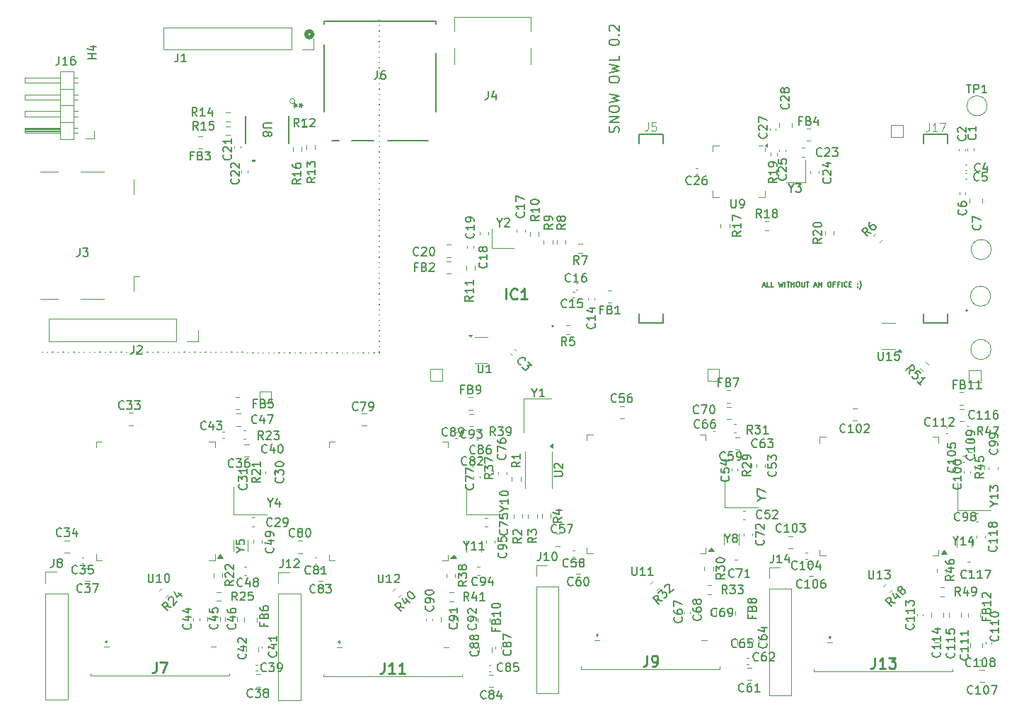
<source format=gbr>
%TF.GenerationSoftware,KiCad,Pcbnew,9.0.0*%
%TF.CreationDate,2026-01-02T12:40:45+01:00*%
%TF.ProjectId,camera,63616d65-7261-42e6-9b69-6361645f7063,rev?*%
%TF.SameCoordinates,Original*%
%TF.FileFunction,Legend,Top*%
%TF.FilePolarity,Positive*%
%FSLAX46Y46*%
G04 Gerber Fmt 4.6, Leading zero omitted, Abs format (unit mm)*
G04 Created by KiCad (PCBNEW 9.0.0) date 2026-01-02 12:40:45*
%MOMM*%
%LPD*%
G01*
G04 APERTURE LIST*
%ADD10C,0.150000*%
%ADD11C,0.200000*%
%ADD12C,0.100000*%
%ADD13C,0.254000*%
%ADD14C,0.120000*%
%ADD15C,0.127000*%
%ADD16C,0.152400*%
%ADD17C,0.508000*%
G04 APERTURE END LIST*
D10*
X111951346Y30820000D02*
X111951360Y30790000D01*
X111951641Y30190000D02*
X111951656Y30160000D01*
X111951937Y29560000D02*
X111951951Y29530000D01*
X111952232Y28930000D02*
X111952247Y28900000D01*
X111952528Y28300000D02*
X111952542Y28270000D01*
X111952823Y27670000D02*
X111952838Y27640000D01*
X111953119Y27040000D02*
X111953133Y27010000D01*
X111953414Y26410000D02*
X111953428Y26380000D01*
X111953710Y25780001D02*
X111953724Y25750001D01*
X111954005Y25150001D02*
X111954019Y25120001D01*
X111954301Y24520001D02*
X111954315Y24490001D01*
X111954596Y23890001D02*
X111954610Y23860001D01*
X111954892Y23260001D02*
X111954906Y23230001D01*
X111955187Y22630001D02*
X111955201Y22600001D01*
X111955483Y22000001D02*
X111955497Y21970001D01*
X111955778Y21370001D02*
X111955792Y21340001D01*
X111956074Y20740001D02*
X111956088Y20710001D01*
X111956369Y20110001D02*
X111956383Y20080001D01*
X111956665Y19480001D02*
X111956679Y19450001D01*
X111956960Y18850001D02*
X111956974Y18820001D01*
X111957256Y18220001D02*
X111957270Y18190001D01*
X111957551Y17590001D02*
X111957565Y17560001D01*
X111957847Y16960002D02*
X111957861Y16930002D01*
X111958142Y16330002D02*
X111958156Y16300002D01*
X111958438Y15700002D02*
X111958452Y15670002D01*
X111958733Y15070002D02*
X111958747Y15040002D01*
X111959029Y14440002D02*
X111959043Y14410002D01*
X111959324Y13810002D02*
X111959338Y13780002D01*
X111959620Y13180002D02*
X111959634Y13150002D01*
X111959915Y12550002D02*
X111959929Y12520002D01*
X111960211Y11920002D02*
X111960225Y11890002D01*
X111960506Y11290002D02*
X111960520Y11260002D01*
X111960802Y10660002D02*
X111960816Y10630002D01*
X111961097Y10030002D02*
X111961111Y10000002D01*
X111961393Y9400002D02*
X111961407Y9370002D01*
X111961688Y8770002D02*
X111961702Y8740002D01*
X111961984Y8140002D02*
X111961998Y8110002D01*
X111962279Y7510003D02*
X111962293Y7480003D01*
X111962575Y6880003D02*
X111962589Y6850003D01*
X111962870Y6250003D02*
X111962884Y6220003D01*
X111963166Y5620003D02*
X111963180Y5590003D01*
X111963461Y4990003D02*
X111963475Y4960003D01*
X111963756Y4360003D02*
X111963771Y4330003D01*
X111964052Y3730003D02*
X111964066Y3700003D01*
X111964347Y3100003D02*
X111964362Y3070003D01*
X111964643Y2470003D02*
X111964657Y2440003D01*
X111964938Y1840003D02*
X111964952Y1810003D01*
X111965234Y1210003D02*
X111965248Y1180003D01*
X111965529Y580003D02*
X111965543Y550003D01*
X111965825Y-49997D02*
X111965839Y-79997D01*
X111966120Y-679997D02*
X111966134Y-709997D01*
X111966416Y-1309996D02*
X111966430Y-1339996D01*
X111966711Y-1939996D02*
X111966725Y-1969996D01*
X111967007Y-2569996D02*
X111967021Y-2599996D01*
X111967302Y-3199996D02*
X111967316Y-3229996D01*
X111967598Y-3829996D02*
X111967612Y-3859996D01*
X111967893Y-4459996D02*
X111967907Y-4489996D01*
X111968189Y-5089996D02*
X111968203Y-5119996D01*
X111968484Y-5719996D02*
X111968498Y-5749996D01*
X111968780Y-6349996D02*
X111968794Y-6379996D01*
X111969075Y-6979996D02*
X111969089Y-7009996D01*
X111969371Y-7609996D02*
X111969385Y-7639996D01*
X111969666Y-8239996D02*
X111969680Y-8269996D01*
X111969962Y-8869996D02*
X111969976Y-8899996D01*
X111970018Y-8990000D02*
X111940018Y-8989982D01*
X111340018Y-8989613D02*
X111310018Y-8989594D01*
X110710018Y-8989225D02*
X110680018Y-8989207D01*
X110080018Y-8988838D02*
X110050018Y-8988820D01*
X109450018Y-8988451D02*
X109420018Y-8988432D01*
X108820019Y-8988063D02*
X108790019Y-8988045D01*
X108190019Y-8987676D02*
X108160019Y-8987658D01*
X107560019Y-8987289D02*
X107530019Y-8987270D01*
X106930019Y-8986902D02*
X106900019Y-8986883D01*
X106300019Y-8986514D02*
X106270019Y-8986496D01*
X105670019Y-8986127D02*
X105640019Y-8986108D01*
X105040019Y-8985740D02*
X105010019Y-8985721D01*
X104410019Y-8985352D02*
X104380019Y-8985334D01*
X103780020Y-8984965D02*
X103750020Y-8984947D01*
X103150020Y-8984578D02*
X103120020Y-8984559D01*
X102520020Y-8984190D02*
X102490020Y-8984172D01*
X101890020Y-8983803D02*
X101860020Y-8983785D01*
X101260020Y-8983416D02*
X101230020Y-8983397D01*
X100630020Y-8983028D02*
X100600020Y-8983010D01*
X100000020Y-8982641D02*
X99970020Y-8982623D01*
X99370020Y-8982254D02*
X99340020Y-8982235D01*
X98740021Y-8981866D02*
X98710021Y-8981848D01*
X98110021Y-8981479D02*
X98080021Y-8981461D01*
X97480021Y-8981092D02*
X97450021Y-8981073D01*
X96850021Y-8980705D02*
X96820021Y-8980686D01*
X96220021Y-8980317D02*
X96190021Y-8980299D01*
X95590021Y-8979930D02*
X95560021Y-8979911D01*
X94960021Y-8979543D02*
X94930021Y-8979524D01*
X94330021Y-8979155D02*
X94300021Y-8979137D01*
X93700021Y-8978768D02*
X93670021Y-8978750D01*
X93070022Y-8978381D02*
X93040022Y-8978362D01*
X92440022Y-8977993D02*
X92410022Y-8977975D01*
X91810022Y-8977606D02*
X91780022Y-8977588D01*
X91180022Y-8977219D02*
X91150022Y-8977200D01*
X90550022Y-8976831D02*
X90520022Y-8976813D01*
X89920022Y-8976444D02*
X89890022Y-8976426D01*
X89290022Y-8976057D02*
X89260022Y-8976038D01*
X88660022Y-8975670D02*
X88630022Y-8975651D01*
X88030023Y-8975282D02*
X88000023Y-8975264D01*
X87400023Y-8974895D02*
X87370023Y-8974876D01*
X86770023Y-8974508D02*
X86740023Y-8974489D01*
X86140023Y-8974120D02*
X86110023Y-8974102D01*
X85510023Y-8973733D02*
X85480023Y-8973715D01*
X84880023Y-8973346D02*
X84850023Y-8973327D01*
X84250023Y-8972958D02*
X84220023Y-8972940D01*
X83620023Y-8972571D02*
X83590023Y-8972553D01*
X82990023Y-8972184D02*
X82960023Y-8972165D01*
X82360024Y-8971796D02*
X82330024Y-8971778D01*
X81730024Y-8971409D02*
X81700024Y-8971391D01*
X81100024Y-8971022D02*
X81070024Y-8971003D01*
X80470024Y-8970634D02*
X80440024Y-8970616D01*
X79840024Y-8970247D02*
X79810024Y-8970229D01*
X79210024Y-8969860D02*
X79180024Y-8969841D01*
X78580024Y-8969473D02*
X78550024Y-8969454D01*
X77950024Y-8969085D02*
X77920024Y-8969067D01*
X77320025Y-8968698D02*
X77290025Y-8968679D01*
X76690025Y-8968311D02*
X76660025Y-8968292D01*
X76060025Y-8967923D02*
X76030025Y-8967905D01*
X75430025Y-8967536D02*
X75400025Y-8967518D01*
X74800025Y-8967149D02*
X74770025Y-8967130D01*
X74170025Y-8966761D02*
X74140025Y-8966743D01*
X73540025Y-8966374D02*
X73510025Y-8966356D01*
X72910025Y-8965987D02*
X72880025Y-8965968D01*
X72280026Y-8965599D02*
X72250026Y-8965581D01*
X71650026Y-8965212D02*
X71620026Y-8965194D01*
X157837969Y-962342D02*
X158123684Y-962342D01*
X157780826Y-1133771D02*
X157980826Y-533771D01*
X157980826Y-533771D02*
X158180826Y-1133771D01*
X158666541Y-1133771D02*
X158380827Y-1133771D01*
X158380827Y-1133771D02*
X158380827Y-533771D01*
X159152255Y-1133771D02*
X158866541Y-1133771D01*
X158866541Y-1133771D02*
X158866541Y-533771D01*
X159752255Y-533771D02*
X159895112Y-1133771D01*
X159895112Y-1133771D02*
X160009398Y-705200D01*
X160009398Y-705200D02*
X160123683Y-1133771D01*
X160123683Y-1133771D02*
X160266541Y-533771D01*
X160495112Y-1133771D02*
X160495112Y-533771D01*
X160695111Y-533771D02*
X161037969Y-533771D01*
X160866540Y-1133771D02*
X160866540Y-533771D01*
X161237969Y-1133771D02*
X161237969Y-533771D01*
X161237969Y-819485D02*
X161580826Y-819485D01*
X161580826Y-1133771D02*
X161580826Y-533771D01*
X161980825Y-533771D02*
X162095111Y-533771D01*
X162095111Y-533771D02*
X162152254Y-562342D01*
X162152254Y-562342D02*
X162209397Y-619485D01*
X162209397Y-619485D02*
X162237968Y-733771D01*
X162237968Y-733771D02*
X162237968Y-933771D01*
X162237968Y-933771D02*
X162209397Y-1048057D01*
X162209397Y-1048057D02*
X162152254Y-1105200D01*
X162152254Y-1105200D02*
X162095111Y-1133771D01*
X162095111Y-1133771D02*
X161980825Y-1133771D01*
X161980825Y-1133771D02*
X161923683Y-1105200D01*
X161923683Y-1105200D02*
X161866540Y-1048057D01*
X161866540Y-1048057D02*
X161837968Y-933771D01*
X161837968Y-933771D02*
X161837968Y-733771D01*
X161837968Y-733771D02*
X161866540Y-619485D01*
X161866540Y-619485D02*
X161923683Y-562342D01*
X161923683Y-562342D02*
X161980825Y-533771D01*
X162495111Y-533771D02*
X162495111Y-1019485D01*
X162495111Y-1019485D02*
X162523682Y-1076628D01*
X162523682Y-1076628D02*
X162552254Y-1105200D01*
X162552254Y-1105200D02*
X162609396Y-1133771D01*
X162609396Y-1133771D02*
X162723682Y-1133771D01*
X162723682Y-1133771D02*
X162780825Y-1105200D01*
X162780825Y-1105200D02*
X162809396Y-1076628D01*
X162809396Y-1076628D02*
X162837968Y-1019485D01*
X162837968Y-1019485D02*
X162837968Y-533771D01*
X163037967Y-533771D02*
X163380825Y-533771D01*
X163209396Y-1133771D02*
X163209396Y-533771D01*
X164009396Y-962342D02*
X164295111Y-962342D01*
X163952253Y-1133771D02*
X164152253Y-533771D01*
X164152253Y-533771D02*
X164352253Y-1133771D01*
X164552254Y-1133771D02*
X164552254Y-533771D01*
X164552254Y-533771D02*
X164895111Y-1133771D01*
X164895111Y-1133771D02*
X164895111Y-533771D01*
X165752253Y-533771D02*
X165866539Y-533771D01*
X165866539Y-533771D02*
X165923682Y-562342D01*
X165923682Y-562342D02*
X165980825Y-619485D01*
X165980825Y-619485D02*
X166009396Y-733771D01*
X166009396Y-733771D02*
X166009396Y-933771D01*
X166009396Y-933771D02*
X165980825Y-1048057D01*
X165980825Y-1048057D02*
X165923682Y-1105200D01*
X165923682Y-1105200D02*
X165866539Y-1133771D01*
X165866539Y-1133771D02*
X165752253Y-1133771D01*
X165752253Y-1133771D02*
X165695111Y-1105200D01*
X165695111Y-1105200D02*
X165637968Y-1048057D01*
X165637968Y-1048057D02*
X165609396Y-933771D01*
X165609396Y-933771D02*
X165609396Y-733771D01*
X165609396Y-733771D02*
X165637968Y-619485D01*
X165637968Y-619485D02*
X165695111Y-562342D01*
X165695111Y-562342D02*
X165752253Y-533771D01*
X166466539Y-819485D02*
X166266539Y-819485D01*
X166266539Y-1133771D02*
X166266539Y-533771D01*
X166266539Y-533771D02*
X166552253Y-533771D01*
X166980825Y-819485D02*
X166780825Y-819485D01*
X166780825Y-1133771D02*
X166780825Y-533771D01*
X166780825Y-533771D02*
X167066539Y-533771D01*
X167295111Y-1133771D02*
X167295111Y-533771D01*
X167923682Y-1076628D02*
X167895110Y-1105200D01*
X167895110Y-1105200D02*
X167809396Y-1133771D01*
X167809396Y-1133771D02*
X167752253Y-1133771D01*
X167752253Y-1133771D02*
X167666539Y-1105200D01*
X167666539Y-1105200D02*
X167609396Y-1048057D01*
X167609396Y-1048057D02*
X167580825Y-990914D01*
X167580825Y-990914D02*
X167552253Y-876628D01*
X167552253Y-876628D02*
X167552253Y-790914D01*
X167552253Y-790914D02*
X167580825Y-676628D01*
X167580825Y-676628D02*
X167609396Y-619485D01*
X167609396Y-619485D02*
X167666539Y-562342D01*
X167666539Y-562342D02*
X167752253Y-533771D01*
X167752253Y-533771D02*
X167809396Y-533771D01*
X167809396Y-533771D02*
X167895110Y-562342D01*
X167895110Y-562342D02*
X167923682Y-590914D01*
X168180825Y-819485D02*
X168380825Y-819485D01*
X168466539Y-1133771D02*
X168180825Y-1133771D01*
X168180825Y-1133771D02*
X168180825Y-533771D01*
X168180825Y-533771D02*
X168466539Y-533771D01*
X169209396Y-1105200D02*
X169209396Y-1133771D01*
X169209396Y-1133771D02*
X169180825Y-1190914D01*
X169180825Y-1190914D02*
X169152253Y-1219485D01*
X169180825Y-762342D02*
X169209396Y-790914D01*
X169209396Y-790914D02*
X169180825Y-819485D01*
X169180825Y-819485D02*
X169152253Y-790914D01*
X169152253Y-790914D02*
X169180825Y-762342D01*
X169180825Y-762342D02*
X169180825Y-819485D01*
X169409396Y-1362342D02*
X169437967Y-1333771D01*
X169437967Y-1333771D02*
X169495110Y-1248057D01*
X169495110Y-1248057D02*
X169523682Y-1190914D01*
X169523682Y-1190914D02*
X169552253Y-1105200D01*
X169552253Y-1105200D02*
X169580824Y-962342D01*
X169580824Y-962342D02*
X169580824Y-848057D01*
X169580824Y-848057D02*
X169552253Y-705200D01*
X169552253Y-705200D02*
X169523682Y-619485D01*
X169523682Y-619485D02*
X169495110Y-562342D01*
X169495110Y-562342D02*
X169437967Y-476628D01*
X169437967Y-476628D02*
X169409396Y-448057D01*
D11*
X140600600Y17360149D02*
X140657742Y17531578D01*
X140657742Y17531578D02*
X140657742Y17817292D01*
X140657742Y17817292D02*
X140600600Y17931578D01*
X140600600Y17931578D02*
X140543457Y17988720D01*
X140543457Y17988720D02*
X140429171Y18045863D01*
X140429171Y18045863D02*
X140314885Y18045863D01*
X140314885Y18045863D02*
X140200600Y17988720D01*
X140200600Y17988720D02*
X140143457Y17931578D01*
X140143457Y17931578D02*
X140086314Y17817292D01*
X140086314Y17817292D02*
X140029171Y17588720D01*
X140029171Y17588720D02*
X139972028Y17474435D01*
X139972028Y17474435D02*
X139914885Y17417292D01*
X139914885Y17417292D02*
X139800600Y17360149D01*
X139800600Y17360149D02*
X139686314Y17360149D01*
X139686314Y17360149D02*
X139572028Y17417292D01*
X139572028Y17417292D02*
X139514885Y17474435D01*
X139514885Y17474435D02*
X139457742Y17588720D01*
X139457742Y17588720D02*
X139457742Y17874435D01*
X139457742Y17874435D02*
X139514885Y18045863D01*
X140657742Y18560149D02*
X139457742Y18560149D01*
X139457742Y18560149D02*
X140657742Y19245863D01*
X140657742Y19245863D02*
X139457742Y19245863D01*
X139457742Y20045863D02*
X139457742Y20274435D01*
X139457742Y20274435D02*
X139514885Y20388720D01*
X139514885Y20388720D02*
X139629171Y20503006D01*
X139629171Y20503006D02*
X139857742Y20560149D01*
X139857742Y20560149D02*
X140257742Y20560149D01*
X140257742Y20560149D02*
X140486314Y20503006D01*
X140486314Y20503006D02*
X140600600Y20388720D01*
X140600600Y20388720D02*
X140657742Y20274435D01*
X140657742Y20274435D02*
X140657742Y20045863D01*
X140657742Y20045863D02*
X140600600Y19931578D01*
X140600600Y19931578D02*
X140486314Y19817292D01*
X140486314Y19817292D02*
X140257742Y19760149D01*
X140257742Y19760149D02*
X139857742Y19760149D01*
X139857742Y19760149D02*
X139629171Y19817292D01*
X139629171Y19817292D02*
X139514885Y19931578D01*
X139514885Y19931578D02*
X139457742Y20045863D01*
X139457742Y20960149D02*
X140657742Y21245863D01*
X140657742Y21245863D02*
X139800600Y21474435D01*
X139800600Y21474435D02*
X140657742Y21703006D01*
X140657742Y21703006D02*
X139457742Y21988721D01*
X139457742Y23588721D02*
X139457742Y23817293D01*
X139457742Y23817293D02*
X139514885Y23931578D01*
X139514885Y23931578D02*
X139629171Y24045864D01*
X139629171Y24045864D02*
X139857742Y24103007D01*
X139857742Y24103007D02*
X140257742Y24103007D01*
X140257742Y24103007D02*
X140486314Y24045864D01*
X140486314Y24045864D02*
X140600600Y23931578D01*
X140600600Y23931578D02*
X140657742Y23817293D01*
X140657742Y23817293D02*
X140657742Y23588721D01*
X140657742Y23588721D02*
X140600600Y23474436D01*
X140600600Y23474436D02*
X140486314Y23360150D01*
X140486314Y23360150D02*
X140257742Y23303007D01*
X140257742Y23303007D02*
X139857742Y23303007D01*
X139857742Y23303007D02*
X139629171Y23360150D01*
X139629171Y23360150D02*
X139514885Y23474436D01*
X139514885Y23474436D02*
X139457742Y23588721D01*
X139457742Y24503007D02*
X140657742Y24788721D01*
X140657742Y24788721D02*
X139800600Y25017293D01*
X139800600Y25017293D02*
X140657742Y25245864D01*
X140657742Y25245864D02*
X139457742Y25531579D01*
X140657742Y26560150D02*
X140657742Y25988722D01*
X140657742Y25988722D02*
X139457742Y25988722D01*
X139457742Y28103008D02*
X139457742Y28217294D01*
X139457742Y28217294D02*
X139514885Y28331580D01*
X139514885Y28331580D02*
X139572028Y28388723D01*
X139572028Y28388723D02*
X139686314Y28445865D01*
X139686314Y28445865D02*
X139914885Y28503008D01*
X139914885Y28503008D02*
X140200600Y28503008D01*
X140200600Y28503008D02*
X140429171Y28445865D01*
X140429171Y28445865D02*
X140543457Y28388723D01*
X140543457Y28388723D02*
X140600600Y28331580D01*
X140600600Y28331580D02*
X140657742Y28217294D01*
X140657742Y28217294D02*
X140657742Y28103008D01*
X140657742Y28103008D02*
X140600600Y27988723D01*
X140600600Y27988723D02*
X140543457Y27931580D01*
X140543457Y27931580D02*
X140429171Y27874437D01*
X140429171Y27874437D02*
X140200600Y27817294D01*
X140200600Y27817294D02*
X139914885Y27817294D01*
X139914885Y27817294D02*
X139686314Y27874437D01*
X139686314Y27874437D02*
X139572028Y27931580D01*
X139572028Y27931580D02*
X139514885Y27988723D01*
X139514885Y27988723D02*
X139457742Y28103008D01*
X140543457Y29017294D02*
X140600600Y29074437D01*
X140600600Y29074437D02*
X140657742Y29017294D01*
X140657742Y29017294D02*
X140600600Y28960151D01*
X140600600Y28960151D02*
X140543457Y29017294D01*
X140543457Y29017294D02*
X140657742Y29017294D01*
X139572028Y29531580D02*
X139514885Y29588723D01*
X139514885Y29588723D02*
X139457742Y29703009D01*
X139457742Y29703009D02*
X139457742Y29988723D01*
X139457742Y29988723D02*
X139514885Y30103009D01*
X139514885Y30103009D02*
X139572028Y30160151D01*
X139572028Y30160151D02*
X139686314Y30217294D01*
X139686314Y30217294D02*
X139800600Y30217294D01*
X139800600Y30217294D02*
X139972028Y30160151D01*
X139972028Y30160151D02*
X140657742Y29474437D01*
X140657742Y29474437D02*
X140657742Y30217294D01*
D10*
X94524819Y-36317857D02*
X94048628Y-36651190D01*
X94524819Y-36889285D02*
X93524819Y-36889285D01*
X93524819Y-36889285D02*
X93524819Y-36508333D01*
X93524819Y-36508333D02*
X93572438Y-36413095D01*
X93572438Y-36413095D02*
X93620057Y-36365476D01*
X93620057Y-36365476D02*
X93715295Y-36317857D01*
X93715295Y-36317857D02*
X93858152Y-36317857D01*
X93858152Y-36317857D02*
X93953390Y-36365476D01*
X93953390Y-36365476D02*
X94001009Y-36413095D01*
X94001009Y-36413095D02*
X94048628Y-36508333D01*
X94048628Y-36508333D02*
X94048628Y-36889285D01*
X93620057Y-35936904D02*
X93572438Y-35889285D01*
X93572438Y-35889285D02*
X93524819Y-35794047D01*
X93524819Y-35794047D02*
X93524819Y-35555952D01*
X93524819Y-35555952D02*
X93572438Y-35460714D01*
X93572438Y-35460714D02*
X93620057Y-35413095D01*
X93620057Y-35413095D02*
X93715295Y-35365476D01*
X93715295Y-35365476D02*
X93810533Y-35365476D01*
X93810533Y-35365476D02*
X93953390Y-35413095D01*
X93953390Y-35413095D02*
X94524819Y-35984523D01*
X94524819Y-35984523D02*
X94524819Y-35365476D01*
X93620057Y-34984523D02*
X93572438Y-34936904D01*
X93572438Y-34936904D02*
X93524819Y-34841666D01*
X93524819Y-34841666D02*
X93524819Y-34603571D01*
X93524819Y-34603571D02*
X93572438Y-34508333D01*
X93572438Y-34508333D02*
X93620057Y-34460714D01*
X93620057Y-34460714D02*
X93715295Y-34413095D01*
X93715295Y-34413095D02*
X93810533Y-34413095D01*
X93810533Y-34413095D02*
X93953390Y-34460714D01*
X93953390Y-34460714D02*
X94524819Y-35032142D01*
X94524819Y-35032142D02*
X94524819Y-34413095D01*
X123734580Y-44757857D02*
X123782200Y-44805476D01*
X123782200Y-44805476D02*
X123829819Y-44948333D01*
X123829819Y-44948333D02*
X123829819Y-45043571D01*
X123829819Y-45043571D02*
X123782200Y-45186428D01*
X123782200Y-45186428D02*
X123686961Y-45281666D01*
X123686961Y-45281666D02*
X123591723Y-45329285D01*
X123591723Y-45329285D02*
X123401247Y-45376904D01*
X123401247Y-45376904D02*
X123258390Y-45376904D01*
X123258390Y-45376904D02*
X123067914Y-45329285D01*
X123067914Y-45329285D02*
X122972676Y-45281666D01*
X122972676Y-45281666D02*
X122877438Y-45186428D01*
X122877438Y-45186428D02*
X122829819Y-45043571D01*
X122829819Y-45043571D02*
X122829819Y-44948333D01*
X122829819Y-44948333D02*
X122877438Y-44805476D01*
X122877438Y-44805476D02*
X122925057Y-44757857D01*
X123258390Y-44186428D02*
X123210771Y-44281666D01*
X123210771Y-44281666D02*
X123163152Y-44329285D01*
X123163152Y-44329285D02*
X123067914Y-44376904D01*
X123067914Y-44376904D02*
X123020295Y-44376904D01*
X123020295Y-44376904D02*
X122925057Y-44329285D01*
X122925057Y-44329285D02*
X122877438Y-44281666D01*
X122877438Y-44281666D02*
X122829819Y-44186428D01*
X122829819Y-44186428D02*
X122829819Y-43995952D01*
X122829819Y-43995952D02*
X122877438Y-43900714D01*
X122877438Y-43900714D02*
X122925057Y-43853095D01*
X122925057Y-43853095D02*
X123020295Y-43805476D01*
X123020295Y-43805476D02*
X123067914Y-43805476D01*
X123067914Y-43805476D02*
X123163152Y-43853095D01*
X123163152Y-43853095D02*
X123210771Y-43900714D01*
X123210771Y-43900714D02*
X123258390Y-43995952D01*
X123258390Y-43995952D02*
X123258390Y-44186428D01*
X123258390Y-44186428D02*
X123306009Y-44281666D01*
X123306009Y-44281666D02*
X123353628Y-44329285D01*
X123353628Y-44329285D02*
X123448866Y-44376904D01*
X123448866Y-44376904D02*
X123639342Y-44376904D01*
X123639342Y-44376904D02*
X123734580Y-44329285D01*
X123734580Y-44329285D02*
X123782200Y-44281666D01*
X123782200Y-44281666D02*
X123829819Y-44186428D01*
X123829819Y-44186428D02*
X123829819Y-43995952D01*
X123829819Y-43995952D02*
X123782200Y-43900714D01*
X123782200Y-43900714D02*
X123734580Y-43853095D01*
X123734580Y-43853095D02*
X123639342Y-43805476D01*
X123639342Y-43805476D02*
X123448866Y-43805476D01*
X123448866Y-43805476D02*
X123353628Y-43853095D01*
X123353628Y-43853095D02*
X123306009Y-43900714D01*
X123306009Y-43900714D02*
X123258390Y-43995952D01*
X123258390Y-43234047D02*
X123210771Y-43329285D01*
X123210771Y-43329285D02*
X123163152Y-43376904D01*
X123163152Y-43376904D02*
X123067914Y-43424523D01*
X123067914Y-43424523D02*
X123020295Y-43424523D01*
X123020295Y-43424523D02*
X122925057Y-43376904D01*
X122925057Y-43376904D02*
X122877438Y-43329285D01*
X122877438Y-43329285D02*
X122829819Y-43234047D01*
X122829819Y-43234047D02*
X122829819Y-43043571D01*
X122829819Y-43043571D02*
X122877438Y-42948333D01*
X122877438Y-42948333D02*
X122925057Y-42900714D01*
X122925057Y-42900714D02*
X123020295Y-42853095D01*
X123020295Y-42853095D02*
X123067914Y-42853095D01*
X123067914Y-42853095D02*
X123163152Y-42900714D01*
X123163152Y-42900714D02*
X123210771Y-42948333D01*
X123210771Y-42948333D02*
X123258390Y-43043571D01*
X123258390Y-43043571D02*
X123258390Y-43234047D01*
X123258390Y-43234047D02*
X123306009Y-43329285D01*
X123306009Y-43329285D02*
X123353628Y-43376904D01*
X123353628Y-43376904D02*
X123448866Y-43424523D01*
X123448866Y-43424523D02*
X123639342Y-43424523D01*
X123639342Y-43424523D02*
X123734580Y-43376904D01*
X123734580Y-43376904D02*
X123782200Y-43329285D01*
X123782200Y-43329285D02*
X123829819Y-43234047D01*
X123829819Y-43234047D02*
X123829819Y-43043571D01*
X123829819Y-43043571D02*
X123782200Y-42948333D01*
X123782200Y-42948333D02*
X123734580Y-42900714D01*
X123734580Y-42900714D02*
X123639342Y-42853095D01*
X123639342Y-42853095D02*
X123448866Y-42853095D01*
X123448866Y-42853095D02*
X123353628Y-42900714D01*
X123353628Y-42900714D02*
X123306009Y-42948333D01*
X123306009Y-42948333D02*
X123258390Y-43043571D01*
X122409819Y-36367857D02*
X121933628Y-36701190D01*
X122409819Y-36939285D02*
X121409819Y-36939285D01*
X121409819Y-36939285D02*
X121409819Y-36558333D01*
X121409819Y-36558333D02*
X121457438Y-36463095D01*
X121457438Y-36463095D02*
X121505057Y-36415476D01*
X121505057Y-36415476D02*
X121600295Y-36367857D01*
X121600295Y-36367857D02*
X121743152Y-36367857D01*
X121743152Y-36367857D02*
X121838390Y-36415476D01*
X121838390Y-36415476D02*
X121886009Y-36463095D01*
X121886009Y-36463095D02*
X121933628Y-36558333D01*
X121933628Y-36558333D02*
X121933628Y-36939285D01*
X121409819Y-36034523D02*
X121409819Y-35415476D01*
X121409819Y-35415476D02*
X121790771Y-35748809D01*
X121790771Y-35748809D02*
X121790771Y-35605952D01*
X121790771Y-35605952D02*
X121838390Y-35510714D01*
X121838390Y-35510714D02*
X121886009Y-35463095D01*
X121886009Y-35463095D02*
X121981247Y-35415476D01*
X121981247Y-35415476D02*
X122219342Y-35415476D01*
X122219342Y-35415476D02*
X122314580Y-35463095D01*
X122314580Y-35463095D02*
X122362200Y-35510714D01*
X122362200Y-35510714D02*
X122409819Y-35605952D01*
X122409819Y-35605952D02*
X122409819Y-35891666D01*
X122409819Y-35891666D02*
X122362200Y-35986904D01*
X122362200Y-35986904D02*
X122314580Y-36034523D01*
X121838390Y-34844047D02*
X121790771Y-34939285D01*
X121790771Y-34939285D02*
X121743152Y-34986904D01*
X121743152Y-34986904D02*
X121647914Y-35034523D01*
X121647914Y-35034523D02*
X121600295Y-35034523D01*
X121600295Y-35034523D02*
X121505057Y-34986904D01*
X121505057Y-34986904D02*
X121457438Y-34939285D01*
X121457438Y-34939285D02*
X121409819Y-34844047D01*
X121409819Y-34844047D02*
X121409819Y-34653571D01*
X121409819Y-34653571D02*
X121457438Y-34558333D01*
X121457438Y-34558333D02*
X121505057Y-34510714D01*
X121505057Y-34510714D02*
X121600295Y-34463095D01*
X121600295Y-34463095D02*
X121647914Y-34463095D01*
X121647914Y-34463095D02*
X121743152Y-34510714D01*
X121743152Y-34510714D02*
X121790771Y-34558333D01*
X121790771Y-34558333D02*
X121838390Y-34653571D01*
X121838390Y-34653571D02*
X121838390Y-34844047D01*
X121838390Y-34844047D02*
X121886009Y-34939285D01*
X121886009Y-34939285D02*
X121933628Y-34986904D01*
X121933628Y-34986904D02*
X122028866Y-35034523D01*
X122028866Y-35034523D02*
X122219342Y-35034523D01*
X122219342Y-35034523D02*
X122314580Y-34986904D01*
X122314580Y-34986904D02*
X122362200Y-34939285D01*
X122362200Y-34939285D02*
X122409819Y-34844047D01*
X122409819Y-34844047D02*
X122409819Y-34653571D01*
X122409819Y-34653571D02*
X122362200Y-34558333D01*
X122362200Y-34558333D02*
X122314580Y-34510714D01*
X122314580Y-34510714D02*
X122219342Y-34463095D01*
X122219342Y-34463095D02*
X122028866Y-34463095D01*
X122028866Y-34463095D02*
X121933628Y-34510714D01*
X121933628Y-34510714D02*
X121886009Y-34558333D01*
X121886009Y-34558333D02*
X121838390Y-34653571D01*
X98156009Y-41413333D02*
X98156009Y-41746666D01*
X98679819Y-41746666D02*
X97679819Y-41746666D01*
X97679819Y-41746666D02*
X97679819Y-41270476D01*
X98156009Y-40556190D02*
X98203628Y-40413333D01*
X98203628Y-40413333D02*
X98251247Y-40365714D01*
X98251247Y-40365714D02*
X98346485Y-40318095D01*
X98346485Y-40318095D02*
X98489342Y-40318095D01*
X98489342Y-40318095D02*
X98584580Y-40365714D01*
X98584580Y-40365714D02*
X98632200Y-40413333D01*
X98632200Y-40413333D02*
X98679819Y-40508571D01*
X98679819Y-40508571D02*
X98679819Y-40889523D01*
X98679819Y-40889523D02*
X97679819Y-40889523D01*
X97679819Y-40889523D02*
X97679819Y-40556190D01*
X97679819Y-40556190D02*
X97727438Y-40460952D01*
X97727438Y-40460952D02*
X97775057Y-40413333D01*
X97775057Y-40413333D02*
X97870295Y-40365714D01*
X97870295Y-40365714D02*
X97965533Y-40365714D01*
X97965533Y-40365714D02*
X98060771Y-40413333D01*
X98060771Y-40413333D02*
X98108390Y-40460952D01*
X98108390Y-40460952D02*
X98156009Y-40556190D01*
X98156009Y-40556190D02*
X98156009Y-40889523D01*
X97679819Y-39460952D02*
X97679819Y-39651428D01*
X97679819Y-39651428D02*
X97727438Y-39746666D01*
X97727438Y-39746666D02*
X97775057Y-39794285D01*
X97775057Y-39794285D02*
X97917914Y-39889523D01*
X97917914Y-39889523D02*
X98108390Y-39937142D01*
X98108390Y-39937142D02*
X98489342Y-39937142D01*
X98489342Y-39937142D02*
X98584580Y-39889523D01*
X98584580Y-39889523D02*
X98632200Y-39841904D01*
X98632200Y-39841904D02*
X98679819Y-39746666D01*
X98679819Y-39746666D02*
X98679819Y-39556190D01*
X98679819Y-39556190D02*
X98632200Y-39460952D01*
X98632200Y-39460952D02*
X98584580Y-39413333D01*
X98584580Y-39413333D02*
X98489342Y-39365714D01*
X98489342Y-39365714D02*
X98251247Y-39365714D01*
X98251247Y-39365714D02*
X98156009Y-39413333D01*
X98156009Y-39413333D02*
X98108390Y-39460952D01*
X98108390Y-39460952D02*
X98060771Y-39556190D01*
X98060771Y-39556190D02*
X98060771Y-39746666D01*
X98060771Y-39746666D02*
X98108390Y-39841904D01*
X98108390Y-39841904D02*
X98156009Y-39889523D01*
X98156009Y-39889523D02*
X98251247Y-39937142D01*
X123773095Y-10434819D02*
X123773095Y-11244342D01*
X123773095Y-11244342D02*
X123820714Y-11339580D01*
X123820714Y-11339580D02*
X123868333Y-11387200D01*
X123868333Y-11387200D02*
X123963571Y-11434819D01*
X123963571Y-11434819D02*
X124154047Y-11434819D01*
X124154047Y-11434819D02*
X124249285Y-11387200D01*
X124249285Y-11387200D02*
X124296904Y-11339580D01*
X124296904Y-11339580D02*
X124344523Y-11244342D01*
X124344523Y-11244342D02*
X124344523Y-10434819D01*
X125344523Y-11434819D02*
X124773095Y-11434819D01*
X125058809Y-11434819D02*
X125058809Y-10434819D01*
X125058809Y-10434819D02*
X124963571Y-10577676D01*
X124963571Y-10577676D02*
X124868333Y-10672914D01*
X124868333Y-10672914D02*
X124773095Y-10720533D01*
X158254580Y17287142D02*
X158302200Y17239523D01*
X158302200Y17239523D02*
X158349819Y17096666D01*
X158349819Y17096666D02*
X158349819Y17001428D01*
X158349819Y17001428D02*
X158302200Y16858571D01*
X158302200Y16858571D02*
X158206961Y16763333D01*
X158206961Y16763333D02*
X158111723Y16715714D01*
X158111723Y16715714D02*
X157921247Y16668095D01*
X157921247Y16668095D02*
X157778390Y16668095D01*
X157778390Y16668095D02*
X157587914Y16715714D01*
X157587914Y16715714D02*
X157492676Y16763333D01*
X157492676Y16763333D02*
X157397438Y16858571D01*
X157397438Y16858571D02*
X157349819Y17001428D01*
X157349819Y17001428D02*
X157349819Y17096666D01*
X157349819Y17096666D02*
X157397438Y17239523D01*
X157397438Y17239523D02*
X157445057Y17287142D01*
X157445057Y17668095D02*
X157397438Y17715714D01*
X157397438Y17715714D02*
X157349819Y17810952D01*
X157349819Y17810952D02*
X157349819Y18049047D01*
X157349819Y18049047D02*
X157397438Y18144285D01*
X157397438Y18144285D02*
X157445057Y18191904D01*
X157445057Y18191904D02*
X157540295Y18239523D01*
X157540295Y18239523D02*
X157635533Y18239523D01*
X157635533Y18239523D02*
X157778390Y18191904D01*
X157778390Y18191904D02*
X158349819Y17620476D01*
X158349819Y17620476D02*
X158349819Y18239523D01*
X157349819Y18572857D02*
X157349819Y19239523D01*
X157349819Y19239523D02*
X158349819Y18810952D01*
X156541009Y-40493333D02*
X156541009Y-40826666D01*
X157064819Y-40826666D02*
X156064819Y-40826666D01*
X156064819Y-40826666D02*
X156064819Y-40350476D01*
X156541009Y-39636190D02*
X156588628Y-39493333D01*
X156588628Y-39493333D02*
X156636247Y-39445714D01*
X156636247Y-39445714D02*
X156731485Y-39398095D01*
X156731485Y-39398095D02*
X156874342Y-39398095D01*
X156874342Y-39398095D02*
X156969580Y-39445714D01*
X156969580Y-39445714D02*
X157017200Y-39493333D01*
X157017200Y-39493333D02*
X157064819Y-39588571D01*
X157064819Y-39588571D02*
X157064819Y-39969523D01*
X157064819Y-39969523D02*
X156064819Y-39969523D01*
X156064819Y-39969523D02*
X156064819Y-39636190D01*
X156064819Y-39636190D02*
X156112438Y-39540952D01*
X156112438Y-39540952D02*
X156160057Y-39493333D01*
X156160057Y-39493333D02*
X156255295Y-39445714D01*
X156255295Y-39445714D02*
X156350533Y-39445714D01*
X156350533Y-39445714D02*
X156445771Y-39493333D01*
X156445771Y-39493333D02*
X156493390Y-39540952D01*
X156493390Y-39540952D02*
X156541009Y-39636190D01*
X156541009Y-39636190D02*
X156541009Y-39969523D01*
X156493390Y-38826666D02*
X156445771Y-38921904D01*
X156445771Y-38921904D02*
X156398152Y-38969523D01*
X156398152Y-38969523D02*
X156302914Y-39017142D01*
X156302914Y-39017142D02*
X156255295Y-39017142D01*
X156255295Y-39017142D02*
X156160057Y-38969523D01*
X156160057Y-38969523D02*
X156112438Y-38921904D01*
X156112438Y-38921904D02*
X156064819Y-38826666D01*
X156064819Y-38826666D02*
X156064819Y-38636190D01*
X156064819Y-38636190D02*
X156112438Y-38540952D01*
X156112438Y-38540952D02*
X156160057Y-38493333D01*
X156160057Y-38493333D02*
X156255295Y-38445714D01*
X156255295Y-38445714D02*
X156302914Y-38445714D01*
X156302914Y-38445714D02*
X156398152Y-38493333D01*
X156398152Y-38493333D02*
X156445771Y-38540952D01*
X156445771Y-38540952D02*
X156493390Y-38636190D01*
X156493390Y-38636190D02*
X156493390Y-38826666D01*
X156493390Y-38826666D02*
X156541009Y-38921904D01*
X156541009Y-38921904D02*
X156588628Y-38969523D01*
X156588628Y-38969523D02*
X156683866Y-39017142D01*
X156683866Y-39017142D02*
X156874342Y-39017142D01*
X156874342Y-39017142D02*
X156969580Y-38969523D01*
X156969580Y-38969523D02*
X157017200Y-38921904D01*
X157017200Y-38921904D02*
X157064819Y-38826666D01*
X157064819Y-38826666D02*
X157064819Y-38636190D01*
X157064819Y-38636190D02*
X157017200Y-38540952D01*
X157017200Y-38540952D02*
X156969580Y-38493333D01*
X156969580Y-38493333D02*
X156874342Y-38445714D01*
X156874342Y-38445714D02*
X156683866Y-38445714D01*
X156683866Y-38445714D02*
X156588628Y-38493333D01*
X156588628Y-38493333D02*
X156541009Y-38540952D01*
X156541009Y-38540952D02*
X156493390Y-38636190D01*
X97302142Y-17399580D02*
X97254523Y-17447200D01*
X97254523Y-17447200D02*
X97111666Y-17494819D01*
X97111666Y-17494819D02*
X97016428Y-17494819D01*
X97016428Y-17494819D02*
X96873571Y-17447200D01*
X96873571Y-17447200D02*
X96778333Y-17351961D01*
X96778333Y-17351961D02*
X96730714Y-17256723D01*
X96730714Y-17256723D02*
X96683095Y-17066247D01*
X96683095Y-17066247D02*
X96683095Y-16923390D01*
X96683095Y-16923390D02*
X96730714Y-16732914D01*
X96730714Y-16732914D02*
X96778333Y-16637676D01*
X96778333Y-16637676D02*
X96873571Y-16542438D01*
X96873571Y-16542438D02*
X97016428Y-16494819D01*
X97016428Y-16494819D02*
X97111666Y-16494819D01*
X97111666Y-16494819D02*
X97254523Y-16542438D01*
X97254523Y-16542438D02*
X97302142Y-16590057D01*
X98159285Y-16828152D02*
X98159285Y-17494819D01*
X97921190Y-16447200D02*
X97683095Y-17161485D01*
X97683095Y-17161485D02*
X98302142Y-17161485D01*
X98587857Y-16494819D02*
X99254523Y-16494819D01*
X99254523Y-16494819D02*
X98825952Y-17494819D01*
X135818333Y1590180D02*
X135485000Y2066371D01*
X135246905Y1590180D02*
X135246905Y2590180D01*
X135246905Y2590180D02*
X135627857Y2590180D01*
X135627857Y2590180D02*
X135723095Y2542561D01*
X135723095Y2542561D02*
X135770714Y2494942D01*
X135770714Y2494942D02*
X135818333Y2399704D01*
X135818333Y2399704D02*
X135818333Y2256847D01*
X135818333Y2256847D02*
X135770714Y2161609D01*
X135770714Y2161609D02*
X135723095Y2113990D01*
X135723095Y2113990D02*
X135627857Y2066371D01*
X135627857Y2066371D02*
X135246905Y2066371D01*
X136151667Y2590180D02*
X136818333Y2590180D01*
X136818333Y2590180D02*
X136389762Y1590180D01*
X134350833Y-8154819D02*
X134017500Y-7678628D01*
X133779405Y-8154819D02*
X133779405Y-7154819D01*
X133779405Y-7154819D02*
X134160357Y-7154819D01*
X134160357Y-7154819D02*
X134255595Y-7202438D01*
X134255595Y-7202438D02*
X134303214Y-7250057D01*
X134303214Y-7250057D02*
X134350833Y-7345295D01*
X134350833Y-7345295D02*
X134350833Y-7488152D01*
X134350833Y-7488152D02*
X134303214Y-7583390D01*
X134303214Y-7583390D02*
X134255595Y-7631009D01*
X134255595Y-7631009D02*
X134160357Y-7678628D01*
X134160357Y-7678628D02*
X133779405Y-7678628D01*
X135255595Y-7154819D02*
X134779405Y-7154819D01*
X134779405Y-7154819D02*
X134731786Y-7631009D01*
X134731786Y-7631009D02*
X134779405Y-7583390D01*
X134779405Y-7583390D02*
X134874643Y-7535771D01*
X134874643Y-7535771D02*
X135112738Y-7535771D01*
X135112738Y-7535771D02*
X135207976Y-7583390D01*
X135207976Y-7583390D02*
X135255595Y-7631009D01*
X135255595Y-7631009D02*
X135303214Y-7726247D01*
X135303214Y-7726247D02*
X135303214Y-7964342D01*
X135303214Y-7964342D02*
X135255595Y-8059580D01*
X135255595Y-8059580D02*
X135207976Y-8107200D01*
X135207976Y-8107200D02*
X135112738Y-8154819D01*
X135112738Y-8154819D02*
X134874643Y-8154819D01*
X134874643Y-8154819D02*
X134779405Y-8107200D01*
X134779405Y-8107200D02*
X134731786Y-8059580D01*
X155204819Y5542142D02*
X154728628Y5208809D01*
X155204819Y4970714D02*
X154204819Y4970714D01*
X154204819Y4970714D02*
X154204819Y5351666D01*
X154204819Y5351666D02*
X154252438Y5446904D01*
X154252438Y5446904D02*
X154300057Y5494523D01*
X154300057Y5494523D02*
X154395295Y5542142D01*
X154395295Y5542142D02*
X154538152Y5542142D01*
X154538152Y5542142D02*
X154633390Y5494523D01*
X154633390Y5494523D02*
X154681009Y5446904D01*
X154681009Y5446904D02*
X154728628Y5351666D01*
X154728628Y5351666D02*
X154728628Y4970714D01*
X155204819Y6494523D02*
X155204819Y5923095D01*
X155204819Y6208809D02*
X154204819Y6208809D01*
X154204819Y6208809D02*
X154347676Y6113571D01*
X154347676Y6113571D02*
X154442914Y6018333D01*
X154442914Y6018333D02*
X154490533Y5923095D01*
X154204819Y6827857D02*
X154204819Y7494523D01*
X154204819Y7494523D02*
X155204819Y7065952D01*
X154377142Y-35844580D02*
X154329523Y-35892200D01*
X154329523Y-35892200D02*
X154186666Y-35939819D01*
X154186666Y-35939819D02*
X154091428Y-35939819D01*
X154091428Y-35939819D02*
X153948571Y-35892200D01*
X153948571Y-35892200D02*
X153853333Y-35796961D01*
X153853333Y-35796961D02*
X153805714Y-35701723D01*
X153805714Y-35701723D02*
X153758095Y-35511247D01*
X153758095Y-35511247D02*
X153758095Y-35368390D01*
X153758095Y-35368390D02*
X153805714Y-35177914D01*
X153805714Y-35177914D02*
X153853333Y-35082676D01*
X153853333Y-35082676D02*
X153948571Y-34987438D01*
X153948571Y-34987438D02*
X154091428Y-34939819D01*
X154091428Y-34939819D02*
X154186666Y-34939819D01*
X154186666Y-34939819D02*
X154329523Y-34987438D01*
X154329523Y-34987438D02*
X154377142Y-35035057D01*
X154710476Y-34939819D02*
X155377142Y-34939819D01*
X155377142Y-34939819D02*
X154948571Y-35939819D01*
X156281904Y-35939819D02*
X155710476Y-35939819D01*
X155996190Y-35939819D02*
X155996190Y-34939819D01*
X155996190Y-34939819D02*
X155900952Y-35082676D01*
X155900952Y-35082676D02*
X155805714Y-35177914D01*
X155805714Y-35177914D02*
X155710476Y-35225533D01*
X122322140Y-19154580D02*
X122274521Y-19202200D01*
X122274521Y-19202200D02*
X122131664Y-19249819D01*
X122131664Y-19249819D02*
X122036426Y-19249819D01*
X122036426Y-19249819D02*
X121893569Y-19202200D01*
X121893569Y-19202200D02*
X121798331Y-19106961D01*
X121798331Y-19106961D02*
X121750712Y-19011723D01*
X121750712Y-19011723D02*
X121703093Y-18821247D01*
X121703093Y-18821247D02*
X121703093Y-18678390D01*
X121703093Y-18678390D02*
X121750712Y-18487914D01*
X121750712Y-18487914D02*
X121798331Y-18392676D01*
X121798331Y-18392676D02*
X121893569Y-18297438D01*
X121893569Y-18297438D02*
X122036426Y-18249819D01*
X122036426Y-18249819D02*
X122131664Y-18249819D01*
X122131664Y-18249819D02*
X122274521Y-18297438D01*
X122274521Y-18297438D02*
X122322140Y-18345057D01*
X122798331Y-19249819D02*
X122988807Y-19249819D01*
X122988807Y-19249819D02*
X123084045Y-19202200D01*
X123084045Y-19202200D02*
X123131664Y-19154580D01*
X123131664Y-19154580D02*
X123226902Y-19011723D01*
X123226902Y-19011723D02*
X123274521Y-18821247D01*
X123274521Y-18821247D02*
X123274521Y-18440295D01*
X123274521Y-18440295D02*
X123226902Y-18345057D01*
X123226902Y-18345057D02*
X123179283Y-18297438D01*
X123179283Y-18297438D02*
X123084045Y-18249819D01*
X123084045Y-18249819D02*
X122893569Y-18249819D01*
X122893569Y-18249819D02*
X122798331Y-18297438D01*
X122798331Y-18297438D02*
X122750712Y-18345057D01*
X122750712Y-18345057D02*
X122703093Y-18440295D01*
X122703093Y-18440295D02*
X122703093Y-18678390D01*
X122703093Y-18678390D02*
X122750712Y-18773628D01*
X122750712Y-18773628D02*
X122798331Y-18821247D01*
X122798331Y-18821247D02*
X122893569Y-18868866D01*
X122893569Y-18868866D02*
X123084045Y-18868866D01*
X123084045Y-18868866D02*
X123179283Y-18821247D01*
X123179283Y-18821247D02*
X123226902Y-18773628D01*
X123226902Y-18773628D02*
X123274521Y-18678390D01*
X123607855Y-18249819D02*
X124226902Y-18249819D01*
X124226902Y-18249819D02*
X123893569Y-18630771D01*
X123893569Y-18630771D02*
X124036426Y-18630771D01*
X124036426Y-18630771D02*
X124131664Y-18678390D01*
X124131664Y-18678390D02*
X124179283Y-18726009D01*
X124179283Y-18726009D02*
X124226902Y-18821247D01*
X124226902Y-18821247D02*
X124226902Y-19059342D01*
X124226902Y-19059342D02*
X124179283Y-19154580D01*
X124179283Y-19154580D02*
X124131664Y-19202200D01*
X124131664Y-19202200D02*
X124036426Y-19249819D01*
X124036426Y-19249819D02*
X123750712Y-19249819D01*
X123750712Y-19249819D02*
X123655474Y-19202200D01*
X123655474Y-19202200D02*
X123607855Y-19154580D01*
X149272142Y11210419D02*
X149224523Y11162800D01*
X149224523Y11162800D02*
X149081666Y11115180D01*
X149081666Y11115180D02*
X148986428Y11115180D01*
X148986428Y11115180D02*
X148843571Y11162800D01*
X148843571Y11162800D02*
X148748333Y11258038D01*
X148748333Y11258038D02*
X148700714Y11353276D01*
X148700714Y11353276D02*
X148653095Y11543752D01*
X148653095Y11543752D02*
X148653095Y11686609D01*
X148653095Y11686609D02*
X148700714Y11877085D01*
X148700714Y11877085D02*
X148748333Y11972323D01*
X148748333Y11972323D02*
X148843571Y12067561D01*
X148843571Y12067561D02*
X148986428Y12115180D01*
X148986428Y12115180D02*
X149081666Y12115180D01*
X149081666Y12115180D02*
X149224523Y12067561D01*
X149224523Y12067561D02*
X149272142Y12019942D01*
X149653095Y12019942D02*
X149700714Y12067561D01*
X149700714Y12067561D02*
X149795952Y12115180D01*
X149795952Y12115180D02*
X150034047Y12115180D01*
X150034047Y12115180D02*
X150129285Y12067561D01*
X150129285Y12067561D02*
X150176904Y12019942D01*
X150176904Y12019942D02*
X150224523Y11924704D01*
X150224523Y11924704D02*
X150224523Y11829466D01*
X150224523Y11829466D02*
X150176904Y11686609D01*
X150176904Y11686609D02*
X149605476Y11115180D01*
X149605476Y11115180D02*
X150224523Y11115180D01*
X151081666Y12115180D02*
X150891190Y12115180D01*
X150891190Y12115180D02*
X150795952Y12067561D01*
X150795952Y12067561D02*
X150748333Y12019942D01*
X150748333Y12019942D02*
X150653095Y11877085D01*
X150653095Y11877085D02*
X150605476Y11686609D01*
X150605476Y11686609D02*
X150605476Y11305657D01*
X150605476Y11305657D02*
X150653095Y11210419D01*
X150653095Y11210419D02*
X150700714Y11162800D01*
X150700714Y11162800D02*
X150795952Y11115180D01*
X150795952Y11115180D02*
X150986428Y11115180D01*
X150986428Y11115180D02*
X151081666Y11162800D01*
X151081666Y11162800D02*
X151129285Y11210419D01*
X151129285Y11210419D02*
X151176904Y11305657D01*
X151176904Y11305657D02*
X151176904Y11543752D01*
X151176904Y11543752D02*
X151129285Y11638990D01*
X151129285Y11638990D02*
X151081666Y11686609D01*
X151081666Y11686609D02*
X150986428Y11734228D01*
X150986428Y11734228D02*
X150795952Y11734228D01*
X150795952Y11734228D02*
X150700714Y11686609D01*
X150700714Y11686609D02*
X150653095Y11638990D01*
X150653095Y11638990D02*
X150605476Y11543752D01*
X127079580Y-32977857D02*
X127127200Y-33025476D01*
X127127200Y-33025476D02*
X127174819Y-33168333D01*
X127174819Y-33168333D02*
X127174819Y-33263571D01*
X127174819Y-33263571D02*
X127127200Y-33406428D01*
X127127200Y-33406428D02*
X127031961Y-33501666D01*
X127031961Y-33501666D02*
X126936723Y-33549285D01*
X126936723Y-33549285D02*
X126746247Y-33596904D01*
X126746247Y-33596904D02*
X126603390Y-33596904D01*
X126603390Y-33596904D02*
X126412914Y-33549285D01*
X126412914Y-33549285D02*
X126317676Y-33501666D01*
X126317676Y-33501666D02*
X126222438Y-33406428D01*
X126222438Y-33406428D02*
X126174819Y-33263571D01*
X126174819Y-33263571D02*
X126174819Y-33168333D01*
X126174819Y-33168333D02*
X126222438Y-33025476D01*
X126222438Y-33025476D02*
X126270057Y-32977857D01*
X127174819Y-32501666D02*
X127174819Y-32311190D01*
X127174819Y-32311190D02*
X127127200Y-32215952D01*
X127127200Y-32215952D02*
X127079580Y-32168333D01*
X127079580Y-32168333D02*
X126936723Y-32073095D01*
X126936723Y-32073095D02*
X126746247Y-32025476D01*
X126746247Y-32025476D02*
X126365295Y-32025476D01*
X126365295Y-32025476D02*
X126270057Y-32073095D01*
X126270057Y-32073095D02*
X126222438Y-32120714D01*
X126222438Y-32120714D02*
X126174819Y-32215952D01*
X126174819Y-32215952D02*
X126174819Y-32406428D01*
X126174819Y-32406428D02*
X126222438Y-32501666D01*
X126222438Y-32501666D02*
X126270057Y-32549285D01*
X126270057Y-32549285D02*
X126365295Y-32596904D01*
X126365295Y-32596904D02*
X126603390Y-32596904D01*
X126603390Y-32596904D02*
X126698628Y-32549285D01*
X126698628Y-32549285D02*
X126746247Y-32501666D01*
X126746247Y-32501666D02*
X126793866Y-32406428D01*
X126793866Y-32406428D02*
X126793866Y-32215952D01*
X126793866Y-32215952D02*
X126746247Y-32120714D01*
X126746247Y-32120714D02*
X126698628Y-32073095D01*
X126698628Y-32073095D02*
X126603390Y-32025476D01*
X126174819Y-31120714D02*
X126174819Y-31596904D01*
X126174819Y-31596904D02*
X126651009Y-31644523D01*
X126651009Y-31644523D02*
X126603390Y-31596904D01*
X126603390Y-31596904D02*
X126555771Y-31501666D01*
X126555771Y-31501666D02*
X126555771Y-31263571D01*
X126555771Y-31263571D02*
X126603390Y-31168333D01*
X126603390Y-31168333D02*
X126651009Y-31120714D01*
X126651009Y-31120714D02*
X126746247Y-31073095D01*
X126746247Y-31073095D02*
X126984342Y-31073095D01*
X126984342Y-31073095D02*
X127079580Y-31120714D01*
X127079580Y-31120714D02*
X127127200Y-31168333D01*
X127127200Y-31168333D02*
X127174819Y-31263571D01*
X127174819Y-31263571D02*
X127174819Y-31501666D01*
X127174819Y-31501666D02*
X127127200Y-31596904D01*
X127127200Y-31596904D02*
X127079580Y-31644523D01*
X94179580Y14702142D02*
X94227200Y14654523D01*
X94227200Y14654523D02*
X94274819Y14511666D01*
X94274819Y14511666D02*
X94274819Y14416428D01*
X94274819Y14416428D02*
X94227200Y14273571D01*
X94227200Y14273571D02*
X94131961Y14178333D01*
X94131961Y14178333D02*
X94036723Y14130714D01*
X94036723Y14130714D02*
X93846247Y14083095D01*
X93846247Y14083095D02*
X93703390Y14083095D01*
X93703390Y14083095D02*
X93512914Y14130714D01*
X93512914Y14130714D02*
X93417676Y14178333D01*
X93417676Y14178333D02*
X93322438Y14273571D01*
X93322438Y14273571D02*
X93274819Y14416428D01*
X93274819Y14416428D02*
X93274819Y14511666D01*
X93274819Y14511666D02*
X93322438Y14654523D01*
X93322438Y14654523D02*
X93370057Y14702142D01*
X93370057Y15083095D02*
X93322438Y15130714D01*
X93322438Y15130714D02*
X93274819Y15225952D01*
X93274819Y15225952D02*
X93274819Y15464047D01*
X93274819Y15464047D02*
X93322438Y15559285D01*
X93322438Y15559285D02*
X93370057Y15606904D01*
X93370057Y15606904D02*
X93465295Y15654523D01*
X93465295Y15654523D02*
X93560533Y15654523D01*
X93560533Y15654523D02*
X93703390Y15606904D01*
X93703390Y15606904D02*
X94274819Y15035476D01*
X94274819Y15035476D02*
X94274819Y15654523D01*
X94274819Y16606904D02*
X94274819Y16035476D01*
X94274819Y16321190D02*
X93274819Y16321190D01*
X93274819Y16321190D02*
X93417676Y16225952D01*
X93417676Y16225952D02*
X93512914Y16130714D01*
X93512914Y16130714D02*
X93560533Y16035476D01*
X153583809Y-31268628D02*
X153583809Y-31744819D01*
X153250476Y-30744819D02*
X153583809Y-31268628D01*
X153583809Y-31268628D02*
X153917142Y-30744819D01*
X154393333Y-31173390D02*
X154298095Y-31125771D01*
X154298095Y-31125771D02*
X154250476Y-31078152D01*
X154250476Y-31078152D02*
X154202857Y-30982914D01*
X154202857Y-30982914D02*
X154202857Y-30935295D01*
X154202857Y-30935295D02*
X154250476Y-30840057D01*
X154250476Y-30840057D02*
X154298095Y-30792438D01*
X154298095Y-30792438D02*
X154393333Y-30744819D01*
X154393333Y-30744819D02*
X154583809Y-30744819D01*
X154583809Y-30744819D02*
X154679047Y-30792438D01*
X154679047Y-30792438D02*
X154726666Y-30840057D01*
X154726666Y-30840057D02*
X154774285Y-30935295D01*
X154774285Y-30935295D02*
X154774285Y-30982914D01*
X154774285Y-30982914D02*
X154726666Y-31078152D01*
X154726666Y-31078152D02*
X154679047Y-31125771D01*
X154679047Y-31125771D02*
X154583809Y-31173390D01*
X154583809Y-31173390D02*
X154393333Y-31173390D01*
X154393333Y-31173390D02*
X154298095Y-31221009D01*
X154298095Y-31221009D02*
X154250476Y-31268628D01*
X154250476Y-31268628D02*
X154202857Y-31363866D01*
X154202857Y-31363866D02*
X154202857Y-31554342D01*
X154202857Y-31554342D02*
X154250476Y-31649580D01*
X154250476Y-31649580D02*
X154298095Y-31697200D01*
X154298095Y-31697200D02*
X154393333Y-31744819D01*
X154393333Y-31744819D02*
X154583809Y-31744819D01*
X154583809Y-31744819D02*
X154679047Y-31697200D01*
X154679047Y-31697200D02*
X154726666Y-31649580D01*
X154726666Y-31649580D02*
X154774285Y-31554342D01*
X154774285Y-31554342D02*
X154774285Y-31363866D01*
X154774285Y-31363866D02*
X154726666Y-31268628D01*
X154726666Y-31268628D02*
X154679047Y-31221009D01*
X154679047Y-31221009D02*
X154583809Y-31173390D01*
X133779819Y-28766666D02*
X133303628Y-29099999D01*
X133779819Y-29338094D02*
X132779819Y-29338094D01*
X132779819Y-29338094D02*
X132779819Y-28957142D01*
X132779819Y-28957142D02*
X132827438Y-28861904D01*
X132827438Y-28861904D02*
X132875057Y-28814285D01*
X132875057Y-28814285D02*
X132970295Y-28766666D01*
X132970295Y-28766666D02*
X133113152Y-28766666D01*
X133113152Y-28766666D02*
X133208390Y-28814285D01*
X133208390Y-28814285D02*
X133256009Y-28861904D01*
X133256009Y-28861904D02*
X133303628Y-28957142D01*
X133303628Y-28957142D02*
X133303628Y-29338094D01*
X133113152Y-27909523D02*
X133779819Y-27909523D01*
X132732200Y-28147618D02*
X133446485Y-28385713D01*
X133446485Y-28385713D02*
X133446485Y-27766666D01*
X95338628Y-32611190D02*
X95814819Y-32611190D01*
X94814819Y-32944523D02*
X95338628Y-32611190D01*
X95338628Y-32611190D02*
X94814819Y-32277857D01*
X94814819Y-31468333D02*
X94814819Y-31944523D01*
X94814819Y-31944523D02*
X95291009Y-31992142D01*
X95291009Y-31992142D02*
X95243390Y-31944523D01*
X95243390Y-31944523D02*
X95195771Y-31849285D01*
X95195771Y-31849285D02*
X95195771Y-31611190D01*
X95195771Y-31611190D02*
X95243390Y-31515952D01*
X95243390Y-31515952D02*
X95291009Y-31468333D01*
X95291009Y-31468333D02*
X95386247Y-31420714D01*
X95386247Y-31420714D02*
X95624342Y-31420714D01*
X95624342Y-31420714D02*
X95719580Y-31468333D01*
X95719580Y-31468333D02*
X95767200Y-31515952D01*
X95767200Y-31515952D02*
X95814819Y-31611190D01*
X95814819Y-31611190D02*
X95814819Y-31849285D01*
X95814819Y-31849285D02*
X95767200Y-31944523D01*
X95767200Y-31944523D02*
X95719580Y-31992142D01*
X134214819Y6378333D02*
X133738628Y6045000D01*
X134214819Y5806905D02*
X133214819Y5806905D01*
X133214819Y5806905D02*
X133214819Y6187857D01*
X133214819Y6187857D02*
X133262438Y6283095D01*
X133262438Y6283095D02*
X133310057Y6330714D01*
X133310057Y6330714D02*
X133405295Y6378333D01*
X133405295Y6378333D02*
X133548152Y6378333D01*
X133548152Y6378333D02*
X133643390Y6330714D01*
X133643390Y6330714D02*
X133691009Y6283095D01*
X133691009Y6283095D02*
X133738628Y6187857D01*
X133738628Y6187857D02*
X133738628Y5806905D01*
X133643390Y6949762D02*
X133595771Y6854524D01*
X133595771Y6854524D02*
X133548152Y6806905D01*
X133548152Y6806905D02*
X133452914Y6759286D01*
X133452914Y6759286D02*
X133405295Y6759286D01*
X133405295Y6759286D02*
X133310057Y6806905D01*
X133310057Y6806905D02*
X133262438Y6854524D01*
X133262438Y6854524D02*
X133214819Y6949762D01*
X133214819Y6949762D02*
X133214819Y7140238D01*
X133214819Y7140238D02*
X133262438Y7235476D01*
X133262438Y7235476D02*
X133310057Y7283095D01*
X133310057Y7283095D02*
X133405295Y7330714D01*
X133405295Y7330714D02*
X133452914Y7330714D01*
X133452914Y7330714D02*
X133548152Y7283095D01*
X133548152Y7283095D02*
X133595771Y7235476D01*
X133595771Y7235476D02*
X133643390Y7140238D01*
X133643390Y7140238D02*
X133643390Y6949762D01*
X133643390Y6949762D02*
X133691009Y6854524D01*
X133691009Y6854524D02*
X133738628Y6806905D01*
X133738628Y6806905D02*
X133833866Y6759286D01*
X133833866Y6759286D02*
X134024342Y6759286D01*
X134024342Y6759286D02*
X134119580Y6806905D01*
X134119580Y6806905D02*
X134167200Y6854524D01*
X134167200Y6854524D02*
X134214819Y6949762D01*
X134214819Y6949762D02*
X134214819Y7140238D01*
X134214819Y7140238D02*
X134167200Y7235476D01*
X134167200Y7235476D02*
X134119580Y7283095D01*
X134119580Y7283095D02*
X134024342Y7330714D01*
X134024342Y7330714D02*
X133833866Y7330714D01*
X133833866Y7330714D02*
X133738628Y7283095D01*
X133738628Y7283095D02*
X133691009Y7235476D01*
X133691009Y7235476D02*
X133643390Y7140238D01*
X160584580Y12287142D02*
X160632200Y12239523D01*
X160632200Y12239523D02*
X160679819Y12096666D01*
X160679819Y12096666D02*
X160679819Y12001428D01*
X160679819Y12001428D02*
X160632200Y11858571D01*
X160632200Y11858571D02*
X160536961Y11763333D01*
X160536961Y11763333D02*
X160441723Y11715714D01*
X160441723Y11715714D02*
X160251247Y11668095D01*
X160251247Y11668095D02*
X160108390Y11668095D01*
X160108390Y11668095D02*
X159917914Y11715714D01*
X159917914Y11715714D02*
X159822676Y11763333D01*
X159822676Y11763333D02*
X159727438Y11858571D01*
X159727438Y11858571D02*
X159679819Y12001428D01*
X159679819Y12001428D02*
X159679819Y12096666D01*
X159679819Y12096666D02*
X159727438Y12239523D01*
X159727438Y12239523D02*
X159775057Y12287142D01*
X159775057Y12668095D02*
X159727438Y12715714D01*
X159727438Y12715714D02*
X159679819Y12810952D01*
X159679819Y12810952D02*
X159679819Y13049047D01*
X159679819Y13049047D02*
X159727438Y13144285D01*
X159727438Y13144285D02*
X159775057Y13191904D01*
X159775057Y13191904D02*
X159870295Y13239523D01*
X159870295Y13239523D02*
X159965533Y13239523D01*
X159965533Y13239523D02*
X160108390Y13191904D01*
X160108390Y13191904D02*
X160679819Y12620476D01*
X160679819Y12620476D02*
X160679819Y13239523D01*
X159679819Y14144285D02*
X159679819Y13668095D01*
X159679819Y13668095D02*
X160156009Y13620476D01*
X160156009Y13620476D02*
X160108390Y13668095D01*
X160108390Y13668095D02*
X160060771Y13763333D01*
X160060771Y13763333D02*
X160060771Y14001428D01*
X160060771Y14001428D02*
X160108390Y14096666D01*
X160108390Y14096666D02*
X160156009Y14144285D01*
X160156009Y14144285D02*
X160251247Y14191904D01*
X160251247Y14191904D02*
X160489342Y14191904D01*
X160489342Y14191904D02*
X160584580Y14144285D01*
X160584580Y14144285D02*
X160632200Y14096666D01*
X160632200Y14096666D02*
X160679819Y14001428D01*
X160679819Y14001428D02*
X160679819Y13763333D01*
X160679819Y13763333D02*
X160632200Y13668095D01*
X160632200Y13668095D02*
X160584580Y13620476D01*
X103707142Y-35464580D02*
X103659523Y-35512200D01*
X103659523Y-35512200D02*
X103516666Y-35559819D01*
X103516666Y-35559819D02*
X103421428Y-35559819D01*
X103421428Y-35559819D02*
X103278571Y-35512200D01*
X103278571Y-35512200D02*
X103183333Y-35416961D01*
X103183333Y-35416961D02*
X103135714Y-35321723D01*
X103135714Y-35321723D02*
X103088095Y-35131247D01*
X103088095Y-35131247D02*
X103088095Y-34988390D01*
X103088095Y-34988390D02*
X103135714Y-34797914D01*
X103135714Y-34797914D02*
X103183333Y-34702676D01*
X103183333Y-34702676D02*
X103278571Y-34607438D01*
X103278571Y-34607438D02*
X103421428Y-34559819D01*
X103421428Y-34559819D02*
X103516666Y-34559819D01*
X103516666Y-34559819D02*
X103659523Y-34607438D01*
X103659523Y-34607438D02*
X103707142Y-34655057D01*
X104278571Y-34988390D02*
X104183333Y-34940771D01*
X104183333Y-34940771D02*
X104135714Y-34893152D01*
X104135714Y-34893152D02*
X104088095Y-34797914D01*
X104088095Y-34797914D02*
X104088095Y-34750295D01*
X104088095Y-34750295D02*
X104135714Y-34655057D01*
X104135714Y-34655057D02*
X104183333Y-34607438D01*
X104183333Y-34607438D02*
X104278571Y-34559819D01*
X104278571Y-34559819D02*
X104469047Y-34559819D01*
X104469047Y-34559819D02*
X104564285Y-34607438D01*
X104564285Y-34607438D02*
X104611904Y-34655057D01*
X104611904Y-34655057D02*
X104659523Y-34750295D01*
X104659523Y-34750295D02*
X104659523Y-34797914D01*
X104659523Y-34797914D02*
X104611904Y-34893152D01*
X104611904Y-34893152D02*
X104564285Y-34940771D01*
X104564285Y-34940771D02*
X104469047Y-34988390D01*
X104469047Y-34988390D02*
X104278571Y-34988390D01*
X104278571Y-34988390D02*
X104183333Y-35036009D01*
X104183333Y-35036009D02*
X104135714Y-35083628D01*
X104135714Y-35083628D02*
X104088095Y-35178866D01*
X104088095Y-35178866D02*
X104088095Y-35369342D01*
X104088095Y-35369342D02*
X104135714Y-35464580D01*
X104135714Y-35464580D02*
X104183333Y-35512200D01*
X104183333Y-35512200D02*
X104278571Y-35559819D01*
X104278571Y-35559819D02*
X104469047Y-35559819D01*
X104469047Y-35559819D02*
X104564285Y-35512200D01*
X104564285Y-35512200D02*
X104611904Y-35464580D01*
X104611904Y-35464580D02*
X104659523Y-35369342D01*
X104659523Y-35369342D02*
X104659523Y-35178866D01*
X104659523Y-35178866D02*
X104611904Y-35083628D01*
X104611904Y-35083628D02*
X104564285Y-35036009D01*
X104564285Y-35036009D02*
X104469047Y-34988390D01*
X105611904Y-35559819D02*
X105040476Y-35559819D01*
X105326190Y-35559819D02*
X105326190Y-34559819D01*
X105326190Y-34559819D02*
X105230952Y-34702676D01*
X105230952Y-34702676D02*
X105135714Y-34797914D01*
X105135714Y-34797914D02*
X105040476Y-34845533D01*
X73001666Y-33729819D02*
X73001666Y-34444104D01*
X73001666Y-34444104D02*
X72954047Y-34586961D01*
X72954047Y-34586961D02*
X72858809Y-34682200D01*
X72858809Y-34682200D02*
X72715952Y-34729819D01*
X72715952Y-34729819D02*
X72620714Y-34729819D01*
X73620714Y-34158390D02*
X73525476Y-34110771D01*
X73525476Y-34110771D02*
X73477857Y-34063152D01*
X73477857Y-34063152D02*
X73430238Y-33967914D01*
X73430238Y-33967914D02*
X73430238Y-33920295D01*
X73430238Y-33920295D02*
X73477857Y-33825057D01*
X73477857Y-33825057D02*
X73525476Y-33777438D01*
X73525476Y-33777438D02*
X73620714Y-33729819D01*
X73620714Y-33729819D02*
X73811190Y-33729819D01*
X73811190Y-33729819D02*
X73906428Y-33777438D01*
X73906428Y-33777438D02*
X73954047Y-33825057D01*
X73954047Y-33825057D02*
X74001666Y-33920295D01*
X74001666Y-33920295D02*
X74001666Y-33967914D01*
X74001666Y-33967914D02*
X73954047Y-34063152D01*
X73954047Y-34063152D02*
X73906428Y-34110771D01*
X73906428Y-34110771D02*
X73811190Y-34158390D01*
X73811190Y-34158390D02*
X73620714Y-34158390D01*
X73620714Y-34158390D02*
X73525476Y-34206009D01*
X73525476Y-34206009D02*
X73477857Y-34253628D01*
X73477857Y-34253628D02*
X73430238Y-34348866D01*
X73430238Y-34348866D02*
X73430238Y-34539342D01*
X73430238Y-34539342D02*
X73477857Y-34634580D01*
X73477857Y-34634580D02*
X73525476Y-34682200D01*
X73525476Y-34682200D02*
X73620714Y-34729819D01*
X73620714Y-34729819D02*
X73811190Y-34729819D01*
X73811190Y-34729819D02*
X73906428Y-34682200D01*
X73906428Y-34682200D02*
X73954047Y-34634580D01*
X73954047Y-34634580D02*
X74001666Y-34539342D01*
X74001666Y-34539342D02*
X74001666Y-34348866D01*
X74001666Y-34348866D02*
X73954047Y-34253628D01*
X73954047Y-34253628D02*
X73906428Y-34206009D01*
X73906428Y-34206009D02*
X73811190Y-34158390D01*
X124721041Y-50403479D02*
X124673422Y-50451099D01*
X124673422Y-50451099D02*
X124530565Y-50498718D01*
X124530565Y-50498718D02*
X124435327Y-50498718D01*
X124435327Y-50498718D02*
X124292470Y-50451099D01*
X124292470Y-50451099D02*
X124197232Y-50355860D01*
X124197232Y-50355860D02*
X124149613Y-50260622D01*
X124149613Y-50260622D02*
X124101994Y-50070146D01*
X124101994Y-50070146D02*
X124101994Y-49927289D01*
X124101994Y-49927289D02*
X124149613Y-49736813D01*
X124149613Y-49736813D02*
X124197232Y-49641575D01*
X124197232Y-49641575D02*
X124292470Y-49546337D01*
X124292470Y-49546337D02*
X124435327Y-49498718D01*
X124435327Y-49498718D02*
X124530565Y-49498718D01*
X124530565Y-49498718D02*
X124673422Y-49546337D01*
X124673422Y-49546337D02*
X124721041Y-49593956D01*
X125292470Y-49927289D02*
X125197232Y-49879670D01*
X125197232Y-49879670D02*
X125149613Y-49832051D01*
X125149613Y-49832051D02*
X125101994Y-49736813D01*
X125101994Y-49736813D02*
X125101994Y-49689194D01*
X125101994Y-49689194D02*
X125149613Y-49593956D01*
X125149613Y-49593956D02*
X125197232Y-49546337D01*
X125197232Y-49546337D02*
X125292470Y-49498718D01*
X125292470Y-49498718D02*
X125482946Y-49498718D01*
X125482946Y-49498718D02*
X125578184Y-49546337D01*
X125578184Y-49546337D02*
X125625803Y-49593956D01*
X125625803Y-49593956D02*
X125673422Y-49689194D01*
X125673422Y-49689194D02*
X125673422Y-49736813D01*
X125673422Y-49736813D02*
X125625803Y-49832051D01*
X125625803Y-49832051D02*
X125578184Y-49879670D01*
X125578184Y-49879670D02*
X125482946Y-49927289D01*
X125482946Y-49927289D02*
X125292470Y-49927289D01*
X125292470Y-49927289D02*
X125197232Y-49974908D01*
X125197232Y-49974908D02*
X125149613Y-50022527D01*
X125149613Y-50022527D02*
X125101994Y-50117765D01*
X125101994Y-50117765D02*
X125101994Y-50308241D01*
X125101994Y-50308241D02*
X125149613Y-50403479D01*
X125149613Y-50403479D02*
X125197232Y-50451099D01*
X125197232Y-50451099D02*
X125292470Y-50498718D01*
X125292470Y-50498718D02*
X125482946Y-50498718D01*
X125482946Y-50498718D02*
X125578184Y-50451099D01*
X125578184Y-50451099D02*
X125625803Y-50403479D01*
X125625803Y-50403479D02*
X125673422Y-50308241D01*
X125673422Y-50308241D02*
X125673422Y-50117765D01*
X125673422Y-50117765D02*
X125625803Y-50022527D01*
X125625803Y-50022527D02*
X125578184Y-49974908D01*
X125578184Y-49974908D02*
X125482946Y-49927289D01*
X126530565Y-49832051D02*
X126530565Y-50498718D01*
X126292470Y-49451099D02*
X126054375Y-50165384D01*
X126054375Y-50165384D02*
X126673422Y-50165384D01*
X99234580Y-32377857D02*
X99282200Y-32425476D01*
X99282200Y-32425476D02*
X99329819Y-32568333D01*
X99329819Y-32568333D02*
X99329819Y-32663571D01*
X99329819Y-32663571D02*
X99282200Y-32806428D01*
X99282200Y-32806428D02*
X99186961Y-32901666D01*
X99186961Y-32901666D02*
X99091723Y-32949285D01*
X99091723Y-32949285D02*
X98901247Y-32996904D01*
X98901247Y-32996904D02*
X98758390Y-32996904D01*
X98758390Y-32996904D02*
X98567914Y-32949285D01*
X98567914Y-32949285D02*
X98472676Y-32901666D01*
X98472676Y-32901666D02*
X98377438Y-32806428D01*
X98377438Y-32806428D02*
X98329819Y-32663571D01*
X98329819Y-32663571D02*
X98329819Y-32568333D01*
X98329819Y-32568333D02*
X98377438Y-32425476D01*
X98377438Y-32425476D02*
X98425057Y-32377857D01*
X98663152Y-31520714D02*
X99329819Y-31520714D01*
X98282200Y-31758809D02*
X98996485Y-31996904D01*
X98996485Y-31996904D02*
X98996485Y-31377857D01*
X99329819Y-30949285D02*
X99329819Y-30758809D01*
X99329819Y-30758809D02*
X99282200Y-30663571D01*
X99282200Y-30663571D02*
X99234580Y-30615952D01*
X99234580Y-30615952D02*
X99091723Y-30520714D01*
X99091723Y-30520714D02*
X98901247Y-30473095D01*
X98901247Y-30473095D02*
X98520295Y-30473095D01*
X98520295Y-30473095D02*
X98425057Y-30520714D01*
X98425057Y-30520714D02*
X98377438Y-30568333D01*
X98377438Y-30568333D02*
X98329819Y-30663571D01*
X98329819Y-30663571D02*
X98329819Y-30854047D01*
X98329819Y-30854047D02*
X98377438Y-30949285D01*
X98377438Y-30949285D02*
X98425057Y-30996904D01*
X98425057Y-30996904D02*
X98520295Y-31044523D01*
X98520295Y-31044523D02*
X98758390Y-31044523D01*
X98758390Y-31044523D02*
X98853628Y-30996904D01*
X98853628Y-30996904D02*
X98901247Y-30949285D01*
X98901247Y-30949285D02*
X98948866Y-30854047D01*
X98948866Y-30854047D02*
X98948866Y-30663571D01*
X98948866Y-30663571D02*
X98901247Y-30568333D01*
X98901247Y-30568333D02*
X98853628Y-30520714D01*
X98853628Y-30520714D02*
X98758390Y-30473095D01*
X181472142Y-38124819D02*
X181138809Y-37648628D01*
X180900714Y-38124819D02*
X180900714Y-37124819D01*
X180900714Y-37124819D02*
X181281666Y-37124819D01*
X181281666Y-37124819D02*
X181376904Y-37172438D01*
X181376904Y-37172438D02*
X181424523Y-37220057D01*
X181424523Y-37220057D02*
X181472142Y-37315295D01*
X181472142Y-37315295D02*
X181472142Y-37458152D01*
X181472142Y-37458152D02*
X181424523Y-37553390D01*
X181424523Y-37553390D02*
X181376904Y-37601009D01*
X181376904Y-37601009D02*
X181281666Y-37648628D01*
X181281666Y-37648628D02*
X180900714Y-37648628D01*
X182329285Y-37458152D02*
X182329285Y-38124819D01*
X182091190Y-37077200D02*
X181853095Y-37791485D01*
X181853095Y-37791485D02*
X182472142Y-37791485D01*
X182900714Y-38124819D02*
X183091190Y-38124819D01*
X183091190Y-38124819D02*
X183186428Y-38077200D01*
X183186428Y-38077200D02*
X183234047Y-38029580D01*
X183234047Y-38029580D02*
X183329285Y-37886723D01*
X183329285Y-37886723D02*
X183376904Y-37696247D01*
X183376904Y-37696247D02*
X183376904Y-37315295D01*
X183376904Y-37315295D02*
X183329285Y-37220057D01*
X183329285Y-37220057D02*
X183281666Y-37172438D01*
X183281666Y-37172438D02*
X183186428Y-37124819D01*
X183186428Y-37124819D02*
X182995952Y-37124819D01*
X182995952Y-37124819D02*
X182900714Y-37172438D01*
X182900714Y-37172438D02*
X182853095Y-37220057D01*
X182853095Y-37220057D02*
X182805476Y-37315295D01*
X182805476Y-37315295D02*
X182805476Y-37553390D01*
X182805476Y-37553390D02*
X182853095Y-37648628D01*
X182853095Y-37648628D02*
X182900714Y-37696247D01*
X182900714Y-37696247D02*
X182995952Y-37743866D01*
X182995952Y-37743866D02*
X183186428Y-37743866D01*
X183186428Y-37743866D02*
X183281666Y-37696247D01*
X183281666Y-37696247D02*
X183329285Y-37648628D01*
X183329285Y-37648628D02*
X183376904Y-37553390D01*
X150162142Y-16229580D02*
X150114523Y-16277200D01*
X150114523Y-16277200D02*
X149971666Y-16324819D01*
X149971666Y-16324819D02*
X149876428Y-16324819D01*
X149876428Y-16324819D02*
X149733571Y-16277200D01*
X149733571Y-16277200D02*
X149638333Y-16181961D01*
X149638333Y-16181961D02*
X149590714Y-16086723D01*
X149590714Y-16086723D02*
X149543095Y-15896247D01*
X149543095Y-15896247D02*
X149543095Y-15753390D01*
X149543095Y-15753390D02*
X149590714Y-15562914D01*
X149590714Y-15562914D02*
X149638333Y-15467676D01*
X149638333Y-15467676D02*
X149733571Y-15372438D01*
X149733571Y-15372438D02*
X149876428Y-15324819D01*
X149876428Y-15324819D02*
X149971666Y-15324819D01*
X149971666Y-15324819D02*
X150114523Y-15372438D01*
X150114523Y-15372438D02*
X150162142Y-15420057D01*
X150495476Y-15324819D02*
X151162142Y-15324819D01*
X151162142Y-15324819D02*
X150733571Y-16324819D01*
X151733571Y-15324819D02*
X151828809Y-15324819D01*
X151828809Y-15324819D02*
X151924047Y-15372438D01*
X151924047Y-15372438D02*
X151971666Y-15420057D01*
X151971666Y-15420057D02*
X152019285Y-15515295D01*
X152019285Y-15515295D02*
X152066904Y-15705771D01*
X152066904Y-15705771D02*
X152066904Y-15943866D01*
X152066904Y-15943866D02*
X152019285Y-16134342D01*
X152019285Y-16134342D02*
X151971666Y-16229580D01*
X151971666Y-16229580D02*
X151924047Y-16277200D01*
X151924047Y-16277200D02*
X151828809Y-16324819D01*
X151828809Y-16324819D02*
X151733571Y-16324819D01*
X151733571Y-16324819D02*
X151638333Y-16277200D01*
X151638333Y-16277200D02*
X151590714Y-16229580D01*
X151590714Y-16229580D02*
X151543095Y-16134342D01*
X151543095Y-16134342D02*
X151495476Y-15943866D01*
X151495476Y-15943866D02*
X151495476Y-15705771D01*
X151495476Y-15705771D02*
X151543095Y-15515295D01*
X151543095Y-15515295D02*
X151590714Y-15420057D01*
X151590714Y-15420057D02*
X151638333Y-15372438D01*
X151638333Y-15372438D02*
X151733571Y-15324819D01*
X153342142Y-21814580D02*
X153294523Y-21862200D01*
X153294523Y-21862200D02*
X153151666Y-21909819D01*
X153151666Y-21909819D02*
X153056428Y-21909819D01*
X153056428Y-21909819D02*
X152913571Y-21862200D01*
X152913571Y-21862200D02*
X152818333Y-21766961D01*
X152818333Y-21766961D02*
X152770714Y-21671723D01*
X152770714Y-21671723D02*
X152723095Y-21481247D01*
X152723095Y-21481247D02*
X152723095Y-21338390D01*
X152723095Y-21338390D02*
X152770714Y-21147914D01*
X152770714Y-21147914D02*
X152818333Y-21052676D01*
X152818333Y-21052676D02*
X152913571Y-20957438D01*
X152913571Y-20957438D02*
X153056428Y-20909819D01*
X153056428Y-20909819D02*
X153151666Y-20909819D01*
X153151666Y-20909819D02*
X153294523Y-20957438D01*
X153294523Y-20957438D02*
X153342142Y-21005057D01*
X154246904Y-20909819D02*
X153770714Y-20909819D01*
X153770714Y-20909819D02*
X153723095Y-21386009D01*
X153723095Y-21386009D02*
X153770714Y-21338390D01*
X153770714Y-21338390D02*
X153865952Y-21290771D01*
X153865952Y-21290771D02*
X154104047Y-21290771D01*
X154104047Y-21290771D02*
X154199285Y-21338390D01*
X154199285Y-21338390D02*
X154246904Y-21386009D01*
X154246904Y-21386009D02*
X154294523Y-21481247D01*
X154294523Y-21481247D02*
X154294523Y-21719342D01*
X154294523Y-21719342D02*
X154246904Y-21814580D01*
X154246904Y-21814580D02*
X154199285Y-21862200D01*
X154199285Y-21862200D02*
X154104047Y-21909819D01*
X154104047Y-21909819D02*
X153865952Y-21909819D01*
X153865952Y-21909819D02*
X153770714Y-21862200D01*
X153770714Y-21862200D02*
X153723095Y-21814580D01*
X154770714Y-21909819D02*
X154961190Y-21909819D01*
X154961190Y-21909819D02*
X155056428Y-21862200D01*
X155056428Y-21862200D02*
X155104047Y-21814580D01*
X155104047Y-21814580D02*
X155199285Y-21671723D01*
X155199285Y-21671723D02*
X155246904Y-21481247D01*
X155246904Y-21481247D02*
X155246904Y-21100295D01*
X155246904Y-21100295D02*
X155199285Y-21005057D01*
X155199285Y-21005057D02*
X155151666Y-20957438D01*
X155151666Y-20957438D02*
X155056428Y-20909819D01*
X155056428Y-20909819D02*
X154865952Y-20909819D01*
X154865952Y-20909819D02*
X154770714Y-20957438D01*
X154770714Y-20957438D02*
X154723095Y-21005057D01*
X154723095Y-21005057D02*
X154675476Y-21100295D01*
X154675476Y-21100295D02*
X154675476Y-21338390D01*
X154675476Y-21338390D02*
X154723095Y-21433628D01*
X154723095Y-21433628D02*
X154770714Y-21481247D01*
X154770714Y-21481247D02*
X154865952Y-21528866D01*
X154865952Y-21528866D02*
X155056428Y-21528866D01*
X155056428Y-21528866D02*
X155151666Y-21481247D01*
X155151666Y-21481247D02*
X155199285Y-21433628D01*
X155199285Y-21433628D02*
X155246904Y-21338390D01*
X125871009Y-42044523D02*
X125871009Y-42377856D01*
X126394819Y-42377856D02*
X125394819Y-42377856D01*
X125394819Y-42377856D02*
X125394819Y-41901666D01*
X125871009Y-41187380D02*
X125918628Y-41044523D01*
X125918628Y-41044523D02*
X125966247Y-40996904D01*
X125966247Y-40996904D02*
X126061485Y-40949285D01*
X126061485Y-40949285D02*
X126204342Y-40949285D01*
X126204342Y-40949285D02*
X126299580Y-40996904D01*
X126299580Y-40996904D02*
X126347200Y-41044523D01*
X126347200Y-41044523D02*
X126394819Y-41139761D01*
X126394819Y-41139761D02*
X126394819Y-41520713D01*
X126394819Y-41520713D02*
X125394819Y-41520713D01*
X125394819Y-41520713D02*
X125394819Y-41187380D01*
X125394819Y-41187380D02*
X125442438Y-41092142D01*
X125442438Y-41092142D02*
X125490057Y-41044523D01*
X125490057Y-41044523D02*
X125585295Y-40996904D01*
X125585295Y-40996904D02*
X125680533Y-40996904D01*
X125680533Y-40996904D02*
X125775771Y-41044523D01*
X125775771Y-41044523D02*
X125823390Y-41092142D01*
X125823390Y-41092142D02*
X125871009Y-41187380D01*
X125871009Y-41187380D02*
X125871009Y-41520713D01*
X126394819Y-39996904D02*
X126394819Y-40568332D01*
X126394819Y-40282618D02*
X125394819Y-40282618D01*
X125394819Y-40282618D02*
X125537676Y-40377856D01*
X125537676Y-40377856D02*
X125632914Y-40473094D01*
X125632914Y-40473094D02*
X125680533Y-40568332D01*
X125394819Y-39377856D02*
X125394819Y-39282618D01*
X125394819Y-39282618D02*
X125442438Y-39187380D01*
X125442438Y-39187380D02*
X125490057Y-39139761D01*
X125490057Y-39139761D02*
X125585295Y-39092142D01*
X125585295Y-39092142D02*
X125775771Y-39044523D01*
X125775771Y-39044523D02*
X126013866Y-39044523D01*
X126013866Y-39044523D02*
X126204342Y-39092142D01*
X126204342Y-39092142D02*
X126299580Y-39139761D01*
X126299580Y-39139761D02*
X126347200Y-39187380D01*
X126347200Y-39187380D02*
X126394819Y-39282618D01*
X126394819Y-39282618D02*
X126394819Y-39377856D01*
X126394819Y-39377856D02*
X126347200Y-39473094D01*
X126347200Y-39473094D02*
X126299580Y-39520713D01*
X126299580Y-39520713D02*
X126204342Y-39568332D01*
X126204342Y-39568332D02*
X126013866Y-39615951D01*
X126013866Y-39615951D02*
X125775771Y-39615951D01*
X125775771Y-39615951D02*
X125585295Y-39568332D01*
X125585295Y-39568332D02*
X125490057Y-39520713D01*
X125490057Y-39520713D02*
X125442438Y-39473094D01*
X125442438Y-39473094D02*
X125394819Y-39377856D01*
X76116666Y3490180D02*
X76116666Y2775895D01*
X76116666Y2775895D02*
X76069047Y2633038D01*
X76069047Y2633038D02*
X75973809Y2537800D01*
X75973809Y2537800D02*
X75830952Y2490180D01*
X75830952Y2490180D02*
X75735714Y2490180D01*
X76497619Y3490180D02*
X77116666Y3490180D01*
X77116666Y3490180D02*
X76783333Y3109228D01*
X76783333Y3109228D02*
X76926190Y3109228D01*
X76926190Y3109228D02*
X77021428Y3061609D01*
X77021428Y3061609D02*
X77069047Y3013990D01*
X77069047Y3013990D02*
X77116666Y2918752D01*
X77116666Y2918752D02*
X77116666Y2680657D01*
X77116666Y2680657D02*
X77069047Y2585419D01*
X77069047Y2585419D02*
X77021428Y2537800D01*
X77021428Y2537800D02*
X76926190Y2490180D01*
X76926190Y2490180D02*
X76640476Y2490180D01*
X76640476Y2490180D02*
X76545238Y2537800D01*
X76545238Y2537800D02*
X76497619Y2585419D01*
X161213809Y10691371D02*
X161213809Y10215180D01*
X160880476Y11215180D02*
X161213809Y10691371D01*
X161213809Y10691371D02*
X161547142Y11215180D01*
X161785238Y11215180D02*
X162404285Y11215180D01*
X162404285Y11215180D02*
X162070952Y10834228D01*
X162070952Y10834228D02*
X162213809Y10834228D01*
X162213809Y10834228D02*
X162309047Y10786609D01*
X162309047Y10786609D02*
X162356666Y10738990D01*
X162356666Y10738990D02*
X162404285Y10643752D01*
X162404285Y10643752D02*
X162404285Y10405657D01*
X162404285Y10405657D02*
X162356666Y10310419D01*
X162356666Y10310419D02*
X162309047Y10262800D01*
X162309047Y10262800D02*
X162213809Y10215180D01*
X162213809Y10215180D02*
X161928095Y10215180D01*
X161928095Y10215180D02*
X161832857Y10262800D01*
X161832857Y10262800D02*
X161785238Y10310419D01*
X92539580Y-41507857D02*
X92587200Y-41555476D01*
X92587200Y-41555476D02*
X92634819Y-41698333D01*
X92634819Y-41698333D02*
X92634819Y-41793571D01*
X92634819Y-41793571D02*
X92587200Y-41936428D01*
X92587200Y-41936428D02*
X92491961Y-42031666D01*
X92491961Y-42031666D02*
X92396723Y-42079285D01*
X92396723Y-42079285D02*
X92206247Y-42126904D01*
X92206247Y-42126904D02*
X92063390Y-42126904D01*
X92063390Y-42126904D02*
X91872914Y-42079285D01*
X91872914Y-42079285D02*
X91777676Y-42031666D01*
X91777676Y-42031666D02*
X91682438Y-41936428D01*
X91682438Y-41936428D02*
X91634819Y-41793571D01*
X91634819Y-41793571D02*
X91634819Y-41698333D01*
X91634819Y-41698333D02*
X91682438Y-41555476D01*
X91682438Y-41555476D02*
X91730057Y-41507857D01*
X91968152Y-40650714D02*
X92634819Y-40650714D01*
X91587200Y-40888809D02*
X92301485Y-41126904D01*
X92301485Y-41126904D02*
X92301485Y-40507857D01*
X91634819Y-39650714D02*
X91634819Y-40126904D01*
X91634819Y-40126904D02*
X92111009Y-40174523D01*
X92111009Y-40174523D02*
X92063390Y-40126904D01*
X92063390Y-40126904D02*
X92015771Y-40031666D01*
X92015771Y-40031666D02*
X92015771Y-39793571D01*
X92015771Y-39793571D02*
X92063390Y-39698333D01*
X92063390Y-39698333D02*
X92111009Y-39650714D01*
X92111009Y-39650714D02*
X92206247Y-39603095D01*
X92206247Y-39603095D02*
X92444342Y-39603095D01*
X92444342Y-39603095D02*
X92539580Y-39650714D01*
X92539580Y-39650714D02*
X92587200Y-39698333D01*
X92587200Y-39698333D02*
X92634819Y-39793571D01*
X92634819Y-39793571D02*
X92634819Y-40031666D01*
X92634819Y-40031666D02*
X92587200Y-40126904D01*
X92587200Y-40126904D02*
X92539580Y-40174523D01*
X183808333Y12765419D02*
X183760714Y12717800D01*
X183760714Y12717800D02*
X183617857Y12670180D01*
X183617857Y12670180D02*
X183522619Y12670180D01*
X183522619Y12670180D02*
X183379762Y12717800D01*
X183379762Y12717800D02*
X183284524Y12813038D01*
X183284524Y12813038D02*
X183236905Y12908276D01*
X183236905Y12908276D02*
X183189286Y13098752D01*
X183189286Y13098752D02*
X183189286Y13241609D01*
X183189286Y13241609D02*
X183236905Y13432085D01*
X183236905Y13432085D02*
X183284524Y13527323D01*
X183284524Y13527323D02*
X183379762Y13622561D01*
X183379762Y13622561D02*
X183522619Y13670180D01*
X183522619Y13670180D02*
X183617857Y13670180D01*
X183617857Y13670180D02*
X183760714Y13622561D01*
X183760714Y13622561D02*
X183808333Y13574942D01*
X184665476Y13336847D02*
X184665476Y12670180D01*
X184427381Y13717800D02*
X184189286Y13003514D01*
X184189286Y13003514D02*
X184808333Y13003514D01*
X134837142Y-439580D02*
X134789523Y-487200D01*
X134789523Y-487200D02*
X134646666Y-534819D01*
X134646666Y-534819D02*
X134551428Y-534819D01*
X134551428Y-534819D02*
X134408571Y-487200D01*
X134408571Y-487200D02*
X134313333Y-391961D01*
X134313333Y-391961D02*
X134265714Y-296723D01*
X134265714Y-296723D02*
X134218095Y-106247D01*
X134218095Y-106247D02*
X134218095Y36609D01*
X134218095Y36609D02*
X134265714Y227085D01*
X134265714Y227085D02*
X134313333Y322323D01*
X134313333Y322323D02*
X134408571Y417561D01*
X134408571Y417561D02*
X134551428Y465180D01*
X134551428Y465180D02*
X134646666Y465180D01*
X134646666Y465180D02*
X134789523Y417561D01*
X134789523Y417561D02*
X134837142Y369942D01*
X135789523Y-534819D02*
X135218095Y-534819D01*
X135503809Y-534819D02*
X135503809Y465180D01*
X135503809Y465180D02*
X135408571Y322323D01*
X135408571Y322323D02*
X135313333Y227085D01*
X135313333Y227085D02*
X135218095Y179466D01*
X136646666Y465180D02*
X136456190Y465180D01*
X136456190Y465180D02*
X136360952Y417561D01*
X136360952Y417561D02*
X136313333Y369942D01*
X136313333Y369942D02*
X136218095Y227085D01*
X136218095Y227085D02*
X136170476Y36609D01*
X136170476Y36609D02*
X136170476Y-344342D01*
X136170476Y-344342D02*
X136218095Y-439580D01*
X136218095Y-439580D02*
X136265714Y-487200D01*
X136265714Y-487200D02*
X136360952Y-534819D01*
X136360952Y-534819D02*
X136551428Y-534819D01*
X136551428Y-534819D02*
X136646666Y-487200D01*
X136646666Y-487200D02*
X136694285Y-439580D01*
X136694285Y-439580D02*
X136741904Y-344342D01*
X136741904Y-344342D02*
X136741904Y-106247D01*
X136741904Y-106247D02*
X136694285Y-11009D01*
X136694285Y-11009D02*
X136646666Y36609D01*
X136646666Y36609D02*
X136551428Y84228D01*
X136551428Y84228D02*
X136360952Y84228D01*
X136360952Y84228D02*
X136265714Y36609D01*
X136265714Y36609D02*
X136218095Y-11009D01*
X136218095Y-11009D02*
X136170476Y-106247D01*
X101819642Y-30998479D02*
X101772023Y-31046099D01*
X101772023Y-31046099D02*
X101629166Y-31093718D01*
X101629166Y-31093718D02*
X101533928Y-31093718D01*
X101533928Y-31093718D02*
X101391071Y-31046099D01*
X101391071Y-31046099D02*
X101295833Y-30950860D01*
X101295833Y-30950860D02*
X101248214Y-30855622D01*
X101248214Y-30855622D02*
X101200595Y-30665146D01*
X101200595Y-30665146D02*
X101200595Y-30522289D01*
X101200595Y-30522289D02*
X101248214Y-30331813D01*
X101248214Y-30331813D02*
X101295833Y-30236575D01*
X101295833Y-30236575D02*
X101391071Y-30141337D01*
X101391071Y-30141337D02*
X101533928Y-30093718D01*
X101533928Y-30093718D02*
X101629166Y-30093718D01*
X101629166Y-30093718D02*
X101772023Y-30141337D01*
X101772023Y-30141337D02*
X101819642Y-30188956D01*
X102391071Y-30522289D02*
X102295833Y-30474670D01*
X102295833Y-30474670D02*
X102248214Y-30427051D01*
X102248214Y-30427051D02*
X102200595Y-30331813D01*
X102200595Y-30331813D02*
X102200595Y-30284194D01*
X102200595Y-30284194D02*
X102248214Y-30188956D01*
X102248214Y-30188956D02*
X102295833Y-30141337D01*
X102295833Y-30141337D02*
X102391071Y-30093718D01*
X102391071Y-30093718D02*
X102581547Y-30093718D01*
X102581547Y-30093718D02*
X102676785Y-30141337D01*
X102676785Y-30141337D02*
X102724404Y-30188956D01*
X102724404Y-30188956D02*
X102772023Y-30284194D01*
X102772023Y-30284194D02*
X102772023Y-30331813D01*
X102772023Y-30331813D02*
X102724404Y-30427051D01*
X102724404Y-30427051D02*
X102676785Y-30474670D01*
X102676785Y-30474670D02*
X102581547Y-30522289D01*
X102581547Y-30522289D02*
X102391071Y-30522289D01*
X102391071Y-30522289D02*
X102295833Y-30569908D01*
X102295833Y-30569908D02*
X102248214Y-30617527D01*
X102248214Y-30617527D02*
X102200595Y-30712765D01*
X102200595Y-30712765D02*
X102200595Y-30903241D01*
X102200595Y-30903241D02*
X102248214Y-30998479D01*
X102248214Y-30998479D02*
X102295833Y-31046099D01*
X102295833Y-31046099D02*
X102391071Y-31093718D01*
X102391071Y-31093718D02*
X102581547Y-31093718D01*
X102581547Y-31093718D02*
X102676785Y-31046099D01*
X102676785Y-31046099D02*
X102724404Y-30998479D01*
X102724404Y-30998479D02*
X102772023Y-30903241D01*
X102772023Y-30903241D02*
X102772023Y-30712765D01*
X102772023Y-30712765D02*
X102724404Y-30617527D01*
X102724404Y-30617527D02*
X102676785Y-30569908D01*
X102676785Y-30569908D02*
X102581547Y-30522289D01*
X103391071Y-30093718D02*
X103486309Y-30093718D01*
X103486309Y-30093718D02*
X103581547Y-30141337D01*
X103581547Y-30141337D02*
X103629166Y-30188956D01*
X103629166Y-30188956D02*
X103676785Y-30284194D01*
X103676785Y-30284194D02*
X103724404Y-30474670D01*
X103724404Y-30474670D02*
X103724404Y-30712765D01*
X103724404Y-30712765D02*
X103676785Y-30903241D01*
X103676785Y-30903241D02*
X103629166Y-30998479D01*
X103629166Y-30998479D02*
X103581547Y-31046099D01*
X103581547Y-31046099D02*
X103486309Y-31093718D01*
X103486309Y-31093718D02*
X103391071Y-31093718D01*
X103391071Y-31093718D02*
X103295833Y-31046099D01*
X103295833Y-31046099D02*
X103248214Y-30998479D01*
X103248214Y-30998479D02*
X103200595Y-30903241D01*
X103200595Y-30903241D02*
X103152976Y-30712765D01*
X103152976Y-30712765D02*
X103152976Y-30474670D01*
X103152976Y-30474670D02*
X103200595Y-30284194D01*
X103200595Y-30284194D02*
X103248214Y-30188956D01*
X103248214Y-30188956D02*
X103295833Y-30141337D01*
X103295833Y-30141337D02*
X103391071Y-30093718D01*
X153719580Y-23797857D02*
X153767200Y-23845476D01*
X153767200Y-23845476D02*
X153814819Y-23988333D01*
X153814819Y-23988333D02*
X153814819Y-24083571D01*
X153814819Y-24083571D02*
X153767200Y-24226428D01*
X153767200Y-24226428D02*
X153671961Y-24321666D01*
X153671961Y-24321666D02*
X153576723Y-24369285D01*
X153576723Y-24369285D02*
X153386247Y-24416904D01*
X153386247Y-24416904D02*
X153243390Y-24416904D01*
X153243390Y-24416904D02*
X153052914Y-24369285D01*
X153052914Y-24369285D02*
X152957676Y-24321666D01*
X152957676Y-24321666D02*
X152862438Y-24226428D01*
X152862438Y-24226428D02*
X152814819Y-24083571D01*
X152814819Y-24083571D02*
X152814819Y-23988333D01*
X152814819Y-23988333D02*
X152862438Y-23845476D01*
X152862438Y-23845476D02*
X152910057Y-23797857D01*
X152814819Y-22893095D02*
X152814819Y-23369285D01*
X152814819Y-23369285D02*
X153291009Y-23416904D01*
X153291009Y-23416904D02*
X153243390Y-23369285D01*
X153243390Y-23369285D02*
X153195771Y-23274047D01*
X153195771Y-23274047D02*
X153195771Y-23035952D01*
X153195771Y-23035952D02*
X153243390Y-22940714D01*
X153243390Y-22940714D02*
X153291009Y-22893095D01*
X153291009Y-22893095D02*
X153386247Y-22845476D01*
X153386247Y-22845476D02*
X153624342Y-22845476D01*
X153624342Y-22845476D02*
X153719580Y-22893095D01*
X153719580Y-22893095D02*
X153767200Y-22940714D01*
X153767200Y-22940714D02*
X153814819Y-23035952D01*
X153814819Y-23035952D02*
X153814819Y-23274047D01*
X153814819Y-23274047D02*
X153767200Y-23369285D01*
X153767200Y-23369285D02*
X153719580Y-23416904D01*
X153148152Y-21988333D02*
X153814819Y-21988333D01*
X152767200Y-22226428D02*
X153481485Y-22464523D01*
X153481485Y-22464523D02*
X153481485Y-21845476D01*
X90147142Y19325180D02*
X89813809Y19801371D01*
X89575714Y19325180D02*
X89575714Y20325180D01*
X89575714Y20325180D02*
X89956666Y20325180D01*
X89956666Y20325180D02*
X90051904Y20277561D01*
X90051904Y20277561D02*
X90099523Y20229942D01*
X90099523Y20229942D02*
X90147142Y20134704D01*
X90147142Y20134704D02*
X90147142Y19991847D01*
X90147142Y19991847D02*
X90099523Y19896609D01*
X90099523Y19896609D02*
X90051904Y19848990D01*
X90051904Y19848990D02*
X89956666Y19801371D01*
X89956666Y19801371D02*
X89575714Y19801371D01*
X91099523Y19325180D02*
X90528095Y19325180D01*
X90813809Y19325180D02*
X90813809Y20325180D01*
X90813809Y20325180D02*
X90718571Y20182323D01*
X90718571Y20182323D02*
X90623333Y20087085D01*
X90623333Y20087085D02*
X90528095Y20039466D01*
X91956666Y19991847D02*
X91956666Y19325180D01*
X91718571Y20372800D02*
X91480476Y19658514D01*
X91480476Y19658514D02*
X92099523Y19658514D01*
X121209580Y-41487857D02*
X121257200Y-41535476D01*
X121257200Y-41535476D02*
X121304819Y-41678333D01*
X121304819Y-41678333D02*
X121304819Y-41773571D01*
X121304819Y-41773571D02*
X121257200Y-41916428D01*
X121257200Y-41916428D02*
X121161961Y-42011666D01*
X121161961Y-42011666D02*
X121066723Y-42059285D01*
X121066723Y-42059285D02*
X120876247Y-42106904D01*
X120876247Y-42106904D02*
X120733390Y-42106904D01*
X120733390Y-42106904D02*
X120542914Y-42059285D01*
X120542914Y-42059285D02*
X120447676Y-42011666D01*
X120447676Y-42011666D02*
X120352438Y-41916428D01*
X120352438Y-41916428D02*
X120304819Y-41773571D01*
X120304819Y-41773571D02*
X120304819Y-41678333D01*
X120304819Y-41678333D02*
X120352438Y-41535476D01*
X120352438Y-41535476D02*
X120400057Y-41487857D01*
X121304819Y-41011666D02*
X121304819Y-40821190D01*
X121304819Y-40821190D02*
X121257200Y-40725952D01*
X121257200Y-40725952D02*
X121209580Y-40678333D01*
X121209580Y-40678333D02*
X121066723Y-40583095D01*
X121066723Y-40583095D02*
X120876247Y-40535476D01*
X120876247Y-40535476D02*
X120495295Y-40535476D01*
X120495295Y-40535476D02*
X120400057Y-40583095D01*
X120400057Y-40583095D02*
X120352438Y-40630714D01*
X120352438Y-40630714D02*
X120304819Y-40725952D01*
X120304819Y-40725952D02*
X120304819Y-40916428D01*
X120304819Y-40916428D02*
X120352438Y-41011666D01*
X120352438Y-41011666D02*
X120400057Y-41059285D01*
X120400057Y-41059285D02*
X120495295Y-41106904D01*
X120495295Y-41106904D02*
X120733390Y-41106904D01*
X120733390Y-41106904D02*
X120828628Y-41059285D01*
X120828628Y-41059285D02*
X120876247Y-41011666D01*
X120876247Y-41011666D02*
X120923866Y-40916428D01*
X120923866Y-40916428D02*
X120923866Y-40725952D01*
X120923866Y-40725952D02*
X120876247Y-40630714D01*
X120876247Y-40630714D02*
X120828628Y-40583095D01*
X120828628Y-40583095D02*
X120733390Y-40535476D01*
X121304819Y-39583095D02*
X121304819Y-40154523D01*
X121304819Y-39868809D02*
X120304819Y-39868809D01*
X120304819Y-39868809D02*
X120447676Y-39964047D01*
X120447676Y-39964047D02*
X120542914Y-40059285D01*
X120542914Y-40059285D02*
X120590533Y-40154523D01*
X87861666Y26830180D02*
X87861666Y26115895D01*
X87861666Y26115895D02*
X87814047Y25973038D01*
X87814047Y25973038D02*
X87718809Y25877800D01*
X87718809Y25877800D02*
X87575952Y25830180D01*
X87575952Y25830180D02*
X87480714Y25830180D01*
X88861666Y25830180D02*
X88290238Y25830180D01*
X88575952Y25830180D02*
X88575952Y26830180D01*
X88575952Y26830180D02*
X88480714Y26687323D01*
X88480714Y26687323D02*
X88385476Y26592085D01*
X88385476Y26592085D02*
X88290238Y26544466D01*
X126989580Y-21207857D02*
X127037200Y-21255476D01*
X127037200Y-21255476D02*
X127084819Y-21398333D01*
X127084819Y-21398333D02*
X127084819Y-21493571D01*
X127084819Y-21493571D02*
X127037200Y-21636428D01*
X127037200Y-21636428D02*
X126941961Y-21731666D01*
X126941961Y-21731666D02*
X126846723Y-21779285D01*
X126846723Y-21779285D02*
X126656247Y-21826904D01*
X126656247Y-21826904D02*
X126513390Y-21826904D01*
X126513390Y-21826904D02*
X126322914Y-21779285D01*
X126322914Y-21779285D02*
X126227676Y-21731666D01*
X126227676Y-21731666D02*
X126132438Y-21636428D01*
X126132438Y-21636428D02*
X126084819Y-21493571D01*
X126084819Y-21493571D02*
X126084819Y-21398333D01*
X126084819Y-21398333D02*
X126132438Y-21255476D01*
X126132438Y-21255476D02*
X126180057Y-21207857D01*
X126084819Y-20874523D02*
X126084819Y-20207857D01*
X126084819Y-20207857D02*
X127084819Y-20636428D01*
X126084819Y-19398333D02*
X126084819Y-19588809D01*
X126084819Y-19588809D02*
X126132438Y-19684047D01*
X126132438Y-19684047D02*
X126180057Y-19731666D01*
X126180057Y-19731666D02*
X126322914Y-19826904D01*
X126322914Y-19826904D02*
X126513390Y-19874523D01*
X126513390Y-19874523D02*
X126894342Y-19874523D01*
X126894342Y-19874523D02*
X126989580Y-19826904D01*
X126989580Y-19826904D02*
X127037200Y-19779285D01*
X127037200Y-19779285D02*
X127084819Y-19684047D01*
X127084819Y-19684047D02*
X127084819Y-19493571D01*
X127084819Y-19493571D02*
X127037200Y-19398333D01*
X127037200Y-19398333D02*
X126989580Y-19350714D01*
X126989580Y-19350714D02*
X126894342Y-19303095D01*
X126894342Y-19303095D02*
X126656247Y-19303095D01*
X126656247Y-19303095D02*
X126561009Y-19350714D01*
X126561009Y-19350714D02*
X126513390Y-19398333D01*
X126513390Y-19398333D02*
X126465771Y-19493571D01*
X126465771Y-19493571D02*
X126465771Y-19684047D01*
X126465771Y-19684047D02*
X126513390Y-19779285D01*
X126513390Y-19779285D02*
X126561009Y-19826904D01*
X126561009Y-19826904D02*
X126656247Y-19874523D01*
X73645476Y26460180D02*
X73645476Y25745895D01*
X73645476Y25745895D02*
X73597857Y25603038D01*
X73597857Y25603038D02*
X73502619Y25507800D01*
X73502619Y25507800D02*
X73359762Y25460180D01*
X73359762Y25460180D02*
X73264524Y25460180D01*
X74645476Y25460180D02*
X74074048Y25460180D01*
X74359762Y25460180D02*
X74359762Y26460180D01*
X74359762Y26460180D02*
X74264524Y26317323D01*
X74264524Y26317323D02*
X74169286Y26222085D01*
X74169286Y26222085D02*
X74074048Y26174466D01*
X75502619Y26460180D02*
X75312143Y26460180D01*
X75312143Y26460180D02*
X75216905Y26412561D01*
X75216905Y26412561D02*
X75169286Y26364942D01*
X75169286Y26364942D02*
X75074048Y26222085D01*
X75074048Y26222085D02*
X75026429Y26031609D01*
X75026429Y26031609D02*
X75026429Y25650657D01*
X75026429Y25650657D02*
X75074048Y25555419D01*
X75074048Y25555419D02*
X75121667Y25507800D01*
X75121667Y25507800D02*
X75216905Y25460180D01*
X75216905Y25460180D02*
X75407381Y25460180D01*
X75407381Y25460180D02*
X75502619Y25507800D01*
X75502619Y25507800D02*
X75550238Y25555419D01*
X75550238Y25555419D02*
X75597857Y25650657D01*
X75597857Y25650657D02*
X75597857Y25888752D01*
X75597857Y25888752D02*
X75550238Y25983990D01*
X75550238Y25983990D02*
X75502619Y26031609D01*
X75502619Y26031609D02*
X75407381Y26079228D01*
X75407381Y26079228D02*
X75216905Y26079228D01*
X75216905Y26079228D02*
X75121667Y26031609D01*
X75121667Y26031609D02*
X75074048Y25983990D01*
X75074048Y25983990D02*
X75026429Y25888752D01*
X123667142Y-36814580D02*
X123619523Y-36862200D01*
X123619523Y-36862200D02*
X123476666Y-36909819D01*
X123476666Y-36909819D02*
X123381428Y-36909819D01*
X123381428Y-36909819D02*
X123238571Y-36862200D01*
X123238571Y-36862200D02*
X123143333Y-36766961D01*
X123143333Y-36766961D02*
X123095714Y-36671723D01*
X123095714Y-36671723D02*
X123048095Y-36481247D01*
X123048095Y-36481247D02*
X123048095Y-36338390D01*
X123048095Y-36338390D02*
X123095714Y-36147914D01*
X123095714Y-36147914D02*
X123143333Y-36052676D01*
X123143333Y-36052676D02*
X123238571Y-35957438D01*
X123238571Y-35957438D02*
X123381428Y-35909819D01*
X123381428Y-35909819D02*
X123476666Y-35909819D01*
X123476666Y-35909819D02*
X123619523Y-35957438D01*
X123619523Y-35957438D02*
X123667142Y-36005057D01*
X124143333Y-36909819D02*
X124333809Y-36909819D01*
X124333809Y-36909819D02*
X124429047Y-36862200D01*
X124429047Y-36862200D02*
X124476666Y-36814580D01*
X124476666Y-36814580D02*
X124571904Y-36671723D01*
X124571904Y-36671723D02*
X124619523Y-36481247D01*
X124619523Y-36481247D02*
X124619523Y-36100295D01*
X124619523Y-36100295D02*
X124571904Y-36005057D01*
X124571904Y-36005057D02*
X124524285Y-35957438D01*
X124524285Y-35957438D02*
X124429047Y-35909819D01*
X124429047Y-35909819D02*
X124238571Y-35909819D01*
X124238571Y-35909819D02*
X124143333Y-35957438D01*
X124143333Y-35957438D02*
X124095714Y-36005057D01*
X124095714Y-36005057D02*
X124048095Y-36100295D01*
X124048095Y-36100295D02*
X124048095Y-36338390D01*
X124048095Y-36338390D02*
X124095714Y-36433628D01*
X124095714Y-36433628D02*
X124143333Y-36481247D01*
X124143333Y-36481247D02*
X124238571Y-36528866D01*
X124238571Y-36528866D02*
X124429047Y-36528866D01*
X124429047Y-36528866D02*
X124524285Y-36481247D01*
X124524285Y-36481247D02*
X124571904Y-36433628D01*
X124571904Y-36433628D02*
X124619523Y-36338390D01*
X125476666Y-36243152D02*
X125476666Y-36909819D01*
X125238571Y-35862200D02*
X125000476Y-36576485D01*
X125000476Y-36576485D02*
X125619523Y-36576485D01*
X182935952Y-49819097D02*
X182888333Y-49866717D01*
X182888333Y-49866717D02*
X182745476Y-49914336D01*
X182745476Y-49914336D02*
X182650238Y-49914336D01*
X182650238Y-49914336D02*
X182507381Y-49866717D01*
X182507381Y-49866717D02*
X182412143Y-49771478D01*
X182412143Y-49771478D02*
X182364524Y-49676240D01*
X182364524Y-49676240D02*
X182316905Y-49485764D01*
X182316905Y-49485764D02*
X182316905Y-49342907D01*
X182316905Y-49342907D02*
X182364524Y-49152431D01*
X182364524Y-49152431D02*
X182412143Y-49057193D01*
X182412143Y-49057193D02*
X182507381Y-48961955D01*
X182507381Y-48961955D02*
X182650238Y-48914336D01*
X182650238Y-48914336D02*
X182745476Y-48914336D01*
X182745476Y-48914336D02*
X182888333Y-48961955D01*
X182888333Y-48961955D02*
X182935952Y-49009574D01*
X183888333Y-49914336D02*
X183316905Y-49914336D01*
X183602619Y-49914336D02*
X183602619Y-48914336D01*
X183602619Y-48914336D02*
X183507381Y-49057193D01*
X183507381Y-49057193D02*
X183412143Y-49152431D01*
X183412143Y-49152431D02*
X183316905Y-49200050D01*
X184507381Y-48914336D02*
X184602619Y-48914336D01*
X184602619Y-48914336D02*
X184697857Y-48961955D01*
X184697857Y-48961955D02*
X184745476Y-49009574D01*
X184745476Y-49009574D02*
X184793095Y-49104812D01*
X184793095Y-49104812D02*
X184840714Y-49295288D01*
X184840714Y-49295288D02*
X184840714Y-49533383D01*
X184840714Y-49533383D02*
X184793095Y-49723859D01*
X184793095Y-49723859D02*
X184745476Y-49819097D01*
X184745476Y-49819097D02*
X184697857Y-49866717D01*
X184697857Y-49866717D02*
X184602619Y-49914336D01*
X184602619Y-49914336D02*
X184507381Y-49914336D01*
X184507381Y-49914336D02*
X184412143Y-49866717D01*
X184412143Y-49866717D02*
X184364524Y-49819097D01*
X184364524Y-49819097D02*
X184316905Y-49723859D01*
X184316905Y-49723859D02*
X184269286Y-49533383D01*
X184269286Y-49533383D02*
X184269286Y-49295288D01*
X184269286Y-49295288D02*
X184316905Y-49104812D01*
X184316905Y-49104812D02*
X184364524Y-49009574D01*
X184364524Y-49009574D02*
X184412143Y-48961955D01*
X184412143Y-48961955D02*
X184507381Y-48914336D01*
X185174048Y-48914336D02*
X185840714Y-48914336D01*
X185840714Y-48914336D02*
X185412143Y-49914336D01*
X183814580Y6308333D02*
X183862200Y6260714D01*
X183862200Y6260714D02*
X183909819Y6117857D01*
X183909819Y6117857D02*
X183909819Y6022619D01*
X183909819Y6022619D02*
X183862200Y5879762D01*
X183862200Y5879762D02*
X183766961Y5784524D01*
X183766961Y5784524D02*
X183671723Y5736905D01*
X183671723Y5736905D02*
X183481247Y5689286D01*
X183481247Y5689286D02*
X183338390Y5689286D01*
X183338390Y5689286D02*
X183147914Y5736905D01*
X183147914Y5736905D02*
X183052676Y5784524D01*
X183052676Y5784524D02*
X182957438Y5879762D01*
X182957438Y5879762D02*
X182909819Y6022619D01*
X182909819Y6022619D02*
X182909819Y6117857D01*
X182909819Y6117857D02*
X182957438Y6260714D01*
X182957438Y6260714D02*
X183005057Y6308333D01*
X182909819Y6641667D02*
X182909819Y7308333D01*
X182909819Y7308333D02*
X183909819Y6879762D01*
X90267142Y17680180D02*
X89933809Y18156371D01*
X89695714Y17680180D02*
X89695714Y18680180D01*
X89695714Y18680180D02*
X90076666Y18680180D01*
X90076666Y18680180D02*
X90171904Y18632561D01*
X90171904Y18632561D02*
X90219523Y18584942D01*
X90219523Y18584942D02*
X90267142Y18489704D01*
X90267142Y18489704D02*
X90267142Y18346847D01*
X90267142Y18346847D02*
X90219523Y18251609D01*
X90219523Y18251609D02*
X90171904Y18203990D01*
X90171904Y18203990D02*
X90076666Y18156371D01*
X90076666Y18156371D02*
X89695714Y18156371D01*
X91219523Y17680180D02*
X90648095Y17680180D01*
X90933809Y17680180D02*
X90933809Y18680180D01*
X90933809Y18680180D02*
X90838571Y18537323D01*
X90838571Y18537323D02*
X90743333Y18442085D01*
X90743333Y18442085D02*
X90648095Y18394466D01*
X92124285Y18680180D02*
X91648095Y18680180D01*
X91648095Y18680180D02*
X91600476Y18203990D01*
X91600476Y18203990D02*
X91648095Y18251609D01*
X91648095Y18251609D02*
X91743333Y18299228D01*
X91743333Y18299228D02*
X91981428Y18299228D01*
X91981428Y18299228D02*
X92076666Y18251609D01*
X92076666Y18251609D02*
X92124285Y18203990D01*
X92124285Y18203990D02*
X92171904Y18108752D01*
X92171904Y18108752D02*
X92171904Y17870657D01*
X92171904Y17870657D02*
X92124285Y17775419D01*
X92124285Y17775419D02*
X92076666Y17727800D01*
X92076666Y17727800D02*
X91981428Y17680180D01*
X91981428Y17680180D02*
X91743333Y17680180D01*
X91743333Y17680180D02*
X91648095Y17727800D01*
X91648095Y17727800D02*
X91600476Y17775419D01*
X132674819Y6388333D02*
X132198628Y6055000D01*
X132674819Y5816905D02*
X131674819Y5816905D01*
X131674819Y5816905D02*
X131674819Y6197857D01*
X131674819Y6197857D02*
X131722438Y6293095D01*
X131722438Y6293095D02*
X131770057Y6340714D01*
X131770057Y6340714D02*
X131865295Y6388333D01*
X131865295Y6388333D02*
X132008152Y6388333D01*
X132008152Y6388333D02*
X132103390Y6340714D01*
X132103390Y6340714D02*
X132151009Y6293095D01*
X132151009Y6293095D02*
X132198628Y6197857D01*
X132198628Y6197857D02*
X132198628Y5816905D01*
X132674819Y6864524D02*
X132674819Y7055000D01*
X132674819Y7055000D02*
X132627200Y7150238D01*
X132627200Y7150238D02*
X132579580Y7197857D01*
X132579580Y7197857D02*
X132436723Y7293095D01*
X132436723Y7293095D02*
X132246247Y7340714D01*
X132246247Y7340714D02*
X131865295Y7340714D01*
X131865295Y7340714D02*
X131770057Y7293095D01*
X131770057Y7293095D02*
X131722438Y7245476D01*
X131722438Y7245476D02*
X131674819Y7150238D01*
X131674819Y7150238D02*
X131674819Y6959762D01*
X131674819Y6959762D02*
X131722438Y6864524D01*
X131722438Y6864524D02*
X131770057Y6816905D01*
X131770057Y6816905D02*
X131865295Y6769286D01*
X131865295Y6769286D02*
X132103390Y6769286D01*
X132103390Y6769286D02*
X132198628Y6816905D01*
X132198628Y6816905D02*
X132246247Y6864524D01*
X132246247Y6864524D02*
X132293866Y6959762D01*
X132293866Y6959762D02*
X132293866Y7150238D01*
X132293866Y7150238D02*
X132246247Y7245476D01*
X132246247Y7245476D02*
X132198628Y7293095D01*
X132198628Y7293095D02*
X132103390Y7340714D01*
X126697142Y-47114580D02*
X126649523Y-47162200D01*
X126649523Y-47162200D02*
X126506666Y-47209819D01*
X126506666Y-47209819D02*
X126411428Y-47209819D01*
X126411428Y-47209819D02*
X126268571Y-47162200D01*
X126268571Y-47162200D02*
X126173333Y-47066961D01*
X126173333Y-47066961D02*
X126125714Y-46971723D01*
X126125714Y-46971723D02*
X126078095Y-46781247D01*
X126078095Y-46781247D02*
X126078095Y-46638390D01*
X126078095Y-46638390D02*
X126125714Y-46447914D01*
X126125714Y-46447914D02*
X126173333Y-46352676D01*
X126173333Y-46352676D02*
X126268571Y-46257438D01*
X126268571Y-46257438D02*
X126411428Y-46209819D01*
X126411428Y-46209819D02*
X126506666Y-46209819D01*
X126506666Y-46209819D02*
X126649523Y-46257438D01*
X126649523Y-46257438D02*
X126697142Y-46305057D01*
X127268571Y-46638390D02*
X127173333Y-46590771D01*
X127173333Y-46590771D02*
X127125714Y-46543152D01*
X127125714Y-46543152D02*
X127078095Y-46447914D01*
X127078095Y-46447914D02*
X127078095Y-46400295D01*
X127078095Y-46400295D02*
X127125714Y-46305057D01*
X127125714Y-46305057D02*
X127173333Y-46257438D01*
X127173333Y-46257438D02*
X127268571Y-46209819D01*
X127268571Y-46209819D02*
X127459047Y-46209819D01*
X127459047Y-46209819D02*
X127554285Y-46257438D01*
X127554285Y-46257438D02*
X127601904Y-46305057D01*
X127601904Y-46305057D02*
X127649523Y-46400295D01*
X127649523Y-46400295D02*
X127649523Y-46447914D01*
X127649523Y-46447914D02*
X127601904Y-46543152D01*
X127601904Y-46543152D02*
X127554285Y-46590771D01*
X127554285Y-46590771D02*
X127459047Y-46638390D01*
X127459047Y-46638390D02*
X127268571Y-46638390D01*
X127268571Y-46638390D02*
X127173333Y-46686009D01*
X127173333Y-46686009D02*
X127125714Y-46733628D01*
X127125714Y-46733628D02*
X127078095Y-46828866D01*
X127078095Y-46828866D02*
X127078095Y-47019342D01*
X127078095Y-47019342D02*
X127125714Y-47114580D01*
X127125714Y-47114580D02*
X127173333Y-47162200D01*
X127173333Y-47162200D02*
X127268571Y-47209819D01*
X127268571Y-47209819D02*
X127459047Y-47209819D01*
X127459047Y-47209819D02*
X127554285Y-47162200D01*
X127554285Y-47162200D02*
X127601904Y-47114580D01*
X127601904Y-47114580D02*
X127649523Y-47019342D01*
X127649523Y-47019342D02*
X127649523Y-46828866D01*
X127649523Y-46828866D02*
X127601904Y-46733628D01*
X127601904Y-46733628D02*
X127554285Y-46686009D01*
X127554285Y-46686009D02*
X127459047Y-46638390D01*
X128554285Y-46209819D02*
X128078095Y-46209819D01*
X128078095Y-46209819D02*
X128030476Y-46686009D01*
X128030476Y-46686009D02*
X128078095Y-46638390D01*
X128078095Y-46638390D02*
X128173333Y-46590771D01*
X128173333Y-46590771D02*
X128411428Y-46590771D01*
X128411428Y-46590771D02*
X128506666Y-46638390D01*
X128506666Y-46638390D02*
X128554285Y-46686009D01*
X128554285Y-46686009D02*
X128601904Y-46781247D01*
X128601904Y-46781247D02*
X128601904Y-47019342D01*
X128601904Y-47019342D02*
X128554285Y-47114580D01*
X128554285Y-47114580D02*
X128506666Y-47162200D01*
X128506666Y-47162200D02*
X128411428Y-47209819D01*
X128411428Y-47209819D02*
X128173333Y-47209819D01*
X128173333Y-47209819D02*
X128078095Y-47162200D01*
X128078095Y-47162200D02*
X128030476Y-47114580D01*
X184249819Y-23397857D02*
X183773628Y-23731190D01*
X184249819Y-23969285D02*
X183249819Y-23969285D01*
X183249819Y-23969285D02*
X183249819Y-23588333D01*
X183249819Y-23588333D02*
X183297438Y-23493095D01*
X183297438Y-23493095D02*
X183345057Y-23445476D01*
X183345057Y-23445476D02*
X183440295Y-23397857D01*
X183440295Y-23397857D02*
X183583152Y-23397857D01*
X183583152Y-23397857D02*
X183678390Y-23445476D01*
X183678390Y-23445476D02*
X183726009Y-23493095D01*
X183726009Y-23493095D02*
X183773628Y-23588333D01*
X183773628Y-23588333D02*
X183773628Y-23969285D01*
X183583152Y-22540714D02*
X184249819Y-22540714D01*
X183202200Y-22778809D02*
X183916485Y-23016904D01*
X183916485Y-23016904D02*
X183916485Y-22397857D01*
X183249819Y-21540714D02*
X183249819Y-22016904D01*
X183249819Y-22016904D02*
X183726009Y-22064523D01*
X183726009Y-22064523D02*
X183678390Y-22016904D01*
X183678390Y-22016904D02*
X183630771Y-21921666D01*
X183630771Y-21921666D02*
X183630771Y-21683571D01*
X183630771Y-21683571D02*
X183678390Y-21588333D01*
X183678390Y-21588333D02*
X183726009Y-21540714D01*
X183726009Y-21540714D02*
X183821247Y-21493095D01*
X183821247Y-21493095D02*
X184059342Y-21493095D01*
X184059342Y-21493095D02*
X184154580Y-21540714D01*
X184154580Y-21540714D02*
X184202200Y-21588333D01*
X184202200Y-21588333D02*
X184249819Y-21683571D01*
X184249819Y-21683571D02*
X184249819Y-21921666D01*
X184249819Y-21921666D02*
X184202200Y-22016904D01*
X184202200Y-22016904D02*
X184154580Y-22064523D01*
X181499580Y-24729047D02*
X181547200Y-24776666D01*
X181547200Y-24776666D02*
X181594819Y-24919523D01*
X181594819Y-24919523D02*
X181594819Y-25014761D01*
X181594819Y-25014761D02*
X181547200Y-25157618D01*
X181547200Y-25157618D02*
X181451961Y-25252856D01*
X181451961Y-25252856D02*
X181356723Y-25300475D01*
X181356723Y-25300475D02*
X181166247Y-25348094D01*
X181166247Y-25348094D02*
X181023390Y-25348094D01*
X181023390Y-25348094D02*
X180832914Y-25300475D01*
X180832914Y-25300475D02*
X180737676Y-25252856D01*
X180737676Y-25252856D02*
X180642438Y-25157618D01*
X180642438Y-25157618D02*
X180594819Y-25014761D01*
X180594819Y-25014761D02*
X180594819Y-24919523D01*
X180594819Y-24919523D02*
X180642438Y-24776666D01*
X180642438Y-24776666D02*
X180690057Y-24729047D01*
X181594819Y-23776666D02*
X181594819Y-24348094D01*
X181594819Y-24062380D02*
X180594819Y-24062380D01*
X180594819Y-24062380D02*
X180737676Y-24157618D01*
X180737676Y-24157618D02*
X180832914Y-24252856D01*
X180832914Y-24252856D02*
X180880533Y-24348094D01*
X180594819Y-23157618D02*
X180594819Y-23062380D01*
X180594819Y-23062380D02*
X180642438Y-22967142D01*
X180642438Y-22967142D02*
X180690057Y-22919523D01*
X180690057Y-22919523D02*
X180785295Y-22871904D01*
X180785295Y-22871904D02*
X180975771Y-22824285D01*
X180975771Y-22824285D02*
X181213866Y-22824285D01*
X181213866Y-22824285D02*
X181404342Y-22871904D01*
X181404342Y-22871904D02*
X181499580Y-22919523D01*
X181499580Y-22919523D02*
X181547200Y-22967142D01*
X181547200Y-22967142D02*
X181594819Y-23062380D01*
X181594819Y-23062380D02*
X181594819Y-23157618D01*
X181594819Y-23157618D02*
X181547200Y-23252856D01*
X181547200Y-23252856D02*
X181499580Y-23300475D01*
X181499580Y-23300475D02*
X181404342Y-23348094D01*
X181404342Y-23348094D02*
X181213866Y-23395713D01*
X181213866Y-23395713D02*
X180975771Y-23395713D01*
X180975771Y-23395713D02*
X180785295Y-23348094D01*
X180785295Y-23348094D02*
X180690057Y-23300475D01*
X180690057Y-23300475D02*
X180642438Y-23252856D01*
X180642438Y-23252856D02*
X180594819Y-23157618D01*
X180594819Y-22205237D02*
X180594819Y-22109999D01*
X180594819Y-22109999D02*
X180642438Y-22014761D01*
X180642438Y-22014761D02*
X180690057Y-21967142D01*
X180690057Y-21967142D02*
X180785295Y-21919523D01*
X180785295Y-21919523D02*
X180975771Y-21871904D01*
X180975771Y-21871904D02*
X181213866Y-21871904D01*
X181213866Y-21871904D02*
X181404342Y-21919523D01*
X181404342Y-21919523D02*
X181499580Y-21967142D01*
X181499580Y-21967142D02*
X181547200Y-22014761D01*
X181547200Y-22014761D02*
X181594819Y-22109999D01*
X181594819Y-22109999D02*
X181594819Y-22205237D01*
X181594819Y-22205237D02*
X181547200Y-22300475D01*
X181547200Y-22300475D02*
X181499580Y-22348094D01*
X181499580Y-22348094D02*
X181404342Y-22395713D01*
X181404342Y-22395713D02*
X181213866Y-22443332D01*
X181213866Y-22443332D02*
X180975771Y-22443332D01*
X180975771Y-22443332D02*
X180785295Y-22395713D01*
X180785295Y-22395713D02*
X180690057Y-22348094D01*
X180690057Y-22348094D02*
X180642438Y-22300475D01*
X180642438Y-22300475D02*
X180594819Y-22205237D01*
X82566666Y-8184819D02*
X82566666Y-8899104D01*
X82566666Y-8899104D02*
X82519047Y-9041961D01*
X82519047Y-9041961D02*
X82423809Y-9137200D01*
X82423809Y-9137200D02*
X82280952Y-9184819D01*
X82280952Y-9184819D02*
X82185714Y-9184819D01*
X82995238Y-8280057D02*
X83042857Y-8232438D01*
X83042857Y-8232438D02*
X83138095Y-8184819D01*
X83138095Y-8184819D02*
X83376190Y-8184819D01*
X83376190Y-8184819D02*
X83471428Y-8232438D01*
X83471428Y-8232438D02*
X83519047Y-8280057D01*
X83519047Y-8280057D02*
X83566666Y-8375295D01*
X83566666Y-8375295D02*
X83566666Y-8470533D01*
X83566666Y-8470533D02*
X83519047Y-8613390D01*
X83519047Y-8613390D02*
X82947619Y-9184819D01*
X82947619Y-9184819D02*
X83566666Y-9184819D01*
X180679580Y-44974047D02*
X180727200Y-45021666D01*
X180727200Y-45021666D02*
X180774819Y-45164523D01*
X180774819Y-45164523D02*
X180774819Y-45259761D01*
X180774819Y-45259761D02*
X180727200Y-45402618D01*
X180727200Y-45402618D02*
X180631961Y-45497856D01*
X180631961Y-45497856D02*
X180536723Y-45545475D01*
X180536723Y-45545475D02*
X180346247Y-45593094D01*
X180346247Y-45593094D02*
X180203390Y-45593094D01*
X180203390Y-45593094D02*
X180012914Y-45545475D01*
X180012914Y-45545475D02*
X179917676Y-45497856D01*
X179917676Y-45497856D02*
X179822438Y-45402618D01*
X179822438Y-45402618D02*
X179774819Y-45259761D01*
X179774819Y-45259761D02*
X179774819Y-45164523D01*
X179774819Y-45164523D02*
X179822438Y-45021666D01*
X179822438Y-45021666D02*
X179870057Y-44974047D01*
X180774819Y-44021666D02*
X180774819Y-44593094D01*
X180774819Y-44307380D02*
X179774819Y-44307380D01*
X179774819Y-44307380D02*
X179917676Y-44402618D01*
X179917676Y-44402618D02*
X180012914Y-44497856D01*
X180012914Y-44497856D02*
X180060533Y-44593094D01*
X180774819Y-43069285D02*
X180774819Y-43640713D01*
X180774819Y-43354999D02*
X179774819Y-43354999D01*
X179774819Y-43354999D02*
X179917676Y-43450237D01*
X179917676Y-43450237D02*
X180012914Y-43545475D01*
X180012914Y-43545475D02*
X180060533Y-43640713D01*
X179774819Y-42164523D02*
X179774819Y-42640713D01*
X179774819Y-42640713D02*
X180251009Y-42688332D01*
X180251009Y-42688332D02*
X180203390Y-42640713D01*
X180203390Y-42640713D02*
X180155771Y-42545475D01*
X180155771Y-42545475D02*
X180155771Y-42307380D01*
X180155771Y-42307380D02*
X180203390Y-42212142D01*
X180203390Y-42212142D02*
X180251009Y-42164523D01*
X180251009Y-42164523D02*
X180346247Y-42116904D01*
X180346247Y-42116904D02*
X180584342Y-42116904D01*
X180584342Y-42116904D02*
X180679580Y-42164523D01*
X180679580Y-42164523D02*
X180727200Y-42212142D01*
X180727200Y-42212142D02*
X180774819Y-42307380D01*
X180774819Y-42307380D02*
X180774819Y-42545475D01*
X180774819Y-42545475D02*
X180727200Y-42640713D01*
X180727200Y-42640713D02*
X180679580Y-42688332D01*
X94522142Y-22659580D02*
X94474523Y-22707200D01*
X94474523Y-22707200D02*
X94331666Y-22754819D01*
X94331666Y-22754819D02*
X94236428Y-22754819D01*
X94236428Y-22754819D02*
X94093571Y-22707200D01*
X94093571Y-22707200D02*
X93998333Y-22611961D01*
X93998333Y-22611961D02*
X93950714Y-22516723D01*
X93950714Y-22516723D02*
X93903095Y-22326247D01*
X93903095Y-22326247D02*
X93903095Y-22183390D01*
X93903095Y-22183390D02*
X93950714Y-21992914D01*
X93950714Y-21992914D02*
X93998333Y-21897676D01*
X93998333Y-21897676D02*
X94093571Y-21802438D01*
X94093571Y-21802438D02*
X94236428Y-21754819D01*
X94236428Y-21754819D02*
X94331666Y-21754819D01*
X94331666Y-21754819D02*
X94474523Y-21802438D01*
X94474523Y-21802438D02*
X94522142Y-21850057D01*
X94855476Y-21754819D02*
X95474523Y-21754819D01*
X95474523Y-21754819D02*
X95141190Y-22135771D01*
X95141190Y-22135771D02*
X95284047Y-22135771D01*
X95284047Y-22135771D02*
X95379285Y-22183390D01*
X95379285Y-22183390D02*
X95426904Y-22231009D01*
X95426904Y-22231009D02*
X95474523Y-22326247D01*
X95474523Y-22326247D02*
X95474523Y-22564342D01*
X95474523Y-22564342D02*
X95426904Y-22659580D01*
X95426904Y-22659580D02*
X95379285Y-22707200D01*
X95379285Y-22707200D02*
X95284047Y-22754819D01*
X95284047Y-22754819D02*
X94998333Y-22754819D01*
X94998333Y-22754819D02*
X94903095Y-22707200D01*
X94903095Y-22707200D02*
X94855476Y-22659580D01*
X96331666Y-21754819D02*
X96141190Y-21754819D01*
X96141190Y-21754819D02*
X96045952Y-21802438D01*
X96045952Y-21802438D02*
X95998333Y-21850057D01*
X95998333Y-21850057D02*
X95903095Y-21992914D01*
X95903095Y-21992914D02*
X95855476Y-22183390D01*
X95855476Y-22183390D02*
X95855476Y-22564342D01*
X95855476Y-22564342D02*
X95903095Y-22659580D01*
X95903095Y-22659580D02*
X95950714Y-22707200D01*
X95950714Y-22707200D02*
X96045952Y-22754819D01*
X96045952Y-22754819D02*
X96236428Y-22754819D01*
X96236428Y-22754819D02*
X96331666Y-22707200D01*
X96331666Y-22707200D02*
X96379285Y-22659580D01*
X96379285Y-22659580D02*
X96426904Y-22564342D01*
X96426904Y-22564342D02*
X96426904Y-22326247D01*
X96426904Y-22326247D02*
X96379285Y-22231009D01*
X96379285Y-22231009D02*
X96331666Y-22183390D01*
X96331666Y-22183390D02*
X96236428Y-22135771D01*
X96236428Y-22135771D02*
X96045952Y-22135771D01*
X96045952Y-22135771D02*
X95950714Y-22183390D01*
X95950714Y-22183390D02*
X95903095Y-22231009D01*
X95903095Y-22231009D02*
X95855476Y-22326247D01*
X140307142Y-14859580D02*
X140259523Y-14907200D01*
X140259523Y-14907200D02*
X140116666Y-14954819D01*
X140116666Y-14954819D02*
X140021428Y-14954819D01*
X140021428Y-14954819D02*
X139878571Y-14907200D01*
X139878571Y-14907200D02*
X139783333Y-14811961D01*
X139783333Y-14811961D02*
X139735714Y-14716723D01*
X139735714Y-14716723D02*
X139688095Y-14526247D01*
X139688095Y-14526247D02*
X139688095Y-14383390D01*
X139688095Y-14383390D02*
X139735714Y-14192914D01*
X139735714Y-14192914D02*
X139783333Y-14097676D01*
X139783333Y-14097676D02*
X139878571Y-14002438D01*
X139878571Y-14002438D02*
X140021428Y-13954819D01*
X140021428Y-13954819D02*
X140116666Y-13954819D01*
X140116666Y-13954819D02*
X140259523Y-14002438D01*
X140259523Y-14002438D02*
X140307142Y-14050057D01*
X141211904Y-13954819D02*
X140735714Y-13954819D01*
X140735714Y-13954819D02*
X140688095Y-14431009D01*
X140688095Y-14431009D02*
X140735714Y-14383390D01*
X140735714Y-14383390D02*
X140830952Y-14335771D01*
X140830952Y-14335771D02*
X141069047Y-14335771D01*
X141069047Y-14335771D02*
X141164285Y-14383390D01*
X141164285Y-14383390D02*
X141211904Y-14431009D01*
X141211904Y-14431009D02*
X141259523Y-14526247D01*
X141259523Y-14526247D02*
X141259523Y-14764342D01*
X141259523Y-14764342D02*
X141211904Y-14859580D01*
X141211904Y-14859580D02*
X141164285Y-14907200D01*
X141164285Y-14907200D02*
X141069047Y-14954819D01*
X141069047Y-14954819D02*
X140830952Y-14954819D01*
X140830952Y-14954819D02*
X140735714Y-14907200D01*
X140735714Y-14907200D02*
X140688095Y-14859580D01*
X142116666Y-13954819D02*
X141926190Y-13954819D01*
X141926190Y-13954819D02*
X141830952Y-14002438D01*
X141830952Y-14002438D02*
X141783333Y-14050057D01*
X141783333Y-14050057D02*
X141688095Y-14192914D01*
X141688095Y-14192914D02*
X141640476Y-14383390D01*
X141640476Y-14383390D02*
X141640476Y-14764342D01*
X141640476Y-14764342D02*
X141688095Y-14859580D01*
X141688095Y-14859580D02*
X141735714Y-14907200D01*
X141735714Y-14907200D02*
X141830952Y-14954819D01*
X141830952Y-14954819D02*
X142021428Y-14954819D01*
X142021428Y-14954819D02*
X142116666Y-14907200D01*
X142116666Y-14907200D02*
X142164285Y-14859580D01*
X142164285Y-14859580D02*
X142211904Y-14764342D01*
X142211904Y-14764342D02*
X142211904Y-14526247D01*
X142211904Y-14526247D02*
X142164285Y-14431009D01*
X142164285Y-14431009D02*
X142116666Y-14383390D01*
X142116666Y-14383390D02*
X142021428Y-14335771D01*
X142021428Y-14335771D02*
X141830952Y-14335771D01*
X141830952Y-14335771D02*
X141735714Y-14383390D01*
X141735714Y-14383390D02*
X141688095Y-14431009D01*
X141688095Y-14431009D02*
X141640476Y-14526247D01*
X99057680Y18452704D02*
X98248157Y18452704D01*
X98248157Y18452704D02*
X98152919Y18405085D01*
X98152919Y18405085D02*
X98105300Y18357466D01*
X98105300Y18357466D02*
X98057680Y18262228D01*
X98057680Y18262228D02*
X98057680Y18071752D01*
X98057680Y18071752D02*
X98105300Y17976514D01*
X98105300Y17976514D02*
X98152919Y17928895D01*
X98152919Y17928895D02*
X98248157Y17881276D01*
X98248157Y17881276D02*
X99057680Y17881276D01*
X98629109Y17262228D02*
X98676728Y17357466D01*
X98676728Y17357466D02*
X98724347Y17405085D01*
X98724347Y17405085D02*
X98819585Y17452704D01*
X98819585Y17452704D02*
X98867204Y17452704D01*
X98867204Y17452704D02*
X98962442Y17405085D01*
X98962442Y17405085D02*
X99010061Y17357466D01*
X99010061Y17357466D02*
X99057680Y17262228D01*
X99057680Y17262228D02*
X99057680Y17071752D01*
X99057680Y17071752D02*
X99010061Y16976514D01*
X99010061Y16976514D02*
X98962442Y16928895D01*
X98962442Y16928895D02*
X98867204Y16881276D01*
X98867204Y16881276D02*
X98819585Y16881276D01*
X98819585Y16881276D02*
X98724347Y16928895D01*
X98724347Y16928895D02*
X98676728Y16976514D01*
X98676728Y16976514D02*
X98629109Y17071752D01*
X98629109Y17071752D02*
X98629109Y17262228D01*
X98629109Y17262228D02*
X98581490Y17357466D01*
X98581490Y17357466D02*
X98533871Y17405085D01*
X98533871Y17405085D02*
X98438633Y17452704D01*
X98438633Y17452704D02*
X98248157Y17452704D01*
X98248157Y17452704D02*
X98152919Y17405085D01*
X98152919Y17405085D02*
X98105300Y17357466D01*
X98105300Y17357466D02*
X98057680Y17262228D01*
X98057680Y17262228D02*
X98057680Y17071752D01*
X98057680Y17071752D02*
X98105300Y16976514D01*
X98105300Y16976514D02*
X98152919Y16928895D01*
X98152919Y16928895D02*
X98248157Y16881276D01*
X98248157Y16881276D02*
X98438633Y16881276D01*
X98438633Y16881276D02*
X98533871Y16928895D01*
X98533871Y16928895D02*
X98581490Y16976514D01*
X98581490Y16976514D02*
X98629109Y17071752D01*
X102778780Y20600499D02*
X102540685Y20600499D01*
X102635923Y20838594D02*
X102540685Y20600499D01*
X102540685Y20600499D02*
X102635923Y20362404D01*
X102350209Y20743356D02*
X102540685Y20600499D01*
X102540685Y20600499D02*
X102350209Y20457642D01*
X101688419Y20600500D02*
X101926514Y20600500D01*
X101831276Y20362405D02*
X101926514Y20600500D01*
X101926514Y20600500D02*
X101831276Y20838595D01*
X102116990Y20457643D02*
X101926514Y20600500D01*
X101926514Y20600500D02*
X102116990Y20743357D01*
D12*
X144101666Y18547580D02*
X144101666Y17833295D01*
X144101666Y17833295D02*
X144054047Y17690438D01*
X144054047Y17690438D02*
X143958809Y17595200D01*
X143958809Y17595200D02*
X143815952Y17547580D01*
X143815952Y17547580D02*
X143720714Y17547580D01*
X145054047Y18547580D02*
X144577857Y18547580D01*
X144577857Y18547580D02*
X144530238Y18071390D01*
X144530238Y18071390D02*
X144577857Y18119009D01*
X144577857Y18119009D02*
X144673095Y18166628D01*
X144673095Y18166628D02*
X144911190Y18166628D01*
X144911190Y18166628D02*
X145006428Y18119009D01*
X145006428Y18119009D02*
X145054047Y18071390D01*
X145054047Y18071390D02*
X145101666Y17976152D01*
X145101666Y17976152D02*
X145101666Y17738057D01*
X145101666Y17738057D02*
X145054047Y17642819D01*
X145054047Y17642819D02*
X145006428Y17595200D01*
X145006428Y17595200D02*
X144911190Y17547580D01*
X144911190Y17547580D02*
X144673095Y17547580D01*
X144673095Y17547580D02*
X144577857Y17595200D01*
X144577857Y17595200D02*
X144530238Y17642819D01*
D10*
X182064580Y17023333D02*
X182112200Y16975714D01*
X182112200Y16975714D02*
X182159819Y16832857D01*
X182159819Y16832857D02*
X182159819Y16737619D01*
X182159819Y16737619D02*
X182112200Y16594762D01*
X182112200Y16594762D02*
X182016961Y16499524D01*
X182016961Y16499524D02*
X181921723Y16451905D01*
X181921723Y16451905D02*
X181731247Y16404286D01*
X181731247Y16404286D02*
X181588390Y16404286D01*
X181588390Y16404286D02*
X181397914Y16451905D01*
X181397914Y16451905D02*
X181302676Y16499524D01*
X181302676Y16499524D02*
X181207438Y16594762D01*
X181207438Y16594762D02*
X181159819Y16737619D01*
X181159819Y16737619D02*
X181159819Y16832857D01*
X181159819Y16832857D02*
X181207438Y16975714D01*
X181207438Y16975714D02*
X181255057Y17023333D01*
X181255057Y17404286D02*
X181207438Y17451905D01*
X181207438Y17451905D02*
X181159819Y17547143D01*
X181159819Y17547143D02*
X181159819Y17785238D01*
X181159819Y17785238D02*
X181207438Y17880476D01*
X181207438Y17880476D02*
X181255057Y17928095D01*
X181255057Y17928095D02*
X181350295Y17975714D01*
X181350295Y17975714D02*
X181445533Y17975714D01*
X181445533Y17975714D02*
X181588390Y17928095D01*
X181588390Y17928095D02*
X182159819Y17356667D01*
X182159819Y17356667D02*
X182159819Y17975714D01*
X134372142Y-3529580D02*
X134324523Y-3577200D01*
X134324523Y-3577200D02*
X134181666Y-3624819D01*
X134181666Y-3624819D02*
X134086428Y-3624819D01*
X134086428Y-3624819D02*
X133943571Y-3577200D01*
X133943571Y-3577200D02*
X133848333Y-3481961D01*
X133848333Y-3481961D02*
X133800714Y-3386723D01*
X133800714Y-3386723D02*
X133753095Y-3196247D01*
X133753095Y-3196247D02*
X133753095Y-3053390D01*
X133753095Y-3053390D02*
X133800714Y-2862914D01*
X133800714Y-2862914D02*
X133848333Y-2767676D01*
X133848333Y-2767676D02*
X133943571Y-2672438D01*
X133943571Y-2672438D02*
X134086428Y-2624819D01*
X134086428Y-2624819D02*
X134181666Y-2624819D01*
X134181666Y-2624819D02*
X134324523Y-2672438D01*
X134324523Y-2672438D02*
X134372142Y-2720057D01*
X135324523Y-3624819D02*
X134753095Y-3624819D01*
X135038809Y-3624819D02*
X135038809Y-2624819D01*
X135038809Y-2624819D02*
X134943571Y-2767676D01*
X134943571Y-2767676D02*
X134848333Y-2862914D01*
X134848333Y-2862914D02*
X134753095Y-2910533D01*
X136229285Y-2624819D02*
X135753095Y-2624819D01*
X135753095Y-2624819D02*
X135705476Y-3101009D01*
X135705476Y-3101009D02*
X135753095Y-3053390D01*
X135753095Y-3053390D02*
X135848333Y-3005771D01*
X135848333Y-3005771D02*
X136086428Y-3005771D01*
X136086428Y-3005771D02*
X136181666Y-3053390D01*
X136181666Y-3053390D02*
X136229285Y-3101009D01*
X136229285Y-3101009D02*
X136276904Y-3196247D01*
X136276904Y-3196247D02*
X136276904Y-3434342D01*
X136276904Y-3434342D02*
X136229285Y-3529580D01*
X136229285Y-3529580D02*
X136181666Y-3577200D01*
X136181666Y-3577200D02*
X136086428Y-3624819D01*
X136086428Y-3624819D02*
X135848333Y-3624819D01*
X135848333Y-3624819D02*
X135753095Y-3577200D01*
X135753095Y-3577200D02*
X135705476Y-3529580D01*
X134549642Y-34612080D02*
X134502023Y-34659700D01*
X134502023Y-34659700D02*
X134359166Y-34707319D01*
X134359166Y-34707319D02*
X134263928Y-34707319D01*
X134263928Y-34707319D02*
X134121071Y-34659700D01*
X134121071Y-34659700D02*
X134025833Y-34564461D01*
X134025833Y-34564461D02*
X133978214Y-34469223D01*
X133978214Y-34469223D02*
X133930595Y-34278747D01*
X133930595Y-34278747D02*
X133930595Y-34135890D01*
X133930595Y-34135890D02*
X133978214Y-33945414D01*
X133978214Y-33945414D02*
X134025833Y-33850176D01*
X134025833Y-33850176D02*
X134121071Y-33754938D01*
X134121071Y-33754938D02*
X134263928Y-33707319D01*
X134263928Y-33707319D02*
X134359166Y-33707319D01*
X134359166Y-33707319D02*
X134502023Y-33754938D01*
X134502023Y-33754938D02*
X134549642Y-33802557D01*
X135454404Y-33707319D02*
X134978214Y-33707319D01*
X134978214Y-33707319D02*
X134930595Y-34183509D01*
X134930595Y-34183509D02*
X134978214Y-34135890D01*
X134978214Y-34135890D02*
X135073452Y-34088271D01*
X135073452Y-34088271D02*
X135311547Y-34088271D01*
X135311547Y-34088271D02*
X135406785Y-34135890D01*
X135406785Y-34135890D02*
X135454404Y-34183509D01*
X135454404Y-34183509D02*
X135502023Y-34278747D01*
X135502023Y-34278747D02*
X135502023Y-34516842D01*
X135502023Y-34516842D02*
X135454404Y-34612080D01*
X135454404Y-34612080D02*
X135406785Y-34659700D01*
X135406785Y-34659700D02*
X135311547Y-34707319D01*
X135311547Y-34707319D02*
X135073452Y-34707319D01*
X135073452Y-34707319D02*
X134978214Y-34659700D01*
X134978214Y-34659700D02*
X134930595Y-34612080D01*
X136073452Y-34135890D02*
X135978214Y-34088271D01*
X135978214Y-34088271D02*
X135930595Y-34040652D01*
X135930595Y-34040652D02*
X135882976Y-33945414D01*
X135882976Y-33945414D02*
X135882976Y-33897795D01*
X135882976Y-33897795D02*
X135930595Y-33802557D01*
X135930595Y-33802557D02*
X135978214Y-33754938D01*
X135978214Y-33754938D02*
X136073452Y-33707319D01*
X136073452Y-33707319D02*
X136263928Y-33707319D01*
X136263928Y-33707319D02*
X136359166Y-33754938D01*
X136359166Y-33754938D02*
X136406785Y-33802557D01*
X136406785Y-33802557D02*
X136454404Y-33897795D01*
X136454404Y-33897795D02*
X136454404Y-33945414D01*
X136454404Y-33945414D02*
X136406785Y-34040652D01*
X136406785Y-34040652D02*
X136359166Y-34088271D01*
X136359166Y-34088271D02*
X136263928Y-34135890D01*
X136263928Y-34135890D02*
X136073452Y-34135890D01*
X136073452Y-34135890D02*
X135978214Y-34183509D01*
X135978214Y-34183509D02*
X135930595Y-34231128D01*
X135930595Y-34231128D02*
X135882976Y-34326366D01*
X135882976Y-34326366D02*
X135882976Y-34516842D01*
X135882976Y-34516842D02*
X135930595Y-34612080D01*
X135930595Y-34612080D02*
X135978214Y-34659700D01*
X135978214Y-34659700D02*
X136073452Y-34707319D01*
X136073452Y-34707319D02*
X136263928Y-34707319D01*
X136263928Y-34707319D02*
X136359166Y-34659700D01*
X136359166Y-34659700D02*
X136406785Y-34612080D01*
X136406785Y-34612080D02*
X136454404Y-34516842D01*
X136454404Y-34516842D02*
X136454404Y-34326366D01*
X136454404Y-34326366D02*
X136406785Y-34231128D01*
X136406785Y-34231128D02*
X136359166Y-34183509D01*
X136359166Y-34183509D02*
X136263928Y-34135890D01*
X116491666Y1253990D02*
X116158333Y1253990D01*
X116158333Y730180D02*
X116158333Y1730180D01*
X116158333Y1730180D02*
X116634523Y1730180D01*
X117348809Y1253990D02*
X117491666Y1206371D01*
X117491666Y1206371D02*
X117539285Y1158752D01*
X117539285Y1158752D02*
X117586904Y1063514D01*
X117586904Y1063514D02*
X117586904Y920657D01*
X117586904Y920657D02*
X117539285Y825419D01*
X117539285Y825419D02*
X117491666Y777800D01*
X117491666Y777800D02*
X117396428Y730180D01*
X117396428Y730180D02*
X117015476Y730180D01*
X117015476Y730180D02*
X117015476Y1730180D01*
X117015476Y1730180D02*
X117348809Y1730180D01*
X117348809Y1730180D02*
X117444047Y1682561D01*
X117444047Y1682561D02*
X117491666Y1634942D01*
X117491666Y1634942D02*
X117539285Y1539704D01*
X117539285Y1539704D02*
X117539285Y1444466D01*
X117539285Y1444466D02*
X117491666Y1349228D01*
X117491666Y1349228D02*
X117444047Y1301609D01*
X117444047Y1301609D02*
X117348809Y1253990D01*
X117348809Y1253990D02*
X117015476Y1253990D01*
X117967857Y1634942D02*
X118015476Y1682561D01*
X118015476Y1682561D02*
X118110714Y1730180D01*
X118110714Y1730180D02*
X118348809Y1730180D01*
X118348809Y1730180D02*
X118444047Y1682561D01*
X118444047Y1682561D02*
X118491666Y1634942D01*
X118491666Y1634942D02*
X118539285Y1539704D01*
X118539285Y1539704D02*
X118539285Y1444466D01*
X118539285Y1444466D02*
X118491666Y1301609D01*
X118491666Y1301609D02*
X117920238Y730180D01*
X117920238Y730180D02*
X118539285Y730180D01*
X100404580Y-23997857D02*
X100452200Y-24045476D01*
X100452200Y-24045476D02*
X100499819Y-24188333D01*
X100499819Y-24188333D02*
X100499819Y-24283571D01*
X100499819Y-24283571D02*
X100452200Y-24426428D01*
X100452200Y-24426428D02*
X100356961Y-24521666D01*
X100356961Y-24521666D02*
X100261723Y-24569285D01*
X100261723Y-24569285D02*
X100071247Y-24616904D01*
X100071247Y-24616904D02*
X99928390Y-24616904D01*
X99928390Y-24616904D02*
X99737914Y-24569285D01*
X99737914Y-24569285D02*
X99642676Y-24521666D01*
X99642676Y-24521666D02*
X99547438Y-24426428D01*
X99547438Y-24426428D02*
X99499819Y-24283571D01*
X99499819Y-24283571D02*
X99499819Y-24188333D01*
X99499819Y-24188333D02*
X99547438Y-24045476D01*
X99547438Y-24045476D02*
X99595057Y-23997857D01*
X99499819Y-23664523D02*
X99499819Y-23045476D01*
X99499819Y-23045476D02*
X99880771Y-23378809D01*
X99880771Y-23378809D02*
X99880771Y-23235952D01*
X99880771Y-23235952D02*
X99928390Y-23140714D01*
X99928390Y-23140714D02*
X99976009Y-23093095D01*
X99976009Y-23093095D02*
X100071247Y-23045476D01*
X100071247Y-23045476D02*
X100309342Y-23045476D01*
X100309342Y-23045476D02*
X100404580Y-23093095D01*
X100404580Y-23093095D02*
X100452200Y-23140714D01*
X100452200Y-23140714D02*
X100499819Y-23235952D01*
X100499819Y-23235952D02*
X100499819Y-23521666D01*
X100499819Y-23521666D02*
X100452200Y-23616904D01*
X100452200Y-23616904D02*
X100404580Y-23664523D01*
X99499819Y-22426428D02*
X99499819Y-22331190D01*
X99499819Y-22331190D02*
X99547438Y-22235952D01*
X99547438Y-22235952D02*
X99595057Y-22188333D01*
X99595057Y-22188333D02*
X99690295Y-22140714D01*
X99690295Y-22140714D02*
X99880771Y-22093095D01*
X99880771Y-22093095D02*
X100118866Y-22093095D01*
X100118866Y-22093095D02*
X100309342Y-22140714D01*
X100309342Y-22140714D02*
X100404580Y-22188333D01*
X100404580Y-22188333D02*
X100452200Y-22235952D01*
X100452200Y-22235952D02*
X100499819Y-22331190D01*
X100499819Y-22331190D02*
X100499819Y-22426428D01*
X100499819Y-22426428D02*
X100452200Y-22521666D01*
X100452200Y-22521666D02*
X100404580Y-22569285D01*
X100404580Y-22569285D02*
X100309342Y-22616904D01*
X100309342Y-22616904D02*
X100118866Y-22664523D01*
X100118866Y-22664523D02*
X99880771Y-22664523D01*
X99880771Y-22664523D02*
X99690295Y-22616904D01*
X99690295Y-22616904D02*
X99595057Y-22569285D01*
X99595057Y-22569285D02*
X99547438Y-22521666D01*
X99547438Y-22521666D02*
X99499819Y-22426428D01*
X157897080Y-31470357D02*
X157944700Y-31517976D01*
X157944700Y-31517976D02*
X157992319Y-31660833D01*
X157992319Y-31660833D02*
X157992319Y-31756071D01*
X157992319Y-31756071D02*
X157944700Y-31898928D01*
X157944700Y-31898928D02*
X157849461Y-31994166D01*
X157849461Y-31994166D02*
X157754223Y-32041785D01*
X157754223Y-32041785D02*
X157563747Y-32089404D01*
X157563747Y-32089404D02*
X157420890Y-32089404D01*
X157420890Y-32089404D02*
X157230414Y-32041785D01*
X157230414Y-32041785D02*
X157135176Y-31994166D01*
X157135176Y-31994166D02*
X157039938Y-31898928D01*
X157039938Y-31898928D02*
X156992319Y-31756071D01*
X156992319Y-31756071D02*
X156992319Y-31660833D01*
X156992319Y-31660833D02*
X157039938Y-31517976D01*
X157039938Y-31517976D02*
X157087557Y-31470357D01*
X156992319Y-31137023D02*
X156992319Y-30470357D01*
X156992319Y-30470357D02*
X157992319Y-30898928D01*
X157087557Y-30137023D02*
X157039938Y-30089404D01*
X157039938Y-30089404D02*
X156992319Y-29994166D01*
X156992319Y-29994166D02*
X156992319Y-29756071D01*
X156992319Y-29756071D02*
X157039938Y-29660833D01*
X157039938Y-29660833D02*
X157087557Y-29613214D01*
X157087557Y-29613214D02*
X157182795Y-29565595D01*
X157182795Y-29565595D02*
X157278033Y-29565595D01*
X157278033Y-29565595D02*
X157420890Y-29613214D01*
X157420890Y-29613214D02*
X157992319Y-30184642D01*
X157992319Y-30184642D02*
X157992319Y-29565595D01*
X184546009Y-40774523D02*
X184546009Y-41107856D01*
X185069819Y-41107856D02*
X184069819Y-41107856D01*
X184069819Y-41107856D02*
X184069819Y-40631666D01*
X184546009Y-39917380D02*
X184593628Y-39774523D01*
X184593628Y-39774523D02*
X184641247Y-39726904D01*
X184641247Y-39726904D02*
X184736485Y-39679285D01*
X184736485Y-39679285D02*
X184879342Y-39679285D01*
X184879342Y-39679285D02*
X184974580Y-39726904D01*
X184974580Y-39726904D02*
X185022200Y-39774523D01*
X185022200Y-39774523D02*
X185069819Y-39869761D01*
X185069819Y-39869761D02*
X185069819Y-40250713D01*
X185069819Y-40250713D02*
X184069819Y-40250713D01*
X184069819Y-40250713D02*
X184069819Y-39917380D01*
X184069819Y-39917380D02*
X184117438Y-39822142D01*
X184117438Y-39822142D02*
X184165057Y-39774523D01*
X184165057Y-39774523D02*
X184260295Y-39726904D01*
X184260295Y-39726904D02*
X184355533Y-39726904D01*
X184355533Y-39726904D02*
X184450771Y-39774523D01*
X184450771Y-39774523D02*
X184498390Y-39822142D01*
X184498390Y-39822142D02*
X184546009Y-39917380D01*
X184546009Y-39917380D02*
X184546009Y-40250713D01*
X185069819Y-38726904D02*
X185069819Y-39298332D01*
X185069819Y-39012618D02*
X184069819Y-39012618D01*
X184069819Y-39012618D02*
X184212676Y-39107856D01*
X184212676Y-39107856D02*
X184307914Y-39203094D01*
X184307914Y-39203094D02*
X184355533Y-39298332D01*
X184165057Y-38345951D02*
X184117438Y-38298332D01*
X184117438Y-38298332D02*
X184069819Y-38203094D01*
X184069819Y-38203094D02*
X184069819Y-37964999D01*
X184069819Y-37964999D02*
X184117438Y-37869761D01*
X184117438Y-37869761D02*
X184165057Y-37822142D01*
X184165057Y-37822142D02*
X184260295Y-37774523D01*
X184260295Y-37774523D02*
X184355533Y-37774523D01*
X184355533Y-37774523D02*
X184498390Y-37822142D01*
X184498390Y-37822142D02*
X185069819Y-38393570D01*
X185069819Y-38393570D02*
X185069819Y-37774523D01*
X185969580Y-42949047D02*
X186017200Y-42996666D01*
X186017200Y-42996666D02*
X186064819Y-43139523D01*
X186064819Y-43139523D02*
X186064819Y-43234761D01*
X186064819Y-43234761D02*
X186017200Y-43377618D01*
X186017200Y-43377618D02*
X185921961Y-43472856D01*
X185921961Y-43472856D02*
X185826723Y-43520475D01*
X185826723Y-43520475D02*
X185636247Y-43568094D01*
X185636247Y-43568094D02*
X185493390Y-43568094D01*
X185493390Y-43568094D02*
X185302914Y-43520475D01*
X185302914Y-43520475D02*
X185207676Y-43472856D01*
X185207676Y-43472856D02*
X185112438Y-43377618D01*
X185112438Y-43377618D02*
X185064819Y-43234761D01*
X185064819Y-43234761D02*
X185064819Y-43139523D01*
X185064819Y-43139523D02*
X185112438Y-42996666D01*
X185112438Y-42996666D02*
X185160057Y-42949047D01*
X186064819Y-41996666D02*
X186064819Y-42568094D01*
X186064819Y-42282380D02*
X185064819Y-42282380D01*
X185064819Y-42282380D02*
X185207676Y-42377618D01*
X185207676Y-42377618D02*
X185302914Y-42472856D01*
X185302914Y-42472856D02*
X185350533Y-42568094D01*
X186064819Y-41044285D02*
X186064819Y-41615713D01*
X186064819Y-41329999D02*
X185064819Y-41329999D01*
X185064819Y-41329999D02*
X185207676Y-41425237D01*
X185207676Y-41425237D02*
X185302914Y-41520475D01*
X185302914Y-41520475D02*
X185350533Y-41615713D01*
X185064819Y-40425237D02*
X185064819Y-40329999D01*
X185064819Y-40329999D02*
X185112438Y-40234761D01*
X185112438Y-40234761D02*
X185160057Y-40187142D01*
X185160057Y-40187142D02*
X185255295Y-40139523D01*
X185255295Y-40139523D02*
X185445771Y-40091904D01*
X185445771Y-40091904D02*
X185683866Y-40091904D01*
X185683866Y-40091904D02*
X185874342Y-40139523D01*
X185874342Y-40139523D02*
X185969580Y-40187142D01*
X185969580Y-40187142D02*
X186017200Y-40234761D01*
X186017200Y-40234761D02*
X186064819Y-40329999D01*
X186064819Y-40329999D02*
X186064819Y-40425237D01*
X186064819Y-40425237D02*
X186017200Y-40520475D01*
X186017200Y-40520475D02*
X185969580Y-40568094D01*
X185969580Y-40568094D02*
X185874342Y-40615713D01*
X185874342Y-40615713D02*
X185683866Y-40663332D01*
X185683866Y-40663332D02*
X185445771Y-40663332D01*
X185445771Y-40663332D02*
X185255295Y-40615713D01*
X185255295Y-40615713D02*
X185160057Y-40568094D01*
X185160057Y-40568094D02*
X185112438Y-40520475D01*
X185112438Y-40520475D02*
X185064819Y-40425237D01*
X142186905Y-34689819D02*
X142186905Y-35499342D01*
X142186905Y-35499342D02*
X142234524Y-35594580D01*
X142234524Y-35594580D02*
X142282143Y-35642200D01*
X142282143Y-35642200D02*
X142377381Y-35689819D01*
X142377381Y-35689819D02*
X142567857Y-35689819D01*
X142567857Y-35689819D02*
X142663095Y-35642200D01*
X142663095Y-35642200D02*
X142710714Y-35594580D01*
X142710714Y-35594580D02*
X142758333Y-35499342D01*
X142758333Y-35499342D02*
X142758333Y-34689819D01*
X143758333Y-35689819D02*
X143186905Y-35689819D01*
X143472619Y-35689819D02*
X143472619Y-34689819D01*
X143472619Y-34689819D02*
X143377381Y-34832676D01*
X143377381Y-34832676D02*
X143282143Y-34927914D01*
X143282143Y-34927914D02*
X143186905Y-34975533D01*
X144710714Y-35689819D02*
X144139286Y-35689819D01*
X144425000Y-35689819D02*
X144425000Y-34689819D01*
X144425000Y-34689819D02*
X144329762Y-34832676D01*
X144329762Y-34832676D02*
X144234524Y-34927914D01*
X144234524Y-34927914D02*
X144139286Y-34975533D01*
X157717142Y-28789580D02*
X157669523Y-28837200D01*
X157669523Y-28837200D02*
X157526666Y-28884819D01*
X157526666Y-28884819D02*
X157431428Y-28884819D01*
X157431428Y-28884819D02*
X157288571Y-28837200D01*
X157288571Y-28837200D02*
X157193333Y-28741961D01*
X157193333Y-28741961D02*
X157145714Y-28646723D01*
X157145714Y-28646723D02*
X157098095Y-28456247D01*
X157098095Y-28456247D02*
X157098095Y-28313390D01*
X157098095Y-28313390D02*
X157145714Y-28122914D01*
X157145714Y-28122914D02*
X157193333Y-28027676D01*
X157193333Y-28027676D02*
X157288571Y-27932438D01*
X157288571Y-27932438D02*
X157431428Y-27884819D01*
X157431428Y-27884819D02*
X157526666Y-27884819D01*
X157526666Y-27884819D02*
X157669523Y-27932438D01*
X157669523Y-27932438D02*
X157717142Y-27980057D01*
X158621904Y-27884819D02*
X158145714Y-27884819D01*
X158145714Y-27884819D02*
X158098095Y-28361009D01*
X158098095Y-28361009D02*
X158145714Y-28313390D01*
X158145714Y-28313390D02*
X158240952Y-28265771D01*
X158240952Y-28265771D02*
X158479047Y-28265771D01*
X158479047Y-28265771D02*
X158574285Y-28313390D01*
X158574285Y-28313390D02*
X158621904Y-28361009D01*
X158621904Y-28361009D02*
X158669523Y-28456247D01*
X158669523Y-28456247D02*
X158669523Y-28694342D01*
X158669523Y-28694342D02*
X158621904Y-28789580D01*
X158621904Y-28789580D02*
X158574285Y-28837200D01*
X158574285Y-28837200D02*
X158479047Y-28884819D01*
X158479047Y-28884819D02*
X158240952Y-28884819D01*
X158240952Y-28884819D02*
X158145714Y-28837200D01*
X158145714Y-28837200D02*
X158098095Y-28789580D01*
X159050476Y-27980057D02*
X159098095Y-27932438D01*
X159098095Y-27932438D02*
X159193333Y-27884819D01*
X159193333Y-27884819D02*
X159431428Y-27884819D01*
X159431428Y-27884819D02*
X159526666Y-27932438D01*
X159526666Y-27932438D02*
X159574285Y-27980057D01*
X159574285Y-27980057D02*
X159621904Y-28075295D01*
X159621904Y-28075295D02*
X159621904Y-28170533D01*
X159621904Y-28170533D02*
X159574285Y-28313390D01*
X159574285Y-28313390D02*
X159002857Y-28884819D01*
X159002857Y-28884819D02*
X159621904Y-28884819D01*
X97216666Y-15086009D02*
X96883333Y-15086009D01*
X96883333Y-15609819D02*
X96883333Y-14609819D01*
X96883333Y-14609819D02*
X97359523Y-14609819D01*
X98073809Y-15086009D02*
X98216666Y-15133628D01*
X98216666Y-15133628D02*
X98264285Y-15181247D01*
X98264285Y-15181247D02*
X98311904Y-15276485D01*
X98311904Y-15276485D02*
X98311904Y-15419342D01*
X98311904Y-15419342D02*
X98264285Y-15514580D01*
X98264285Y-15514580D02*
X98216666Y-15562200D01*
X98216666Y-15562200D02*
X98121428Y-15609819D01*
X98121428Y-15609819D02*
X97740476Y-15609819D01*
X97740476Y-15609819D02*
X97740476Y-14609819D01*
X97740476Y-14609819D02*
X98073809Y-14609819D01*
X98073809Y-14609819D02*
X98169047Y-14657438D01*
X98169047Y-14657438D02*
X98216666Y-14705057D01*
X98216666Y-14705057D02*
X98264285Y-14800295D01*
X98264285Y-14800295D02*
X98264285Y-14895533D01*
X98264285Y-14895533D02*
X98216666Y-14990771D01*
X98216666Y-14990771D02*
X98169047Y-15038390D01*
X98169047Y-15038390D02*
X98073809Y-15086009D01*
X98073809Y-15086009D02*
X97740476Y-15086009D01*
X99216666Y-14609819D02*
X98740476Y-14609819D01*
X98740476Y-14609819D02*
X98692857Y-15086009D01*
X98692857Y-15086009D02*
X98740476Y-15038390D01*
X98740476Y-15038390D02*
X98835714Y-14990771D01*
X98835714Y-14990771D02*
X99073809Y-14990771D01*
X99073809Y-14990771D02*
X99169047Y-15038390D01*
X99169047Y-15038390D02*
X99216666Y-15086009D01*
X99216666Y-15086009D02*
X99264285Y-15181247D01*
X99264285Y-15181247D02*
X99264285Y-15419342D01*
X99264285Y-15419342D02*
X99216666Y-15514580D01*
X99216666Y-15514580D02*
X99169047Y-15562200D01*
X99169047Y-15562200D02*
X99073809Y-15609819D01*
X99073809Y-15609819D02*
X98835714Y-15609819D01*
X98835714Y-15609819D02*
X98740476Y-15562200D01*
X98740476Y-15562200D02*
X98692857Y-15514580D01*
X94942142Y-38694819D02*
X94608809Y-38218628D01*
X94370714Y-38694819D02*
X94370714Y-37694819D01*
X94370714Y-37694819D02*
X94751666Y-37694819D01*
X94751666Y-37694819D02*
X94846904Y-37742438D01*
X94846904Y-37742438D02*
X94894523Y-37790057D01*
X94894523Y-37790057D02*
X94942142Y-37885295D01*
X94942142Y-37885295D02*
X94942142Y-38028152D01*
X94942142Y-38028152D02*
X94894523Y-38123390D01*
X94894523Y-38123390D02*
X94846904Y-38171009D01*
X94846904Y-38171009D02*
X94751666Y-38218628D01*
X94751666Y-38218628D02*
X94370714Y-38218628D01*
X95323095Y-37790057D02*
X95370714Y-37742438D01*
X95370714Y-37742438D02*
X95465952Y-37694819D01*
X95465952Y-37694819D02*
X95704047Y-37694819D01*
X95704047Y-37694819D02*
X95799285Y-37742438D01*
X95799285Y-37742438D02*
X95846904Y-37790057D01*
X95846904Y-37790057D02*
X95894523Y-37885295D01*
X95894523Y-37885295D02*
X95894523Y-37980533D01*
X95894523Y-37980533D02*
X95846904Y-38123390D01*
X95846904Y-38123390D02*
X95275476Y-38694819D01*
X95275476Y-38694819D02*
X95894523Y-38694819D01*
X96799285Y-37694819D02*
X96323095Y-37694819D01*
X96323095Y-37694819D02*
X96275476Y-38171009D01*
X96275476Y-38171009D02*
X96323095Y-38123390D01*
X96323095Y-38123390D02*
X96418333Y-38075771D01*
X96418333Y-38075771D02*
X96656428Y-38075771D01*
X96656428Y-38075771D02*
X96751666Y-38123390D01*
X96751666Y-38123390D02*
X96799285Y-38171009D01*
X96799285Y-38171009D02*
X96846904Y-38266247D01*
X96846904Y-38266247D02*
X96846904Y-38504342D01*
X96846904Y-38504342D02*
X96799285Y-38599580D01*
X96799285Y-38599580D02*
X96751666Y-38647200D01*
X96751666Y-38647200D02*
X96656428Y-38694819D01*
X96656428Y-38694819D02*
X96418333Y-38694819D01*
X96418333Y-38694819D02*
X96323095Y-38647200D01*
X96323095Y-38647200D02*
X96275476Y-38599580D01*
X138694166Y-3881009D02*
X138360833Y-3881009D01*
X138360833Y-4404819D02*
X138360833Y-3404819D01*
X138360833Y-3404819D02*
X138837023Y-3404819D01*
X139551309Y-3881009D02*
X139694166Y-3928628D01*
X139694166Y-3928628D02*
X139741785Y-3976247D01*
X139741785Y-3976247D02*
X139789404Y-4071485D01*
X139789404Y-4071485D02*
X139789404Y-4214342D01*
X139789404Y-4214342D02*
X139741785Y-4309580D01*
X139741785Y-4309580D02*
X139694166Y-4357200D01*
X139694166Y-4357200D02*
X139598928Y-4404819D01*
X139598928Y-4404819D02*
X139217976Y-4404819D01*
X139217976Y-4404819D02*
X139217976Y-3404819D01*
X139217976Y-3404819D02*
X139551309Y-3404819D01*
X139551309Y-3404819D02*
X139646547Y-3452438D01*
X139646547Y-3452438D02*
X139694166Y-3500057D01*
X139694166Y-3500057D02*
X139741785Y-3595295D01*
X139741785Y-3595295D02*
X139741785Y-3690533D01*
X139741785Y-3690533D02*
X139694166Y-3785771D01*
X139694166Y-3785771D02*
X139646547Y-3833390D01*
X139646547Y-3833390D02*
X139551309Y-3881009D01*
X139551309Y-3881009D02*
X139217976Y-3881009D01*
X140741785Y-4404819D02*
X140170357Y-4404819D01*
X140456071Y-4404819D02*
X140456071Y-3404819D01*
X140456071Y-3404819D02*
X140360833Y-3547676D01*
X140360833Y-3547676D02*
X140265595Y-3642914D01*
X140265595Y-3642914D02*
X140170357Y-3690533D01*
X162476666Y18738990D02*
X162143333Y18738990D01*
X162143333Y18215180D02*
X162143333Y19215180D01*
X162143333Y19215180D02*
X162619523Y19215180D01*
X163333809Y18738990D02*
X163476666Y18691371D01*
X163476666Y18691371D02*
X163524285Y18643752D01*
X163524285Y18643752D02*
X163571904Y18548514D01*
X163571904Y18548514D02*
X163571904Y18405657D01*
X163571904Y18405657D02*
X163524285Y18310419D01*
X163524285Y18310419D02*
X163476666Y18262800D01*
X163476666Y18262800D02*
X163381428Y18215180D01*
X163381428Y18215180D02*
X163000476Y18215180D01*
X163000476Y18215180D02*
X163000476Y19215180D01*
X163000476Y19215180D02*
X163333809Y19215180D01*
X163333809Y19215180D02*
X163429047Y19167561D01*
X163429047Y19167561D02*
X163476666Y19119942D01*
X163476666Y19119942D02*
X163524285Y19024704D01*
X163524285Y19024704D02*
X163524285Y18929466D01*
X163524285Y18929466D02*
X163476666Y18834228D01*
X163476666Y18834228D02*
X163429047Y18786609D01*
X163429047Y18786609D02*
X163333809Y18738990D01*
X163333809Y18738990D02*
X163000476Y18738990D01*
X164429047Y18881847D02*
X164429047Y18215180D01*
X164190952Y19262800D02*
X163952857Y18548514D01*
X163952857Y18548514D02*
X164571904Y18548514D01*
X129234580Y7797142D02*
X129282200Y7749523D01*
X129282200Y7749523D02*
X129329819Y7606666D01*
X129329819Y7606666D02*
X129329819Y7511428D01*
X129329819Y7511428D02*
X129282200Y7368571D01*
X129282200Y7368571D02*
X129186961Y7273333D01*
X129186961Y7273333D02*
X129091723Y7225714D01*
X129091723Y7225714D02*
X128901247Y7178095D01*
X128901247Y7178095D02*
X128758390Y7178095D01*
X128758390Y7178095D02*
X128567914Y7225714D01*
X128567914Y7225714D02*
X128472676Y7273333D01*
X128472676Y7273333D02*
X128377438Y7368571D01*
X128377438Y7368571D02*
X128329819Y7511428D01*
X128329819Y7511428D02*
X128329819Y7606666D01*
X128329819Y7606666D02*
X128377438Y7749523D01*
X128377438Y7749523D02*
X128425057Y7797142D01*
X129329819Y8749523D02*
X129329819Y8178095D01*
X129329819Y8463809D02*
X128329819Y8463809D01*
X128329819Y8463809D02*
X128472676Y8368571D01*
X128472676Y8368571D02*
X128567914Y8273333D01*
X128567914Y8273333D02*
X128615533Y8178095D01*
X128329819Y9082857D02*
X128329819Y9749523D01*
X128329819Y9749523D02*
X129329819Y9320952D01*
X73934642Y-30948479D02*
X73887023Y-30996099D01*
X73887023Y-30996099D02*
X73744166Y-31043718D01*
X73744166Y-31043718D02*
X73648928Y-31043718D01*
X73648928Y-31043718D02*
X73506071Y-30996099D01*
X73506071Y-30996099D02*
X73410833Y-30900860D01*
X73410833Y-30900860D02*
X73363214Y-30805622D01*
X73363214Y-30805622D02*
X73315595Y-30615146D01*
X73315595Y-30615146D02*
X73315595Y-30472289D01*
X73315595Y-30472289D02*
X73363214Y-30281813D01*
X73363214Y-30281813D02*
X73410833Y-30186575D01*
X73410833Y-30186575D02*
X73506071Y-30091337D01*
X73506071Y-30091337D02*
X73648928Y-30043718D01*
X73648928Y-30043718D02*
X73744166Y-30043718D01*
X73744166Y-30043718D02*
X73887023Y-30091337D01*
X73887023Y-30091337D02*
X73934642Y-30138956D01*
X74267976Y-30043718D02*
X74887023Y-30043718D01*
X74887023Y-30043718D02*
X74553690Y-30424670D01*
X74553690Y-30424670D02*
X74696547Y-30424670D01*
X74696547Y-30424670D02*
X74791785Y-30472289D01*
X74791785Y-30472289D02*
X74839404Y-30519908D01*
X74839404Y-30519908D02*
X74887023Y-30615146D01*
X74887023Y-30615146D02*
X74887023Y-30853241D01*
X74887023Y-30853241D02*
X74839404Y-30948479D01*
X74839404Y-30948479D02*
X74791785Y-30996099D01*
X74791785Y-30996099D02*
X74696547Y-31043718D01*
X74696547Y-31043718D02*
X74410833Y-31043718D01*
X74410833Y-31043718D02*
X74315595Y-30996099D01*
X74315595Y-30996099D02*
X74267976Y-30948479D01*
X75744166Y-30377051D02*
X75744166Y-31043718D01*
X75506071Y-29996099D02*
X75267976Y-30710384D01*
X75267976Y-30710384D02*
X75887023Y-30710384D01*
X152889164Y-12538509D02*
X152555831Y-12538509D01*
X152555831Y-13062319D02*
X152555831Y-12062319D01*
X152555831Y-12062319D02*
X153032021Y-12062319D01*
X153746307Y-12538509D02*
X153889164Y-12586128D01*
X153889164Y-12586128D02*
X153936783Y-12633747D01*
X153936783Y-12633747D02*
X153984402Y-12728985D01*
X153984402Y-12728985D02*
X153984402Y-12871842D01*
X153984402Y-12871842D02*
X153936783Y-12967080D01*
X153936783Y-12967080D02*
X153889164Y-13014700D01*
X153889164Y-13014700D02*
X153793926Y-13062319D01*
X153793926Y-13062319D02*
X153412974Y-13062319D01*
X153412974Y-13062319D02*
X153412974Y-12062319D01*
X153412974Y-12062319D02*
X153746307Y-12062319D01*
X153746307Y-12062319D02*
X153841545Y-12109938D01*
X153841545Y-12109938D02*
X153889164Y-12157557D01*
X153889164Y-12157557D02*
X153936783Y-12252795D01*
X153936783Y-12252795D02*
X153936783Y-12348033D01*
X153936783Y-12348033D02*
X153889164Y-12443271D01*
X153889164Y-12443271D02*
X153841545Y-12490890D01*
X153841545Y-12490890D02*
X153746307Y-12538509D01*
X153746307Y-12538509D02*
X153412974Y-12538509D01*
X154317736Y-12062319D02*
X154984402Y-12062319D01*
X154984402Y-12062319D02*
X154555831Y-13062319D01*
X180824580Y-22709047D02*
X180872200Y-22756666D01*
X180872200Y-22756666D02*
X180919819Y-22899523D01*
X180919819Y-22899523D02*
X180919819Y-22994761D01*
X180919819Y-22994761D02*
X180872200Y-23137618D01*
X180872200Y-23137618D02*
X180776961Y-23232856D01*
X180776961Y-23232856D02*
X180681723Y-23280475D01*
X180681723Y-23280475D02*
X180491247Y-23328094D01*
X180491247Y-23328094D02*
X180348390Y-23328094D01*
X180348390Y-23328094D02*
X180157914Y-23280475D01*
X180157914Y-23280475D02*
X180062676Y-23232856D01*
X180062676Y-23232856D02*
X179967438Y-23137618D01*
X179967438Y-23137618D02*
X179919819Y-22994761D01*
X179919819Y-22994761D02*
X179919819Y-22899523D01*
X179919819Y-22899523D02*
X179967438Y-22756666D01*
X179967438Y-22756666D02*
X180015057Y-22709047D01*
X180919819Y-21756666D02*
X180919819Y-22328094D01*
X180919819Y-22042380D02*
X179919819Y-22042380D01*
X179919819Y-22042380D02*
X180062676Y-22137618D01*
X180062676Y-22137618D02*
X180157914Y-22232856D01*
X180157914Y-22232856D02*
X180205533Y-22328094D01*
X179919819Y-21137618D02*
X179919819Y-21042380D01*
X179919819Y-21042380D02*
X179967438Y-20947142D01*
X179967438Y-20947142D02*
X180015057Y-20899523D01*
X180015057Y-20899523D02*
X180110295Y-20851904D01*
X180110295Y-20851904D02*
X180300771Y-20804285D01*
X180300771Y-20804285D02*
X180538866Y-20804285D01*
X180538866Y-20804285D02*
X180729342Y-20851904D01*
X180729342Y-20851904D02*
X180824580Y-20899523D01*
X180824580Y-20899523D02*
X180872200Y-20947142D01*
X180872200Y-20947142D02*
X180919819Y-21042380D01*
X180919819Y-21042380D02*
X180919819Y-21137618D01*
X180919819Y-21137618D02*
X180872200Y-21232856D01*
X180872200Y-21232856D02*
X180824580Y-21280475D01*
X180824580Y-21280475D02*
X180729342Y-21328094D01*
X180729342Y-21328094D02*
X180538866Y-21375713D01*
X180538866Y-21375713D02*
X180300771Y-21375713D01*
X180300771Y-21375713D02*
X180110295Y-21328094D01*
X180110295Y-21328094D02*
X180015057Y-21280475D01*
X180015057Y-21280475D02*
X179967438Y-21232856D01*
X179967438Y-21232856D02*
X179919819Y-21137618D01*
X179919819Y-19899523D02*
X179919819Y-20375713D01*
X179919819Y-20375713D02*
X180396009Y-20423332D01*
X180396009Y-20423332D02*
X180348390Y-20375713D01*
X180348390Y-20375713D02*
X180300771Y-20280475D01*
X180300771Y-20280475D02*
X180300771Y-20042380D01*
X180300771Y-20042380D02*
X180348390Y-19947142D01*
X180348390Y-19947142D02*
X180396009Y-19899523D01*
X180396009Y-19899523D02*
X180491247Y-19851904D01*
X180491247Y-19851904D02*
X180729342Y-19851904D01*
X180729342Y-19851904D02*
X180824580Y-19899523D01*
X180824580Y-19899523D02*
X180872200Y-19947142D01*
X180872200Y-19947142D02*
X180919819Y-20042380D01*
X180919819Y-20042380D02*
X180919819Y-20280475D01*
X180919819Y-20280475D02*
X180872200Y-20375713D01*
X180872200Y-20375713D02*
X180824580Y-20423332D01*
X132874819Y-23846904D02*
X133684342Y-23846904D01*
X133684342Y-23846904D02*
X133779580Y-23799285D01*
X133779580Y-23799285D02*
X133827200Y-23751666D01*
X133827200Y-23751666D02*
X133874819Y-23656428D01*
X133874819Y-23656428D02*
X133874819Y-23465952D01*
X133874819Y-23465952D02*
X133827200Y-23370714D01*
X133827200Y-23370714D02*
X133779580Y-23323095D01*
X133779580Y-23323095D02*
X133684342Y-23275476D01*
X133684342Y-23275476D02*
X132874819Y-23275476D01*
X132970057Y-22846904D02*
X132922438Y-22799285D01*
X132922438Y-22799285D02*
X132874819Y-22704047D01*
X132874819Y-22704047D02*
X132874819Y-22465952D01*
X132874819Y-22465952D02*
X132922438Y-22370714D01*
X132922438Y-22370714D02*
X132970057Y-22323095D01*
X132970057Y-22323095D02*
X133065295Y-22275476D01*
X133065295Y-22275476D02*
X133160533Y-22275476D01*
X133160533Y-22275476D02*
X133303390Y-22323095D01*
X133303390Y-22323095D02*
X133874819Y-22894523D01*
X133874819Y-22894523D02*
X133874819Y-22275476D01*
X156587142Y-18719819D02*
X156253809Y-18243628D01*
X156015714Y-18719819D02*
X156015714Y-17719819D01*
X156015714Y-17719819D02*
X156396666Y-17719819D01*
X156396666Y-17719819D02*
X156491904Y-17767438D01*
X156491904Y-17767438D02*
X156539523Y-17815057D01*
X156539523Y-17815057D02*
X156587142Y-17910295D01*
X156587142Y-17910295D02*
X156587142Y-18053152D01*
X156587142Y-18053152D02*
X156539523Y-18148390D01*
X156539523Y-18148390D02*
X156491904Y-18196009D01*
X156491904Y-18196009D02*
X156396666Y-18243628D01*
X156396666Y-18243628D02*
X156015714Y-18243628D01*
X156920476Y-17719819D02*
X157539523Y-17719819D01*
X157539523Y-17719819D02*
X157206190Y-18100771D01*
X157206190Y-18100771D02*
X157349047Y-18100771D01*
X157349047Y-18100771D02*
X157444285Y-18148390D01*
X157444285Y-18148390D02*
X157491904Y-18196009D01*
X157491904Y-18196009D02*
X157539523Y-18291247D01*
X157539523Y-18291247D02*
X157539523Y-18529342D01*
X157539523Y-18529342D02*
X157491904Y-18624580D01*
X157491904Y-18624580D02*
X157444285Y-18672200D01*
X157444285Y-18672200D02*
X157349047Y-18719819D01*
X157349047Y-18719819D02*
X157063333Y-18719819D01*
X157063333Y-18719819D02*
X156968095Y-18672200D01*
X156968095Y-18672200D02*
X156920476Y-18624580D01*
X158491904Y-18719819D02*
X157920476Y-18719819D01*
X158206190Y-18719819D02*
X158206190Y-17719819D01*
X158206190Y-17719819D02*
X158110952Y-17862676D01*
X158110952Y-17862676D02*
X158015714Y-17957914D01*
X158015714Y-17957914D02*
X157920476Y-18005533D01*
X95944580Y-45097857D02*
X95992200Y-45145476D01*
X95992200Y-45145476D02*
X96039819Y-45288333D01*
X96039819Y-45288333D02*
X96039819Y-45383571D01*
X96039819Y-45383571D02*
X95992200Y-45526428D01*
X95992200Y-45526428D02*
X95896961Y-45621666D01*
X95896961Y-45621666D02*
X95801723Y-45669285D01*
X95801723Y-45669285D02*
X95611247Y-45716904D01*
X95611247Y-45716904D02*
X95468390Y-45716904D01*
X95468390Y-45716904D02*
X95277914Y-45669285D01*
X95277914Y-45669285D02*
X95182676Y-45621666D01*
X95182676Y-45621666D02*
X95087438Y-45526428D01*
X95087438Y-45526428D02*
X95039819Y-45383571D01*
X95039819Y-45383571D02*
X95039819Y-45288333D01*
X95039819Y-45288333D02*
X95087438Y-45145476D01*
X95087438Y-45145476D02*
X95135057Y-45097857D01*
X95373152Y-44240714D02*
X96039819Y-44240714D01*
X94992200Y-44478809D02*
X95706485Y-44716904D01*
X95706485Y-44716904D02*
X95706485Y-44097857D01*
X95135057Y-43764523D02*
X95087438Y-43716904D01*
X95087438Y-43716904D02*
X95039819Y-43621666D01*
X95039819Y-43621666D02*
X95039819Y-43383571D01*
X95039819Y-43383571D02*
X95087438Y-43288333D01*
X95087438Y-43288333D02*
X95135057Y-43240714D01*
X95135057Y-43240714D02*
X95230295Y-43193095D01*
X95230295Y-43193095D02*
X95325533Y-43193095D01*
X95325533Y-43193095D02*
X95468390Y-43240714D01*
X95468390Y-43240714D02*
X96039819Y-43812142D01*
X96039819Y-43812142D02*
X96039819Y-43193095D01*
X148109580Y-40717857D02*
X148157200Y-40765476D01*
X148157200Y-40765476D02*
X148204819Y-40908333D01*
X148204819Y-40908333D02*
X148204819Y-41003571D01*
X148204819Y-41003571D02*
X148157200Y-41146428D01*
X148157200Y-41146428D02*
X148061961Y-41241666D01*
X148061961Y-41241666D02*
X147966723Y-41289285D01*
X147966723Y-41289285D02*
X147776247Y-41336904D01*
X147776247Y-41336904D02*
X147633390Y-41336904D01*
X147633390Y-41336904D02*
X147442914Y-41289285D01*
X147442914Y-41289285D02*
X147347676Y-41241666D01*
X147347676Y-41241666D02*
X147252438Y-41146428D01*
X147252438Y-41146428D02*
X147204819Y-41003571D01*
X147204819Y-41003571D02*
X147204819Y-40908333D01*
X147204819Y-40908333D02*
X147252438Y-40765476D01*
X147252438Y-40765476D02*
X147300057Y-40717857D01*
X147204819Y-39860714D02*
X147204819Y-40051190D01*
X147204819Y-40051190D02*
X147252438Y-40146428D01*
X147252438Y-40146428D02*
X147300057Y-40194047D01*
X147300057Y-40194047D02*
X147442914Y-40289285D01*
X147442914Y-40289285D02*
X147633390Y-40336904D01*
X147633390Y-40336904D02*
X148014342Y-40336904D01*
X148014342Y-40336904D02*
X148109580Y-40289285D01*
X148109580Y-40289285D02*
X148157200Y-40241666D01*
X148157200Y-40241666D02*
X148204819Y-40146428D01*
X148204819Y-40146428D02*
X148204819Y-39955952D01*
X148204819Y-39955952D02*
X148157200Y-39860714D01*
X148157200Y-39860714D02*
X148109580Y-39813095D01*
X148109580Y-39813095D02*
X148014342Y-39765476D01*
X148014342Y-39765476D02*
X147776247Y-39765476D01*
X147776247Y-39765476D02*
X147681009Y-39813095D01*
X147681009Y-39813095D02*
X147633390Y-39860714D01*
X147633390Y-39860714D02*
X147585771Y-39955952D01*
X147585771Y-39955952D02*
X147585771Y-40146428D01*
X147585771Y-40146428D02*
X147633390Y-40241666D01*
X147633390Y-40241666D02*
X147681009Y-40289285D01*
X147681009Y-40289285D02*
X147776247Y-40336904D01*
X147204819Y-39432142D02*
X147204819Y-38765476D01*
X147204819Y-38765476D02*
X148204819Y-39194047D01*
X94689580Y-41542857D02*
X94737200Y-41590476D01*
X94737200Y-41590476D02*
X94784819Y-41733333D01*
X94784819Y-41733333D02*
X94784819Y-41828571D01*
X94784819Y-41828571D02*
X94737200Y-41971428D01*
X94737200Y-41971428D02*
X94641961Y-42066666D01*
X94641961Y-42066666D02*
X94546723Y-42114285D01*
X94546723Y-42114285D02*
X94356247Y-42161904D01*
X94356247Y-42161904D02*
X94213390Y-42161904D01*
X94213390Y-42161904D02*
X94022914Y-42114285D01*
X94022914Y-42114285D02*
X93927676Y-42066666D01*
X93927676Y-42066666D02*
X93832438Y-41971428D01*
X93832438Y-41971428D02*
X93784819Y-41828571D01*
X93784819Y-41828571D02*
X93784819Y-41733333D01*
X93784819Y-41733333D02*
X93832438Y-41590476D01*
X93832438Y-41590476D02*
X93880057Y-41542857D01*
X94118152Y-40685714D02*
X94784819Y-40685714D01*
X93737200Y-40923809D02*
X94451485Y-41161904D01*
X94451485Y-41161904D02*
X94451485Y-40542857D01*
X93784819Y-39733333D02*
X93784819Y-39923809D01*
X93784819Y-39923809D02*
X93832438Y-40019047D01*
X93832438Y-40019047D02*
X93880057Y-40066666D01*
X93880057Y-40066666D02*
X94022914Y-40161904D01*
X94022914Y-40161904D02*
X94213390Y-40209523D01*
X94213390Y-40209523D02*
X94594342Y-40209523D01*
X94594342Y-40209523D02*
X94689580Y-40161904D01*
X94689580Y-40161904D02*
X94737200Y-40114285D01*
X94737200Y-40114285D02*
X94784819Y-40019047D01*
X94784819Y-40019047D02*
X94784819Y-39828571D01*
X94784819Y-39828571D02*
X94737200Y-39733333D01*
X94737200Y-39733333D02*
X94689580Y-39685714D01*
X94689580Y-39685714D02*
X94594342Y-39638095D01*
X94594342Y-39638095D02*
X94356247Y-39638095D01*
X94356247Y-39638095D02*
X94261009Y-39685714D01*
X94261009Y-39685714D02*
X94213390Y-39733333D01*
X94213390Y-39733333D02*
X94165771Y-39828571D01*
X94165771Y-39828571D02*
X94165771Y-40019047D01*
X94165771Y-40019047D02*
X94213390Y-40114285D01*
X94213390Y-40114285D02*
X94261009Y-40161904D01*
X94261009Y-40161904D02*
X94356247Y-40209523D01*
X111836905Y-35579819D02*
X111836905Y-36389342D01*
X111836905Y-36389342D02*
X111884524Y-36484580D01*
X111884524Y-36484580D02*
X111932143Y-36532200D01*
X111932143Y-36532200D02*
X112027381Y-36579819D01*
X112027381Y-36579819D02*
X112217857Y-36579819D01*
X112217857Y-36579819D02*
X112313095Y-36532200D01*
X112313095Y-36532200D02*
X112360714Y-36484580D01*
X112360714Y-36484580D02*
X112408333Y-36389342D01*
X112408333Y-36389342D02*
X112408333Y-35579819D01*
X113408333Y-36579819D02*
X112836905Y-36579819D01*
X113122619Y-36579819D02*
X113122619Y-35579819D01*
X113122619Y-35579819D02*
X113027381Y-35722676D01*
X113027381Y-35722676D02*
X112932143Y-35817914D01*
X112932143Y-35817914D02*
X112836905Y-35865533D01*
X113789286Y-35675057D02*
X113836905Y-35627438D01*
X113836905Y-35627438D02*
X113932143Y-35579819D01*
X113932143Y-35579819D02*
X114170238Y-35579819D01*
X114170238Y-35579819D02*
X114265476Y-35627438D01*
X114265476Y-35627438D02*
X114313095Y-35675057D01*
X114313095Y-35675057D02*
X114360714Y-35770295D01*
X114360714Y-35770295D02*
X114360714Y-35865533D01*
X114360714Y-35865533D02*
X114313095Y-36008390D01*
X114313095Y-36008390D02*
X113741667Y-36579819D01*
X113741667Y-36579819D02*
X114360714Y-36579819D01*
X145795699Y-38729837D02*
X145223280Y-38628822D01*
X145391638Y-39133898D02*
X144684532Y-38426791D01*
X144684532Y-38426791D02*
X144953906Y-38157417D01*
X144953906Y-38157417D02*
X145054921Y-38123745D01*
X145054921Y-38123745D02*
X145122264Y-38123745D01*
X145122264Y-38123745D02*
X145223280Y-38157417D01*
X145223280Y-38157417D02*
X145324295Y-38258432D01*
X145324295Y-38258432D02*
X145357967Y-38359448D01*
X145357967Y-38359448D02*
X145357967Y-38426791D01*
X145357967Y-38426791D02*
X145324295Y-38527806D01*
X145324295Y-38527806D02*
X145054921Y-38797180D01*
X145324295Y-37787028D02*
X145762028Y-37349295D01*
X145762028Y-37349295D02*
X145795699Y-37854371D01*
X145795699Y-37854371D02*
X145896715Y-37753356D01*
X145896715Y-37753356D02*
X145997730Y-37719684D01*
X145997730Y-37719684D02*
X146065073Y-37719684D01*
X146065073Y-37719684D02*
X146166089Y-37753356D01*
X146166089Y-37753356D02*
X146334447Y-37921715D01*
X146334447Y-37921715D02*
X146368119Y-38022730D01*
X146368119Y-38022730D02*
X146368119Y-38090074D01*
X146368119Y-38090074D02*
X146334447Y-38191089D01*
X146334447Y-38191089D02*
X146132417Y-38393119D01*
X146132417Y-38393119D02*
X146031402Y-38426791D01*
X146031402Y-38426791D02*
X145964058Y-38426791D01*
X146098745Y-37147264D02*
X146098745Y-37079921D01*
X146098745Y-37079921D02*
X146132417Y-36978906D01*
X146132417Y-36978906D02*
X146300776Y-36810547D01*
X146300776Y-36810547D02*
X146401791Y-36776875D01*
X146401791Y-36776875D02*
X146469135Y-36776875D01*
X146469135Y-36776875D02*
X146570150Y-36810547D01*
X146570150Y-36810547D02*
X146637493Y-36877890D01*
X146637493Y-36877890D02*
X146704837Y-37012577D01*
X146704837Y-37012577D02*
X146704837Y-37820699D01*
X146704837Y-37820699D02*
X147142570Y-37382967D01*
X128829819Y-22106666D02*
X128353628Y-22439999D01*
X128829819Y-22678094D02*
X127829819Y-22678094D01*
X127829819Y-22678094D02*
X127829819Y-22297142D01*
X127829819Y-22297142D02*
X127877438Y-22201904D01*
X127877438Y-22201904D02*
X127925057Y-22154285D01*
X127925057Y-22154285D02*
X128020295Y-22106666D01*
X128020295Y-22106666D02*
X128163152Y-22106666D01*
X128163152Y-22106666D02*
X128258390Y-22154285D01*
X128258390Y-22154285D02*
X128306009Y-22201904D01*
X128306009Y-22201904D02*
X128353628Y-22297142D01*
X128353628Y-22297142D02*
X128353628Y-22678094D01*
X128829819Y-21154285D02*
X128829819Y-21725713D01*
X128829819Y-21439999D02*
X127829819Y-21439999D01*
X127829819Y-21439999D02*
X127972676Y-21535237D01*
X127972676Y-21535237D02*
X128067914Y-21630475D01*
X128067914Y-21630475D02*
X128115533Y-21725713D01*
X170523006Y-35105437D02*
X170523006Y-35914960D01*
X170523006Y-35914960D02*
X170570625Y-36010198D01*
X170570625Y-36010198D02*
X170618244Y-36057818D01*
X170618244Y-36057818D02*
X170713482Y-36105437D01*
X170713482Y-36105437D02*
X170903958Y-36105437D01*
X170903958Y-36105437D02*
X170999196Y-36057818D01*
X170999196Y-36057818D02*
X171046815Y-36010198D01*
X171046815Y-36010198D02*
X171094434Y-35914960D01*
X171094434Y-35914960D02*
X171094434Y-35105437D01*
X172094434Y-36105437D02*
X171523006Y-36105437D01*
X171808720Y-36105437D02*
X171808720Y-35105437D01*
X171808720Y-35105437D02*
X171713482Y-35248294D01*
X171713482Y-35248294D02*
X171618244Y-35343532D01*
X171618244Y-35343532D02*
X171523006Y-35391151D01*
X172427768Y-35105437D02*
X173046815Y-35105437D01*
X173046815Y-35105437D02*
X172713482Y-35486389D01*
X172713482Y-35486389D02*
X172856339Y-35486389D01*
X172856339Y-35486389D02*
X172951577Y-35534008D01*
X172951577Y-35534008D02*
X172999196Y-35581627D01*
X172999196Y-35581627D02*
X173046815Y-35676865D01*
X173046815Y-35676865D02*
X173046815Y-35914960D01*
X173046815Y-35914960D02*
X172999196Y-36010198D01*
X172999196Y-36010198D02*
X172951577Y-36057818D01*
X172951577Y-36057818D02*
X172856339Y-36105437D01*
X172856339Y-36105437D02*
X172570625Y-36105437D01*
X172570625Y-36105437D02*
X172475387Y-36057818D01*
X172475387Y-36057818D02*
X172427768Y-36010198D01*
X130533809Y-13823628D02*
X130533809Y-14299819D01*
X130200476Y-13299819D02*
X130533809Y-13823628D01*
X130533809Y-13823628D02*
X130867142Y-13299819D01*
X131724285Y-14299819D02*
X131152857Y-14299819D01*
X131438571Y-14299819D02*
X131438571Y-13299819D01*
X131438571Y-13299819D02*
X131343333Y-13442676D01*
X131343333Y-13442676D02*
X131248095Y-13537914D01*
X131248095Y-13537914D02*
X131152857Y-13585533D01*
X128949819Y-31191666D02*
X128473628Y-31524999D01*
X128949819Y-31763094D02*
X127949819Y-31763094D01*
X127949819Y-31763094D02*
X127949819Y-31382142D01*
X127949819Y-31382142D02*
X127997438Y-31286904D01*
X127997438Y-31286904D02*
X128045057Y-31239285D01*
X128045057Y-31239285D02*
X128140295Y-31191666D01*
X128140295Y-31191666D02*
X128283152Y-31191666D01*
X128283152Y-31191666D02*
X128378390Y-31239285D01*
X128378390Y-31239285D02*
X128426009Y-31286904D01*
X128426009Y-31286904D02*
X128473628Y-31382142D01*
X128473628Y-31382142D02*
X128473628Y-31763094D01*
X128045057Y-30810713D02*
X127997438Y-30763094D01*
X127997438Y-30763094D02*
X127949819Y-30667856D01*
X127949819Y-30667856D02*
X127949819Y-30429761D01*
X127949819Y-30429761D02*
X127997438Y-30334523D01*
X127997438Y-30334523D02*
X128045057Y-30286904D01*
X128045057Y-30286904D02*
X128140295Y-30239285D01*
X128140295Y-30239285D02*
X128235533Y-30239285D01*
X128235533Y-30239285D02*
X128378390Y-30286904D01*
X128378390Y-30286904D02*
X128949819Y-30858332D01*
X128949819Y-30858332D02*
X128949819Y-30239285D01*
X126913628Y-27732380D02*
X127389819Y-27732380D01*
X126389819Y-28065713D02*
X126913628Y-27732380D01*
X126913628Y-27732380D02*
X126389819Y-27399047D01*
X127389819Y-26541904D02*
X127389819Y-27113332D01*
X127389819Y-26827618D02*
X126389819Y-26827618D01*
X126389819Y-26827618D02*
X126532676Y-26922856D01*
X126532676Y-26922856D02*
X126627914Y-27018094D01*
X126627914Y-27018094D02*
X126675533Y-27113332D01*
X126389819Y-25922856D02*
X126389819Y-25827618D01*
X126389819Y-25827618D02*
X126437438Y-25732380D01*
X126437438Y-25732380D02*
X126485057Y-25684761D01*
X126485057Y-25684761D02*
X126580295Y-25637142D01*
X126580295Y-25637142D02*
X126770771Y-25589523D01*
X126770771Y-25589523D02*
X127008866Y-25589523D01*
X127008866Y-25589523D02*
X127199342Y-25637142D01*
X127199342Y-25637142D02*
X127294580Y-25684761D01*
X127294580Y-25684761D02*
X127342200Y-25732380D01*
X127342200Y-25732380D02*
X127389819Y-25827618D01*
X127389819Y-25827618D02*
X127389819Y-25922856D01*
X127389819Y-25922856D02*
X127342200Y-26018094D01*
X127342200Y-26018094D02*
X127294580Y-26065713D01*
X127294580Y-26065713D02*
X127199342Y-26113332D01*
X127199342Y-26113332D02*
X127008866Y-26160951D01*
X127008866Y-26160951D02*
X126770771Y-26160951D01*
X126770771Y-26160951D02*
X126580295Y-26113332D01*
X126580295Y-26113332D02*
X126485057Y-26065713D01*
X126485057Y-26065713D02*
X126437438Y-26018094D01*
X126437438Y-26018094D02*
X126389819Y-25922856D01*
X118359580Y-39357857D02*
X118407200Y-39405476D01*
X118407200Y-39405476D02*
X118454819Y-39548333D01*
X118454819Y-39548333D02*
X118454819Y-39643571D01*
X118454819Y-39643571D02*
X118407200Y-39786428D01*
X118407200Y-39786428D02*
X118311961Y-39881666D01*
X118311961Y-39881666D02*
X118216723Y-39929285D01*
X118216723Y-39929285D02*
X118026247Y-39976904D01*
X118026247Y-39976904D02*
X117883390Y-39976904D01*
X117883390Y-39976904D02*
X117692914Y-39929285D01*
X117692914Y-39929285D02*
X117597676Y-39881666D01*
X117597676Y-39881666D02*
X117502438Y-39786428D01*
X117502438Y-39786428D02*
X117454819Y-39643571D01*
X117454819Y-39643571D02*
X117454819Y-39548333D01*
X117454819Y-39548333D02*
X117502438Y-39405476D01*
X117502438Y-39405476D02*
X117550057Y-39357857D01*
X118454819Y-38881666D02*
X118454819Y-38691190D01*
X118454819Y-38691190D02*
X118407200Y-38595952D01*
X118407200Y-38595952D02*
X118359580Y-38548333D01*
X118359580Y-38548333D02*
X118216723Y-38453095D01*
X118216723Y-38453095D02*
X118026247Y-38405476D01*
X118026247Y-38405476D02*
X117645295Y-38405476D01*
X117645295Y-38405476D02*
X117550057Y-38453095D01*
X117550057Y-38453095D02*
X117502438Y-38500714D01*
X117502438Y-38500714D02*
X117454819Y-38595952D01*
X117454819Y-38595952D02*
X117454819Y-38786428D01*
X117454819Y-38786428D02*
X117502438Y-38881666D01*
X117502438Y-38881666D02*
X117550057Y-38929285D01*
X117550057Y-38929285D02*
X117645295Y-38976904D01*
X117645295Y-38976904D02*
X117883390Y-38976904D01*
X117883390Y-38976904D02*
X117978628Y-38929285D01*
X117978628Y-38929285D02*
X118026247Y-38881666D01*
X118026247Y-38881666D02*
X118073866Y-38786428D01*
X118073866Y-38786428D02*
X118073866Y-38595952D01*
X118073866Y-38595952D02*
X118026247Y-38500714D01*
X118026247Y-38500714D02*
X117978628Y-38453095D01*
X117978628Y-38453095D02*
X117883390Y-38405476D01*
X117454819Y-37786428D02*
X117454819Y-37691190D01*
X117454819Y-37691190D02*
X117502438Y-37595952D01*
X117502438Y-37595952D02*
X117550057Y-37548333D01*
X117550057Y-37548333D02*
X117645295Y-37500714D01*
X117645295Y-37500714D02*
X117835771Y-37453095D01*
X117835771Y-37453095D02*
X118073866Y-37453095D01*
X118073866Y-37453095D02*
X118264342Y-37500714D01*
X118264342Y-37500714D02*
X118359580Y-37548333D01*
X118359580Y-37548333D02*
X118407200Y-37595952D01*
X118407200Y-37595952D02*
X118454819Y-37691190D01*
X118454819Y-37691190D02*
X118454819Y-37786428D01*
X118454819Y-37786428D02*
X118407200Y-37881666D01*
X118407200Y-37881666D02*
X118359580Y-37929285D01*
X118359580Y-37929285D02*
X118264342Y-37976904D01*
X118264342Y-37976904D02*
X118073866Y-38024523D01*
X118073866Y-38024523D02*
X117835771Y-38024523D01*
X117835771Y-38024523D02*
X117645295Y-37976904D01*
X117645295Y-37976904D02*
X117550057Y-37929285D01*
X117550057Y-37929285D02*
X117502438Y-37881666D01*
X117502438Y-37881666D02*
X117454819Y-37786428D01*
X97699819Y-23977857D02*
X97223628Y-24311190D01*
X97699819Y-24549285D02*
X96699819Y-24549285D01*
X96699819Y-24549285D02*
X96699819Y-24168333D01*
X96699819Y-24168333D02*
X96747438Y-24073095D01*
X96747438Y-24073095D02*
X96795057Y-24025476D01*
X96795057Y-24025476D02*
X96890295Y-23977857D01*
X96890295Y-23977857D02*
X97033152Y-23977857D01*
X97033152Y-23977857D02*
X97128390Y-24025476D01*
X97128390Y-24025476D02*
X97176009Y-24073095D01*
X97176009Y-24073095D02*
X97223628Y-24168333D01*
X97223628Y-24168333D02*
X97223628Y-24549285D01*
X96795057Y-23596904D02*
X96747438Y-23549285D01*
X96747438Y-23549285D02*
X96699819Y-23454047D01*
X96699819Y-23454047D02*
X96699819Y-23215952D01*
X96699819Y-23215952D02*
X96747438Y-23120714D01*
X96747438Y-23120714D02*
X96795057Y-23073095D01*
X96795057Y-23073095D02*
X96890295Y-23025476D01*
X96890295Y-23025476D02*
X96985533Y-23025476D01*
X96985533Y-23025476D02*
X97128390Y-23073095D01*
X97128390Y-23073095D02*
X97699819Y-23644523D01*
X97699819Y-23644523D02*
X97699819Y-23025476D01*
X97699819Y-22073095D02*
X97699819Y-22644523D01*
X97699819Y-22358809D02*
X96699819Y-22358809D01*
X96699819Y-22358809D02*
X96842676Y-22454047D01*
X96842676Y-22454047D02*
X96937914Y-22549285D01*
X96937914Y-22549285D02*
X96985533Y-22644523D01*
X135119642Y-36842080D02*
X135072023Y-36889700D01*
X135072023Y-36889700D02*
X134929166Y-36937319D01*
X134929166Y-36937319D02*
X134833928Y-36937319D01*
X134833928Y-36937319D02*
X134691071Y-36889700D01*
X134691071Y-36889700D02*
X134595833Y-36794461D01*
X134595833Y-36794461D02*
X134548214Y-36699223D01*
X134548214Y-36699223D02*
X134500595Y-36508747D01*
X134500595Y-36508747D02*
X134500595Y-36365890D01*
X134500595Y-36365890D02*
X134548214Y-36175414D01*
X134548214Y-36175414D02*
X134595833Y-36080176D01*
X134595833Y-36080176D02*
X134691071Y-35984938D01*
X134691071Y-35984938D02*
X134833928Y-35937319D01*
X134833928Y-35937319D02*
X134929166Y-35937319D01*
X134929166Y-35937319D02*
X135072023Y-35984938D01*
X135072023Y-35984938D02*
X135119642Y-36032557D01*
X135976785Y-35937319D02*
X135786309Y-35937319D01*
X135786309Y-35937319D02*
X135691071Y-35984938D01*
X135691071Y-35984938D02*
X135643452Y-36032557D01*
X135643452Y-36032557D02*
X135548214Y-36175414D01*
X135548214Y-36175414D02*
X135500595Y-36365890D01*
X135500595Y-36365890D02*
X135500595Y-36746842D01*
X135500595Y-36746842D02*
X135548214Y-36842080D01*
X135548214Y-36842080D02*
X135595833Y-36889700D01*
X135595833Y-36889700D02*
X135691071Y-36937319D01*
X135691071Y-36937319D02*
X135881547Y-36937319D01*
X135881547Y-36937319D02*
X135976785Y-36889700D01*
X135976785Y-36889700D02*
X136024404Y-36842080D01*
X136024404Y-36842080D02*
X136072023Y-36746842D01*
X136072023Y-36746842D02*
X136072023Y-36508747D01*
X136072023Y-36508747D02*
X136024404Y-36413509D01*
X136024404Y-36413509D02*
X135976785Y-36365890D01*
X135976785Y-36365890D02*
X135881547Y-36318271D01*
X135881547Y-36318271D02*
X135691071Y-36318271D01*
X135691071Y-36318271D02*
X135595833Y-36365890D01*
X135595833Y-36365890D02*
X135548214Y-36413509D01*
X135548214Y-36413509D02*
X135500595Y-36508747D01*
X136691071Y-35937319D02*
X136786309Y-35937319D01*
X136786309Y-35937319D02*
X136881547Y-35984938D01*
X136881547Y-35984938D02*
X136929166Y-36032557D01*
X136929166Y-36032557D02*
X136976785Y-36127795D01*
X136976785Y-36127795D02*
X137024404Y-36318271D01*
X137024404Y-36318271D02*
X137024404Y-36556366D01*
X137024404Y-36556366D02*
X136976785Y-36746842D01*
X136976785Y-36746842D02*
X136929166Y-36842080D01*
X136929166Y-36842080D02*
X136881547Y-36889700D01*
X136881547Y-36889700D02*
X136786309Y-36937319D01*
X136786309Y-36937319D02*
X136691071Y-36937319D01*
X136691071Y-36937319D02*
X136595833Y-36889700D01*
X136595833Y-36889700D02*
X136548214Y-36842080D01*
X136548214Y-36842080D02*
X136500595Y-36746842D01*
X136500595Y-36746842D02*
X136452976Y-36556366D01*
X136452976Y-36556366D02*
X136452976Y-36318271D01*
X136452976Y-36318271D02*
X136500595Y-36127795D01*
X136500595Y-36127795D02*
X136548214Y-36032557D01*
X136548214Y-36032557D02*
X136595833Y-35984938D01*
X136595833Y-35984938D02*
X136691071Y-35937319D01*
X122357619Y-32158628D02*
X122357619Y-32634819D01*
X122024286Y-31634819D02*
X122357619Y-32158628D01*
X122357619Y-32158628D02*
X122690952Y-31634819D01*
X123548095Y-32634819D02*
X122976667Y-32634819D01*
X123262381Y-32634819D02*
X123262381Y-31634819D01*
X123262381Y-31634819D02*
X123167143Y-31777676D01*
X123167143Y-31777676D02*
X123071905Y-31872914D01*
X123071905Y-31872914D02*
X122976667Y-31920533D01*
X124500476Y-32634819D02*
X123929048Y-32634819D01*
X124214762Y-32634819D02*
X124214762Y-31634819D01*
X124214762Y-31634819D02*
X124119524Y-31777676D01*
X124119524Y-31777676D02*
X124024286Y-31872914D01*
X124024286Y-31872914D02*
X123929048Y-31920533D01*
X162492053Y-37110198D02*
X162444434Y-37157818D01*
X162444434Y-37157818D02*
X162301577Y-37205437D01*
X162301577Y-37205437D02*
X162206339Y-37205437D01*
X162206339Y-37205437D02*
X162063482Y-37157818D01*
X162063482Y-37157818D02*
X161968244Y-37062579D01*
X161968244Y-37062579D02*
X161920625Y-36967341D01*
X161920625Y-36967341D02*
X161873006Y-36776865D01*
X161873006Y-36776865D02*
X161873006Y-36634008D01*
X161873006Y-36634008D02*
X161920625Y-36443532D01*
X161920625Y-36443532D02*
X161968244Y-36348294D01*
X161968244Y-36348294D02*
X162063482Y-36253056D01*
X162063482Y-36253056D02*
X162206339Y-36205437D01*
X162206339Y-36205437D02*
X162301577Y-36205437D01*
X162301577Y-36205437D02*
X162444434Y-36253056D01*
X162444434Y-36253056D02*
X162492053Y-36300675D01*
X163444434Y-37205437D02*
X162873006Y-37205437D01*
X163158720Y-37205437D02*
X163158720Y-36205437D01*
X163158720Y-36205437D02*
X163063482Y-36348294D01*
X163063482Y-36348294D02*
X162968244Y-36443532D01*
X162968244Y-36443532D02*
X162873006Y-36491151D01*
X164063482Y-36205437D02*
X164158720Y-36205437D01*
X164158720Y-36205437D02*
X164253958Y-36253056D01*
X164253958Y-36253056D02*
X164301577Y-36300675D01*
X164301577Y-36300675D02*
X164349196Y-36395913D01*
X164349196Y-36395913D02*
X164396815Y-36586389D01*
X164396815Y-36586389D02*
X164396815Y-36824484D01*
X164396815Y-36824484D02*
X164349196Y-37014960D01*
X164349196Y-37014960D02*
X164301577Y-37110198D01*
X164301577Y-37110198D02*
X164253958Y-37157818D01*
X164253958Y-37157818D02*
X164158720Y-37205437D01*
X164158720Y-37205437D02*
X164063482Y-37205437D01*
X164063482Y-37205437D02*
X163968244Y-37157818D01*
X163968244Y-37157818D02*
X163920625Y-37110198D01*
X163920625Y-37110198D02*
X163873006Y-37014960D01*
X163873006Y-37014960D02*
X163825387Y-36824484D01*
X163825387Y-36824484D02*
X163825387Y-36586389D01*
X163825387Y-36586389D02*
X163873006Y-36395913D01*
X163873006Y-36395913D02*
X163920625Y-36300675D01*
X163920625Y-36300675D02*
X163968244Y-36253056D01*
X163968244Y-36253056D02*
X164063482Y-36205437D01*
X165253958Y-36205437D02*
X165063482Y-36205437D01*
X165063482Y-36205437D02*
X164968244Y-36253056D01*
X164968244Y-36253056D02*
X164920625Y-36300675D01*
X164920625Y-36300675D02*
X164825387Y-36443532D01*
X164825387Y-36443532D02*
X164777768Y-36634008D01*
X164777768Y-36634008D02*
X164777768Y-37014960D01*
X164777768Y-37014960D02*
X164825387Y-37110198D01*
X164825387Y-37110198D02*
X164873006Y-37157818D01*
X164873006Y-37157818D02*
X164968244Y-37205437D01*
X164968244Y-37205437D02*
X165158720Y-37205437D01*
X165158720Y-37205437D02*
X165253958Y-37157818D01*
X165253958Y-37157818D02*
X165301577Y-37110198D01*
X165301577Y-37110198D02*
X165349196Y-37014960D01*
X165349196Y-37014960D02*
X165349196Y-36776865D01*
X165349196Y-36776865D02*
X165301577Y-36681627D01*
X165301577Y-36681627D02*
X165253958Y-36634008D01*
X165253958Y-36634008D02*
X165158720Y-36586389D01*
X165158720Y-36586389D02*
X164968244Y-36586389D01*
X164968244Y-36586389D02*
X164873006Y-36634008D01*
X164873006Y-36634008D02*
X164825387Y-36681627D01*
X164825387Y-36681627D02*
X164777768Y-36776865D01*
X159359580Y-23217857D02*
X159407200Y-23265476D01*
X159407200Y-23265476D02*
X159454819Y-23408333D01*
X159454819Y-23408333D02*
X159454819Y-23503571D01*
X159454819Y-23503571D02*
X159407200Y-23646428D01*
X159407200Y-23646428D02*
X159311961Y-23741666D01*
X159311961Y-23741666D02*
X159216723Y-23789285D01*
X159216723Y-23789285D02*
X159026247Y-23836904D01*
X159026247Y-23836904D02*
X158883390Y-23836904D01*
X158883390Y-23836904D02*
X158692914Y-23789285D01*
X158692914Y-23789285D02*
X158597676Y-23741666D01*
X158597676Y-23741666D02*
X158502438Y-23646428D01*
X158502438Y-23646428D02*
X158454819Y-23503571D01*
X158454819Y-23503571D02*
X158454819Y-23408333D01*
X158454819Y-23408333D02*
X158502438Y-23265476D01*
X158502438Y-23265476D02*
X158550057Y-23217857D01*
X158454819Y-22313095D02*
X158454819Y-22789285D01*
X158454819Y-22789285D02*
X158931009Y-22836904D01*
X158931009Y-22836904D02*
X158883390Y-22789285D01*
X158883390Y-22789285D02*
X158835771Y-22694047D01*
X158835771Y-22694047D02*
X158835771Y-22455952D01*
X158835771Y-22455952D02*
X158883390Y-22360714D01*
X158883390Y-22360714D02*
X158931009Y-22313095D01*
X158931009Y-22313095D02*
X159026247Y-22265476D01*
X159026247Y-22265476D02*
X159264342Y-22265476D01*
X159264342Y-22265476D02*
X159359580Y-22313095D01*
X159359580Y-22313095D02*
X159407200Y-22360714D01*
X159407200Y-22360714D02*
X159454819Y-22455952D01*
X159454819Y-22455952D02*
X159454819Y-22694047D01*
X159454819Y-22694047D02*
X159407200Y-22789285D01*
X159407200Y-22789285D02*
X159359580Y-22836904D01*
X158454819Y-21932142D02*
X158454819Y-21313095D01*
X158454819Y-21313095D02*
X158835771Y-21646428D01*
X158835771Y-21646428D02*
X158835771Y-21503571D01*
X158835771Y-21503571D02*
X158883390Y-21408333D01*
X158883390Y-21408333D02*
X158931009Y-21360714D01*
X158931009Y-21360714D02*
X159026247Y-21313095D01*
X159026247Y-21313095D02*
X159264342Y-21313095D01*
X159264342Y-21313095D02*
X159359580Y-21360714D01*
X159359580Y-21360714D02*
X159407200Y-21408333D01*
X159407200Y-21408333D02*
X159454819Y-21503571D01*
X159454819Y-21503571D02*
X159454819Y-21789285D01*
X159454819Y-21789285D02*
X159407200Y-21884523D01*
X159407200Y-21884523D02*
X159359580Y-21932142D01*
X99127142Y-29719580D02*
X99079523Y-29767200D01*
X99079523Y-29767200D02*
X98936666Y-29814819D01*
X98936666Y-29814819D02*
X98841428Y-29814819D01*
X98841428Y-29814819D02*
X98698571Y-29767200D01*
X98698571Y-29767200D02*
X98603333Y-29671961D01*
X98603333Y-29671961D02*
X98555714Y-29576723D01*
X98555714Y-29576723D02*
X98508095Y-29386247D01*
X98508095Y-29386247D02*
X98508095Y-29243390D01*
X98508095Y-29243390D02*
X98555714Y-29052914D01*
X98555714Y-29052914D02*
X98603333Y-28957676D01*
X98603333Y-28957676D02*
X98698571Y-28862438D01*
X98698571Y-28862438D02*
X98841428Y-28814819D01*
X98841428Y-28814819D02*
X98936666Y-28814819D01*
X98936666Y-28814819D02*
X99079523Y-28862438D01*
X99079523Y-28862438D02*
X99127142Y-28910057D01*
X99508095Y-28910057D02*
X99555714Y-28862438D01*
X99555714Y-28862438D02*
X99650952Y-28814819D01*
X99650952Y-28814819D02*
X99889047Y-28814819D01*
X99889047Y-28814819D02*
X99984285Y-28862438D01*
X99984285Y-28862438D02*
X100031904Y-28910057D01*
X100031904Y-28910057D02*
X100079523Y-29005295D01*
X100079523Y-29005295D02*
X100079523Y-29100533D01*
X100079523Y-29100533D02*
X100031904Y-29243390D01*
X100031904Y-29243390D02*
X99460476Y-29814819D01*
X99460476Y-29814819D02*
X100079523Y-29814819D01*
X100555714Y-29814819D02*
X100746190Y-29814819D01*
X100746190Y-29814819D02*
X100841428Y-29767200D01*
X100841428Y-29767200D02*
X100889047Y-29719580D01*
X100889047Y-29719580D02*
X100984285Y-29576723D01*
X100984285Y-29576723D02*
X101031904Y-29386247D01*
X101031904Y-29386247D02*
X101031904Y-29005295D01*
X101031904Y-29005295D02*
X100984285Y-28910057D01*
X100984285Y-28910057D02*
X100936666Y-28862438D01*
X100936666Y-28862438D02*
X100841428Y-28814819D01*
X100841428Y-28814819D02*
X100650952Y-28814819D01*
X100650952Y-28814819D02*
X100555714Y-28862438D01*
X100555714Y-28862438D02*
X100508095Y-28910057D01*
X100508095Y-28910057D02*
X100460476Y-29005295D01*
X100460476Y-29005295D02*
X100460476Y-29243390D01*
X100460476Y-29243390D02*
X100508095Y-29338628D01*
X100508095Y-29338628D02*
X100555714Y-29386247D01*
X100555714Y-29386247D02*
X100650952Y-29433866D01*
X100650952Y-29433866D02*
X100841428Y-29433866D01*
X100841428Y-29433866D02*
X100936666Y-29386247D01*
X100936666Y-29386247D02*
X100984285Y-29338628D01*
X100984285Y-29338628D02*
X101031904Y-29243390D01*
X177840952Y-17709580D02*
X177793333Y-17757200D01*
X177793333Y-17757200D02*
X177650476Y-17804819D01*
X177650476Y-17804819D02*
X177555238Y-17804819D01*
X177555238Y-17804819D02*
X177412381Y-17757200D01*
X177412381Y-17757200D02*
X177317143Y-17661961D01*
X177317143Y-17661961D02*
X177269524Y-17566723D01*
X177269524Y-17566723D02*
X177221905Y-17376247D01*
X177221905Y-17376247D02*
X177221905Y-17233390D01*
X177221905Y-17233390D02*
X177269524Y-17042914D01*
X177269524Y-17042914D02*
X177317143Y-16947676D01*
X177317143Y-16947676D02*
X177412381Y-16852438D01*
X177412381Y-16852438D02*
X177555238Y-16804819D01*
X177555238Y-16804819D02*
X177650476Y-16804819D01*
X177650476Y-16804819D02*
X177793333Y-16852438D01*
X177793333Y-16852438D02*
X177840952Y-16900057D01*
X178793333Y-17804819D02*
X178221905Y-17804819D01*
X178507619Y-17804819D02*
X178507619Y-16804819D01*
X178507619Y-16804819D02*
X178412381Y-16947676D01*
X178412381Y-16947676D02*
X178317143Y-17042914D01*
X178317143Y-17042914D02*
X178221905Y-17090533D01*
X179745714Y-17804819D02*
X179174286Y-17804819D01*
X179460000Y-17804819D02*
X179460000Y-16804819D01*
X179460000Y-16804819D02*
X179364762Y-16947676D01*
X179364762Y-16947676D02*
X179269524Y-17042914D01*
X179269524Y-17042914D02*
X179174286Y-17090533D01*
X180126667Y-16900057D02*
X180174286Y-16852438D01*
X180174286Y-16852438D02*
X180269524Y-16804819D01*
X180269524Y-16804819D02*
X180507619Y-16804819D01*
X180507619Y-16804819D02*
X180602857Y-16852438D01*
X180602857Y-16852438D02*
X180650476Y-16900057D01*
X180650476Y-16900057D02*
X180698095Y-16995295D01*
X180698095Y-16995295D02*
X180698095Y-17090533D01*
X180698095Y-17090533D02*
X180650476Y-17233390D01*
X180650476Y-17233390D02*
X180079048Y-17804819D01*
X180079048Y-17804819D02*
X180698095Y-17804819D01*
X158229580Y-43792857D02*
X158277200Y-43840476D01*
X158277200Y-43840476D02*
X158324819Y-43983333D01*
X158324819Y-43983333D02*
X158324819Y-44078571D01*
X158324819Y-44078571D02*
X158277200Y-44221428D01*
X158277200Y-44221428D02*
X158181961Y-44316666D01*
X158181961Y-44316666D02*
X158086723Y-44364285D01*
X158086723Y-44364285D02*
X157896247Y-44411904D01*
X157896247Y-44411904D02*
X157753390Y-44411904D01*
X157753390Y-44411904D02*
X157562914Y-44364285D01*
X157562914Y-44364285D02*
X157467676Y-44316666D01*
X157467676Y-44316666D02*
X157372438Y-44221428D01*
X157372438Y-44221428D02*
X157324819Y-44078571D01*
X157324819Y-44078571D02*
X157324819Y-43983333D01*
X157324819Y-43983333D02*
X157372438Y-43840476D01*
X157372438Y-43840476D02*
X157420057Y-43792857D01*
X157324819Y-42935714D02*
X157324819Y-43126190D01*
X157324819Y-43126190D02*
X157372438Y-43221428D01*
X157372438Y-43221428D02*
X157420057Y-43269047D01*
X157420057Y-43269047D02*
X157562914Y-43364285D01*
X157562914Y-43364285D02*
X157753390Y-43411904D01*
X157753390Y-43411904D02*
X158134342Y-43411904D01*
X158134342Y-43411904D02*
X158229580Y-43364285D01*
X158229580Y-43364285D02*
X158277200Y-43316666D01*
X158277200Y-43316666D02*
X158324819Y-43221428D01*
X158324819Y-43221428D02*
X158324819Y-43030952D01*
X158324819Y-43030952D02*
X158277200Y-42935714D01*
X158277200Y-42935714D02*
X158229580Y-42888095D01*
X158229580Y-42888095D02*
X158134342Y-42840476D01*
X158134342Y-42840476D02*
X157896247Y-42840476D01*
X157896247Y-42840476D02*
X157801009Y-42888095D01*
X157801009Y-42888095D02*
X157753390Y-42935714D01*
X157753390Y-42935714D02*
X157705771Y-43030952D01*
X157705771Y-43030952D02*
X157705771Y-43221428D01*
X157705771Y-43221428D02*
X157753390Y-43316666D01*
X157753390Y-43316666D02*
X157801009Y-43364285D01*
X157801009Y-43364285D02*
X157896247Y-43411904D01*
X157658152Y-41983333D02*
X158324819Y-41983333D01*
X157277200Y-42221428D02*
X157991485Y-42459523D01*
X157991485Y-42459523D02*
X157991485Y-41840476D01*
X157152142Y-20284580D02*
X157104523Y-20332200D01*
X157104523Y-20332200D02*
X156961666Y-20379819D01*
X156961666Y-20379819D02*
X156866428Y-20379819D01*
X156866428Y-20379819D02*
X156723571Y-20332200D01*
X156723571Y-20332200D02*
X156628333Y-20236961D01*
X156628333Y-20236961D02*
X156580714Y-20141723D01*
X156580714Y-20141723D02*
X156533095Y-19951247D01*
X156533095Y-19951247D02*
X156533095Y-19808390D01*
X156533095Y-19808390D02*
X156580714Y-19617914D01*
X156580714Y-19617914D02*
X156628333Y-19522676D01*
X156628333Y-19522676D02*
X156723571Y-19427438D01*
X156723571Y-19427438D02*
X156866428Y-19379819D01*
X156866428Y-19379819D02*
X156961666Y-19379819D01*
X156961666Y-19379819D02*
X157104523Y-19427438D01*
X157104523Y-19427438D02*
X157152142Y-19475057D01*
X158009285Y-19379819D02*
X157818809Y-19379819D01*
X157818809Y-19379819D02*
X157723571Y-19427438D01*
X157723571Y-19427438D02*
X157675952Y-19475057D01*
X157675952Y-19475057D02*
X157580714Y-19617914D01*
X157580714Y-19617914D02*
X157533095Y-19808390D01*
X157533095Y-19808390D02*
X157533095Y-20189342D01*
X157533095Y-20189342D02*
X157580714Y-20284580D01*
X157580714Y-20284580D02*
X157628333Y-20332200D01*
X157628333Y-20332200D02*
X157723571Y-20379819D01*
X157723571Y-20379819D02*
X157914047Y-20379819D01*
X157914047Y-20379819D02*
X158009285Y-20332200D01*
X158009285Y-20332200D02*
X158056904Y-20284580D01*
X158056904Y-20284580D02*
X158104523Y-20189342D01*
X158104523Y-20189342D02*
X158104523Y-19951247D01*
X158104523Y-19951247D02*
X158056904Y-19856009D01*
X158056904Y-19856009D02*
X158009285Y-19808390D01*
X158009285Y-19808390D02*
X157914047Y-19760771D01*
X157914047Y-19760771D02*
X157723571Y-19760771D01*
X157723571Y-19760771D02*
X157628333Y-19808390D01*
X157628333Y-19808390D02*
X157580714Y-19856009D01*
X157580714Y-19856009D02*
X157533095Y-19951247D01*
X158437857Y-19379819D02*
X159056904Y-19379819D01*
X159056904Y-19379819D02*
X158723571Y-19760771D01*
X158723571Y-19760771D02*
X158866428Y-19760771D01*
X158866428Y-19760771D02*
X158961666Y-19808390D01*
X158961666Y-19808390D02*
X159009285Y-19856009D01*
X159009285Y-19856009D02*
X159056904Y-19951247D01*
X159056904Y-19951247D02*
X159056904Y-20189342D01*
X159056904Y-20189342D02*
X159009285Y-20284580D01*
X159009285Y-20284580D02*
X158961666Y-20332200D01*
X158961666Y-20332200D02*
X158866428Y-20379819D01*
X158866428Y-20379819D02*
X158580714Y-20379819D01*
X158580714Y-20379819D02*
X158485476Y-20332200D01*
X158485476Y-20332200D02*
X158437857Y-20284580D01*
X104294819Y11947142D02*
X103818628Y11613809D01*
X104294819Y11375714D02*
X103294819Y11375714D01*
X103294819Y11375714D02*
X103294819Y11756666D01*
X103294819Y11756666D02*
X103342438Y11851904D01*
X103342438Y11851904D02*
X103390057Y11899523D01*
X103390057Y11899523D02*
X103485295Y11947142D01*
X103485295Y11947142D02*
X103628152Y11947142D01*
X103628152Y11947142D02*
X103723390Y11899523D01*
X103723390Y11899523D02*
X103771009Y11851904D01*
X103771009Y11851904D02*
X103818628Y11756666D01*
X103818628Y11756666D02*
X103818628Y11375714D01*
X104294819Y12899523D02*
X104294819Y12328095D01*
X104294819Y12613809D02*
X103294819Y12613809D01*
X103294819Y12613809D02*
X103437676Y12518571D01*
X103437676Y12518571D02*
X103532914Y12423333D01*
X103532914Y12423333D02*
X103580533Y12328095D01*
X103294819Y13232857D02*
X103294819Y13851904D01*
X103294819Y13851904D02*
X103675771Y13518571D01*
X103675771Y13518571D02*
X103675771Y13661428D01*
X103675771Y13661428D02*
X103723390Y13756666D01*
X103723390Y13756666D02*
X103771009Y13804285D01*
X103771009Y13804285D02*
X103866247Y13851904D01*
X103866247Y13851904D02*
X104104342Y13851904D01*
X104104342Y13851904D02*
X104199580Y13804285D01*
X104199580Y13804285D02*
X104247200Y13756666D01*
X104247200Y13756666D02*
X104294819Y13661428D01*
X104294819Y13661428D02*
X104294819Y13375714D01*
X104294819Y13375714D02*
X104247200Y13280476D01*
X104247200Y13280476D02*
X104199580Y13232857D01*
X98057142Y-19429819D02*
X97723809Y-18953628D01*
X97485714Y-19429819D02*
X97485714Y-18429819D01*
X97485714Y-18429819D02*
X97866666Y-18429819D01*
X97866666Y-18429819D02*
X97961904Y-18477438D01*
X97961904Y-18477438D02*
X98009523Y-18525057D01*
X98009523Y-18525057D02*
X98057142Y-18620295D01*
X98057142Y-18620295D02*
X98057142Y-18763152D01*
X98057142Y-18763152D02*
X98009523Y-18858390D01*
X98009523Y-18858390D02*
X97961904Y-18906009D01*
X97961904Y-18906009D02*
X97866666Y-18953628D01*
X97866666Y-18953628D02*
X97485714Y-18953628D01*
X98438095Y-18525057D02*
X98485714Y-18477438D01*
X98485714Y-18477438D02*
X98580952Y-18429819D01*
X98580952Y-18429819D02*
X98819047Y-18429819D01*
X98819047Y-18429819D02*
X98914285Y-18477438D01*
X98914285Y-18477438D02*
X98961904Y-18525057D01*
X98961904Y-18525057D02*
X99009523Y-18620295D01*
X99009523Y-18620295D02*
X99009523Y-18715533D01*
X99009523Y-18715533D02*
X98961904Y-18858390D01*
X98961904Y-18858390D02*
X98390476Y-19429819D01*
X98390476Y-19429819D02*
X99009523Y-19429819D01*
X99342857Y-18429819D02*
X99961904Y-18429819D01*
X99961904Y-18429819D02*
X99628571Y-18810771D01*
X99628571Y-18810771D02*
X99771428Y-18810771D01*
X99771428Y-18810771D02*
X99866666Y-18858390D01*
X99866666Y-18858390D02*
X99914285Y-18906009D01*
X99914285Y-18906009D02*
X99961904Y-19001247D01*
X99961904Y-19001247D02*
X99961904Y-19239342D01*
X99961904Y-19239342D02*
X99914285Y-19334580D01*
X99914285Y-19334580D02*
X99866666Y-19382200D01*
X99866666Y-19382200D02*
X99771428Y-19429819D01*
X99771428Y-19429819D02*
X99485714Y-19429819D01*
X99485714Y-19429819D02*
X99390476Y-19382200D01*
X99390476Y-19382200D02*
X99342857Y-19334580D01*
X98933809Y-26993628D02*
X98933809Y-27469819D01*
X98600476Y-26469819D02*
X98933809Y-26993628D01*
X98933809Y-26993628D02*
X99267142Y-26469819D01*
X100029047Y-26803152D02*
X100029047Y-27469819D01*
X99790952Y-26422200D02*
X99552857Y-27136485D01*
X99552857Y-27136485D02*
X100171904Y-27136485D01*
D13*
X85270566Y-46109317D02*
X85270566Y-47016460D01*
X85270566Y-47016460D02*
X85210089Y-47197888D01*
X85210089Y-47197888D02*
X85089137Y-47318841D01*
X85089137Y-47318841D02*
X84907708Y-47379317D01*
X84907708Y-47379317D02*
X84786756Y-47379317D01*
X85754375Y-46109317D02*
X86601042Y-46109317D01*
X86601042Y-46109317D02*
X86056756Y-47379317D01*
D10*
X116657142Y2700419D02*
X116609523Y2652800D01*
X116609523Y2652800D02*
X116466666Y2605180D01*
X116466666Y2605180D02*
X116371428Y2605180D01*
X116371428Y2605180D02*
X116228571Y2652800D01*
X116228571Y2652800D02*
X116133333Y2748038D01*
X116133333Y2748038D02*
X116085714Y2843276D01*
X116085714Y2843276D02*
X116038095Y3033752D01*
X116038095Y3033752D02*
X116038095Y3176609D01*
X116038095Y3176609D02*
X116085714Y3367085D01*
X116085714Y3367085D02*
X116133333Y3462323D01*
X116133333Y3462323D02*
X116228571Y3557561D01*
X116228571Y3557561D02*
X116371428Y3605180D01*
X116371428Y3605180D02*
X116466666Y3605180D01*
X116466666Y3605180D02*
X116609523Y3557561D01*
X116609523Y3557561D02*
X116657142Y3509942D01*
X117038095Y3509942D02*
X117085714Y3557561D01*
X117085714Y3557561D02*
X117180952Y3605180D01*
X117180952Y3605180D02*
X117419047Y3605180D01*
X117419047Y3605180D02*
X117514285Y3557561D01*
X117514285Y3557561D02*
X117561904Y3509942D01*
X117561904Y3509942D02*
X117609523Y3414704D01*
X117609523Y3414704D02*
X117609523Y3319466D01*
X117609523Y3319466D02*
X117561904Y3176609D01*
X117561904Y3176609D02*
X116990476Y2605180D01*
X116990476Y2605180D02*
X117609523Y2605180D01*
X118228571Y3605180D02*
X118323809Y3605180D01*
X118323809Y3605180D02*
X118419047Y3557561D01*
X118419047Y3557561D02*
X118466666Y3509942D01*
X118466666Y3509942D02*
X118514285Y3414704D01*
X118514285Y3414704D02*
X118561904Y3224228D01*
X118561904Y3224228D02*
X118561904Y2986133D01*
X118561904Y2986133D02*
X118514285Y2795657D01*
X118514285Y2795657D02*
X118466666Y2700419D01*
X118466666Y2700419D02*
X118419047Y2652800D01*
X118419047Y2652800D02*
X118323809Y2605180D01*
X118323809Y2605180D02*
X118228571Y2605180D01*
X118228571Y2605180D02*
X118133333Y2652800D01*
X118133333Y2652800D02*
X118085714Y2700419D01*
X118085714Y2700419D02*
X118038095Y2795657D01*
X118038095Y2795657D02*
X117990476Y2986133D01*
X117990476Y2986133D02*
X117990476Y3224228D01*
X117990476Y3224228D02*
X118038095Y3414704D01*
X118038095Y3414704D02*
X118085714Y3509942D01*
X118085714Y3509942D02*
X118133333Y3557561D01*
X118133333Y3557561D02*
X118228571Y3605180D01*
D13*
X112550804Y-46159317D02*
X112550804Y-47066460D01*
X112550804Y-47066460D02*
X112490327Y-47247888D01*
X112490327Y-47247888D02*
X112369375Y-47368841D01*
X112369375Y-47368841D02*
X112187946Y-47429317D01*
X112187946Y-47429317D02*
X112066994Y-47429317D01*
X113820804Y-47429317D02*
X113095089Y-47429317D01*
X113457946Y-47429317D02*
X113457946Y-46159317D01*
X113457946Y-46159317D02*
X113336994Y-46340745D01*
X113336994Y-46340745D02*
X113216042Y-46461698D01*
X113216042Y-46461698D02*
X113095089Y-46522174D01*
X115030328Y-47429317D02*
X114304613Y-47429317D01*
X114667470Y-47429317D02*
X114667470Y-46159317D01*
X114667470Y-46159317D02*
X114546518Y-46340745D01*
X114546518Y-46340745D02*
X114425566Y-46461698D01*
X114425566Y-46461698D02*
X114304613Y-46522174D01*
D10*
X104277142Y-37694580D02*
X104229523Y-37742200D01*
X104229523Y-37742200D02*
X104086666Y-37789819D01*
X104086666Y-37789819D02*
X103991428Y-37789819D01*
X103991428Y-37789819D02*
X103848571Y-37742200D01*
X103848571Y-37742200D02*
X103753333Y-37646961D01*
X103753333Y-37646961D02*
X103705714Y-37551723D01*
X103705714Y-37551723D02*
X103658095Y-37361247D01*
X103658095Y-37361247D02*
X103658095Y-37218390D01*
X103658095Y-37218390D02*
X103705714Y-37027914D01*
X103705714Y-37027914D02*
X103753333Y-36932676D01*
X103753333Y-36932676D02*
X103848571Y-36837438D01*
X103848571Y-36837438D02*
X103991428Y-36789819D01*
X103991428Y-36789819D02*
X104086666Y-36789819D01*
X104086666Y-36789819D02*
X104229523Y-36837438D01*
X104229523Y-36837438D02*
X104277142Y-36885057D01*
X104848571Y-37218390D02*
X104753333Y-37170771D01*
X104753333Y-37170771D02*
X104705714Y-37123152D01*
X104705714Y-37123152D02*
X104658095Y-37027914D01*
X104658095Y-37027914D02*
X104658095Y-36980295D01*
X104658095Y-36980295D02*
X104705714Y-36885057D01*
X104705714Y-36885057D02*
X104753333Y-36837438D01*
X104753333Y-36837438D02*
X104848571Y-36789819D01*
X104848571Y-36789819D02*
X105039047Y-36789819D01*
X105039047Y-36789819D02*
X105134285Y-36837438D01*
X105134285Y-36837438D02*
X105181904Y-36885057D01*
X105181904Y-36885057D02*
X105229523Y-36980295D01*
X105229523Y-36980295D02*
X105229523Y-37027914D01*
X105229523Y-37027914D02*
X105181904Y-37123152D01*
X105181904Y-37123152D02*
X105134285Y-37170771D01*
X105134285Y-37170771D02*
X105039047Y-37218390D01*
X105039047Y-37218390D02*
X104848571Y-37218390D01*
X104848571Y-37218390D02*
X104753333Y-37266009D01*
X104753333Y-37266009D02*
X104705714Y-37313628D01*
X104705714Y-37313628D02*
X104658095Y-37408866D01*
X104658095Y-37408866D02*
X104658095Y-37599342D01*
X104658095Y-37599342D02*
X104705714Y-37694580D01*
X104705714Y-37694580D02*
X104753333Y-37742200D01*
X104753333Y-37742200D02*
X104848571Y-37789819D01*
X104848571Y-37789819D02*
X105039047Y-37789819D01*
X105039047Y-37789819D02*
X105134285Y-37742200D01*
X105134285Y-37742200D02*
X105181904Y-37694580D01*
X105181904Y-37694580D02*
X105229523Y-37599342D01*
X105229523Y-37599342D02*
X105229523Y-37408866D01*
X105229523Y-37408866D02*
X105181904Y-37313628D01*
X105181904Y-37313628D02*
X105134285Y-37266009D01*
X105134285Y-37266009D02*
X105039047Y-37218390D01*
X105562857Y-36789819D02*
X106181904Y-36789819D01*
X106181904Y-36789819D02*
X105848571Y-37170771D01*
X105848571Y-37170771D02*
X105991428Y-37170771D01*
X105991428Y-37170771D02*
X106086666Y-37218390D01*
X106086666Y-37218390D02*
X106134285Y-37266009D01*
X106134285Y-37266009D02*
X106181904Y-37361247D01*
X106181904Y-37361247D02*
X106181904Y-37599342D01*
X106181904Y-37599342D02*
X106134285Y-37694580D01*
X106134285Y-37694580D02*
X106086666Y-37742200D01*
X106086666Y-37742200D02*
X105991428Y-37789819D01*
X105991428Y-37789819D02*
X105705714Y-37789819D01*
X105705714Y-37789819D02*
X105610476Y-37742200D01*
X105610476Y-37742200D02*
X105562857Y-37694580D01*
X170787591Y5316706D02*
X170215172Y5417721D01*
X170383530Y4912645D02*
X169676424Y5619752D01*
X169676424Y5619752D02*
X169945798Y5889126D01*
X169945798Y5889126D02*
X170046813Y5922798D01*
X170046813Y5922798D02*
X170114156Y5922798D01*
X170114156Y5922798D02*
X170215172Y5889126D01*
X170215172Y5889126D02*
X170316187Y5788111D01*
X170316187Y5788111D02*
X170349859Y5687095D01*
X170349859Y5687095D02*
X170349859Y5619752D01*
X170349859Y5619752D02*
X170316187Y5518737D01*
X170316187Y5518737D02*
X170046813Y5249363D01*
X170686576Y6629904D02*
X170551889Y6495217D01*
X170551889Y6495217D02*
X170518217Y6394202D01*
X170518217Y6394202D02*
X170518217Y6326859D01*
X170518217Y6326859D02*
X170551889Y6158500D01*
X170551889Y6158500D02*
X170652904Y5990141D01*
X170652904Y5990141D02*
X170922278Y5720767D01*
X170922278Y5720767D02*
X171023294Y5687095D01*
X171023294Y5687095D02*
X171090637Y5687095D01*
X171090637Y5687095D02*
X171191652Y5720767D01*
X171191652Y5720767D02*
X171326339Y5855454D01*
X171326339Y5855454D02*
X171360011Y5956469D01*
X171360011Y5956469D02*
X171360011Y6023813D01*
X171360011Y6023813D02*
X171326339Y6124828D01*
X171326339Y6124828D02*
X171157981Y6293187D01*
X171157981Y6293187D02*
X171056965Y6326859D01*
X171056965Y6326859D02*
X170989622Y6326859D01*
X170989622Y6326859D02*
X170888607Y6293187D01*
X170888607Y6293187D02*
X170753920Y6158500D01*
X170753920Y6158500D02*
X170720248Y6057485D01*
X170720248Y6057485D02*
X170720248Y5990141D01*
X170720248Y5990141D02*
X170753920Y5889126D01*
X120107142Y-18919580D02*
X120059523Y-18967200D01*
X120059523Y-18967200D02*
X119916666Y-19014819D01*
X119916666Y-19014819D02*
X119821428Y-19014819D01*
X119821428Y-19014819D02*
X119678571Y-18967200D01*
X119678571Y-18967200D02*
X119583333Y-18871961D01*
X119583333Y-18871961D02*
X119535714Y-18776723D01*
X119535714Y-18776723D02*
X119488095Y-18586247D01*
X119488095Y-18586247D02*
X119488095Y-18443390D01*
X119488095Y-18443390D02*
X119535714Y-18252914D01*
X119535714Y-18252914D02*
X119583333Y-18157676D01*
X119583333Y-18157676D02*
X119678571Y-18062438D01*
X119678571Y-18062438D02*
X119821428Y-18014819D01*
X119821428Y-18014819D02*
X119916666Y-18014819D01*
X119916666Y-18014819D02*
X120059523Y-18062438D01*
X120059523Y-18062438D02*
X120107142Y-18110057D01*
X120678571Y-18443390D02*
X120583333Y-18395771D01*
X120583333Y-18395771D02*
X120535714Y-18348152D01*
X120535714Y-18348152D02*
X120488095Y-18252914D01*
X120488095Y-18252914D02*
X120488095Y-18205295D01*
X120488095Y-18205295D02*
X120535714Y-18110057D01*
X120535714Y-18110057D02*
X120583333Y-18062438D01*
X120583333Y-18062438D02*
X120678571Y-18014819D01*
X120678571Y-18014819D02*
X120869047Y-18014819D01*
X120869047Y-18014819D02*
X120964285Y-18062438D01*
X120964285Y-18062438D02*
X121011904Y-18110057D01*
X121011904Y-18110057D02*
X121059523Y-18205295D01*
X121059523Y-18205295D02*
X121059523Y-18252914D01*
X121059523Y-18252914D02*
X121011904Y-18348152D01*
X121011904Y-18348152D02*
X120964285Y-18395771D01*
X120964285Y-18395771D02*
X120869047Y-18443390D01*
X120869047Y-18443390D02*
X120678571Y-18443390D01*
X120678571Y-18443390D02*
X120583333Y-18491009D01*
X120583333Y-18491009D02*
X120535714Y-18538628D01*
X120535714Y-18538628D02*
X120488095Y-18633866D01*
X120488095Y-18633866D02*
X120488095Y-18824342D01*
X120488095Y-18824342D02*
X120535714Y-18919580D01*
X120535714Y-18919580D02*
X120583333Y-18967200D01*
X120583333Y-18967200D02*
X120678571Y-19014819D01*
X120678571Y-19014819D02*
X120869047Y-19014819D01*
X120869047Y-19014819D02*
X120964285Y-18967200D01*
X120964285Y-18967200D02*
X121011904Y-18919580D01*
X121011904Y-18919580D02*
X121059523Y-18824342D01*
X121059523Y-18824342D02*
X121059523Y-18633866D01*
X121059523Y-18633866D02*
X121011904Y-18538628D01*
X121011904Y-18538628D02*
X120964285Y-18491009D01*
X120964285Y-18491009D02*
X120869047Y-18443390D01*
X121535714Y-19014819D02*
X121726190Y-19014819D01*
X121726190Y-19014819D02*
X121821428Y-18967200D01*
X121821428Y-18967200D02*
X121869047Y-18919580D01*
X121869047Y-18919580D02*
X121964285Y-18776723D01*
X121964285Y-18776723D02*
X122011904Y-18586247D01*
X122011904Y-18586247D02*
X122011904Y-18205295D01*
X122011904Y-18205295D02*
X121964285Y-18110057D01*
X121964285Y-18110057D02*
X121916666Y-18062438D01*
X121916666Y-18062438D02*
X121821428Y-18014819D01*
X121821428Y-18014819D02*
X121630952Y-18014819D01*
X121630952Y-18014819D02*
X121535714Y-18062438D01*
X121535714Y-18062438D02*
X121488095Y-18110057D01*
X121488095Y-18110057D02*
X121440476Y-18205295D01*
X121440476Y-18205295D02*
X121440476Y-18443390D01*
X121440476Y-18443390D02*
X121488095Y-18538628D01*
X121488095Y-18538628D02*
X121535714Y-18586247D01*
X121535714Y-18586247D02*
X121630952Y-18633866D01*
X121630952Y-18633866D02*
X121821428Y-18633866D01*
X121821428Y-18633866D02*
X121916666Y-18586247D01*
X121916666Y-18586247D02*
X121964285Y-18538628D01*
X121964285Y-18538628D02*
X122011904Y-18443390D01*
X81412142Y-15714580D02*
X81364523Y-15762200D01*
X81364523Y-15762200D02*
X81221666Y-15809819D01*
X81221666Y-15809819D02*
X81126428Y-15809819D01*
X81126428Y-15809819D02*
X80983571Y-15762200D01*
X80983571Y-15762200D02*
X80888333Y-15666961D01*
X80888333Y-15666961D02*
X80840714Y-15571723D01*
X80840714Y-15571723D02*
X80793095Y-15381247D01*
X80793095Y-15381247D02*
X80793095Y-15238390D01*
X80793095Y-15238390D02*
X80840714Y-15047914D01*
X80840714Y-15047914D02*
X80888333Y-14952676D01*
X80888333Y-14952676D02*
X80983571Y-14857438D01*
X80983571Y-14857438D02*
X81126428Y-14809819D01*
X81126428Y-14809819D02*
X81221666Y-14809819D01*
X81221666Y-14809819D02*
X81364523Y-14857438D01*
X81364523Y-14857438D02*
X81412142Y-14905057D01*
X81745476Y-14809819D02*
X82364523Y-14809819D01*
X82364523Y-14809819D02*
X82031190Y-15190771D01*
X82031190Y-15190771D02*
X82174047Y-15190771D01*
X82174047Y-15190771D02*
X82269285Y-15238390D01*
X82269285Y-15238390D02*
X82316904Y-15286009D01*
X82316904Y-15286009D02*
X82364523Y-15381247D01*
X82364523Y-15381247D02*
X82364523Y-15619342D01*
X82364523Y-15619342D02*
X82316904Y-15714580D01*
X82316904Y-15714580D02*
X82269285Y-15762200D01*
X82269285Y-15762200D02*
X82174047Y-15809819D01*
X82174047Y-15809819D02*
X81888333Y-15809819D01*
X81888333Y-15809819D02*
X81793095Y-15762200D01*
X81793095Y-15762200D02*
X81745476Y-15714580D01*
X82697857Y-14809819D02*
X83316904Y-14809819D01*
X83316904Y-14809819D02*
X82983571Y-15190771D01*
X82983571Y-15190771D02*
X83126428Y-15190771D01*
X83126428Y-15190771D02*
X83221666Y-15238390D01*
X83221666Y-15238390D02*
X83269285Y-15286009D01*
X83269285Y-15286009D02*
X83316904Y-15381247D01*
X83316904Y-15381247D02*
X83316904Y-15619342D01*
X83316904Y-15619342D02*
X83269285Y-15714580D01*
X83269285Y-15714580D02*
X83221666Y-15762200D01*
X83221666Y-15762200D02*
X83126428Y-15809819D01*
X83126428Y-15809819D02*
X82840714Y-15809819D01*
X82840714Y-15809819D02*
X82745476Y-15762200D01*
X82745476Y-15762200D02*
X82697857Y-15714580D01*
X130744819Y-31166666D02*
X130268628Y-31499999D01*
X130744819Y-31738094D02*
X129744819Y-31738094D01*
X129744819Y-31738094D02*
X129744819Y-31357142D01*
X129744819Y-31357142D02*
X129792438Y-31261904D01*
X129792438Y-31261904D02*
X129840057Y-31214285D01*
X129840057Y-31214285D02*
X129935295Y-31166666D01*
X129935295Y-31166666D02*
X130078152Y-31166666D01*
X130078152Y-31166666D02*
X130173390Y-31214285D01*
X130173390Y-31214285D02*
X130221009Y-31261904D01*
X130221009Y-31261904D02*
X130268628Y-31357142D01*
X130268628Y-31357142D02*
X130268628Y-31738094D01*
X129744819Y-30833332D02*
X129744819Y-30214285D01*
X129744819Y-30214285D02*
X130125771Y-30547618D01*
X130125771Y-30547618D02*
X130125771Y-30404761D01*
X130125771Y-30404761D02*
X130173390Y-30309523D01*
X130173390Y-30309523D02*
X130221009Y-30261904D01*
X130221009Y-30261904D02*
X130316247Y-30214285D01*
X130316247Y-30214285D02*
X130554342Y-30214285D01*
X130554342Y-30214285D02*
X130649580Y-30261904D01*
X130649580Y-30261904D02*
X130697200Y-30309523D01*
X130697200Y-30309523D02*
X130744819Y-30404761D01*
X130744819Y-30404761D02*
X130744819Y-30690475D01*
X130744819Y-30690475D02*
X130697200Y-30785713D01*
X130697200Y-30785713D02*
X130649580Y-30833332D01*
D13*
X143998066Y-45306817D02*
X143998066Y-46213960D01*
X143998066Y-46213960D02*
X143937589Y-46395388D01*
X143937589Y-46395388D02*
X143816637Y-46516341D01*
X143816637Y-46516341D02*
X143635208Y-46576817D01*
X143635208Y-46576817D02*
X143514256Y-46576817D01*
X144663304Y-46576817D02*
X144905208Y-46576817D01*
X144905208Y-46576817D02*
X145026161Y-46516341D01*
X145026161Y-46516341D02*
X145086637Y-46455864D01*
X145086637Y-46455864D02*
X145207589Y-46274436D01*
X145207589Y-46274436D02*
X145268066Y-46032531D01*
X145268066Y-46032531D02*
X145268066Y-45548721D01*
X145268066Y-45548721D02*
X145207589Y-45427769D01*
X145207589Y-45427769D02*
X145147113Y-45367293D01*
X145147113Y-45367293D02*
X145026161Y-45306817D01*
X145026161Y-45306817D02*
X144784256Y-45306817D01*
X144784256Y-45306817D02*
X144663304Y-45367293D01*
X144663304Y-45367293D02*
X144602827Y-45427769D01*
X144602827Y-45427769D02*
X144542351Y-45548721D01*
X144542351Y-45548721D02*
X144542351Y-45851102D01*
X144542351Y-45851102D02*
X144602827Y-45972055D01*
X144602827Y-45972055D02*
X144663304Y-46032531D01*
X144663304Y-46032531D02*
X144784256Y-46093007D01*
X144784256Y-46093007D02*
X145026161Y-46093007D01*
X145026161Y-46093007D02*
X145147113Y-46032531D01*
X145147113Y-46032531D02*
X145207589Y-45972055D01*
X145207589Y-45972055D02*
X145268066Y-45851102D01*
D10*
X171651905Y-8912319D02*
X171651905Y-9721842D01*
X171651905Y-9721842D02*
X171699524Y-9817080D01*
X171699524Y-9817080D02*
X171747143Y-9864700D01*
X171747143Y-9864700D02*
X171842381Y-9912319D01*
X171842381Y-9912319D02*
X172032857Y-9912319D01*
X172032857Y-9912319D02*
X172128095Y-9864700D01*
X172128095Y-9864700D02*
X172175714Y-9817080D01*
X172175714Y-9817080D02*
X172223333Y-9721842D01*
X172223333Y-9721842D02*
X172223333Y-8912319D01*
X173223333Y-9912319D02*
X172651905Y-9912319D01*
X172937619Y-9912319D02*
X172937619Y-8912319D01*
X172937619Y-8912319D02*
X172842381Y-9055176D01*
X172842381Y-9055176D02*
X172747143Y-9150414D01*
X172747143Y-9150414D02*
X172651905Y-9198033D01*
X174128095Y-8912319D02*
X173651905Y-8912319D01*
X173651905Y-8912319D02*
X173604286Y-9388509D01*
X173604286Y-9388509D02*
X173651905Y-9340890D01*
X173651905Y-9340890D02*
X173747143Y-9293271D01*
X173747143Y-9293271D02*
X173985238Y-9293271D01*
X173985238Y-9293271D02*
X174080476Y-9340890D01*
X174080476Y-9340890D02*
X174128095Y-9388509D01*
X174128095Y-9388509D02*
X174175714Y-9483747D01*
X174175714Y-9483747D02*
X174175714Y-9721842D01*
X174175714Y-9721842D02*
X174128095Y-9817080D01*
X174128095Y-9817080D02*
X174080476Y-9864700D01*
X174080476Y-9864700D02*
X173985238Y-9912319D01*
X173985238Y-9912319D02*
X173747143Y-9912319D01*
X173747143Y-9912319D02*
X173651905Y-9864700D01*
X173651905Y-9864700D02*
X173604286Y-9817080D01*
X137699580Y-5517857D02*
X137747200Y-5565476D01*
X137747200Y-5565476D02*
X137794819Y-5708333D01*
X137794819Y-5708333D02*
X137794819Y-5803571D01*
X137794819Y-5803571D02*
X137747200Y-5946428D01*
X137747200Y-5946428D02*
X137651961Y-6041666D01*
X137651961Y-6041666D02*
X137556723Y-6089285D01*
X137556723Y-6089285D02*
X137366247Y-6136904D01*
X137366247Y-6136904D02*
X137223390Y-6136904D01*
X137223390Y-6136904D02*
X137032914Y-6089285D01*
X137032914Y-6089285D02*
X136937676Y-6041666D01*
X136937676Y-6041666D02*
X136842438Y-5946428D01*
X136842438Y-5946428D02*
X136794819Y-5803571D01*
X136794819Y-5803571D02*
X136794819Y-570833
... [183380 chars truncated]
</source>
